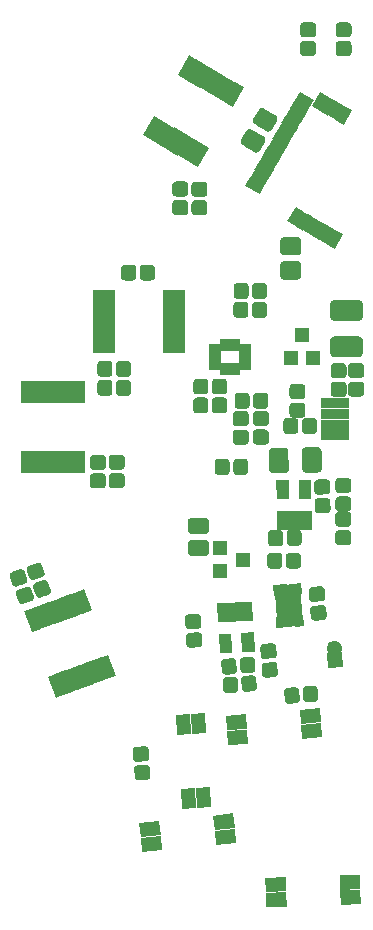
<source format=gbs>
G04 #@! TF.GenerationSoftware,KiCad,Pcbnew,(5.0.0)*
G04 #@! TF.CreationDate,2020-01-29T13:40:05+01:00*
G04 #@! TF.ProjectId,Insole_PCB,496E736F6C655F5043422E6B69636164,rev?*
G04 #@! TF.SameCoordinates,Original*
G04 #@! TF.FileFunction,Soldermask,Bot*
G04 #@! TF.FilePolarity,Negative*
%FSLAX46Y46*%
G04 Gerber Fmt 4.6, Leading zero omitted, Abs format (unit mm)*
G04 Created by KiCad (PCBNEW (5.0.0)) date 01/29/20 13:40:05*
%MOMM*%
%LPD*%
G01*
G04 APERTURE LIST*
%ADD10C,0.100000*%
%ADD11C,1.275000*%
%ADD12C,1.050000*%
%ADD13C,1.650000*%
%ADD14C,1.250000*%
%ADD15C,1.250000*%
%ADD16R,1.075000X0.650000*%
%ADD17R,0.650000X1.075000*%
%ADD18C,1.550000*%
%ADD19C,0.850000*%
%ADD20R,1.900000X0.850000*%
%ADD21R,0.850000X1.900000*%
%ADD22R,1.200000X1.300000*%
%ADD23C,0.810000*%
%ADD24C,2.200000*%
%ADD25C,0.900000*%
%ADD26C,0.800000*%
%ADD27C,1.200000*%
%ADD28C,1.725000*%
%ADD29R,1.300000X1.200000*%
%ADD30C,1.375000*%
%ADD31R,1.200000X0.900000*%
G04 APERTURE END LIST*
D10*
G04 #@! TO.C,R4*
G36*
X153657759Y-177577263D02*
X153688559Y-177582729D01*
X153718674Y-177591187D01*
X153747815Y-177602556D01*
X153775702Y-177616727D01*
X153802066Y-177633563D01*
X153826652Y-177652901D01*
X153849224Y-177674557D01*
X153869565Y-177698321D01*
X153887479Y-177723964D01*
X153902793Y-177751240D01*
X153915360Y-177779885D01*
X153925059Y-177809624D01*
X153931796Y-177840171D01*
X153935507Y-177871230D01*
X153979977Y-178507177D01*
X153980625Y-178538451D01*
X153978205Y-178569638D01*
X153972739Y-178600437D01*
X153964281Y-178630553D01*
X153952912Y-178659694D01*
X153938741Y-178687581D01*
X153921906Y-178713944D01*
X153902567Y-178738531D01*
X153880911Y-178761103D01*
X153857147Y-178781444D01*
X153831504Y-178799358D01*
X153804229Y-178814672D01*
X153775583Y-178827239D01*
X153745844Y-178836938D01*
X153715298Y-178843675D01*
X153684238Y-178847386D01*
X152973474Y-178897087D01*
X152942200Y-178897735D01*
X152911013Y-178895315D01*
X152880213Y-178889849D01*
X152850098Y-178881391D01*
X152820957Y-178870022D01*
X152793070Y-178855851D01*
X152766706Y-178839015D01*
X152742120Y-178819677D01*
X152719548Y-178798021D01*
X152699207Y-178774257D01*
X152681293Y-178748614D01*
X152665979Y-178721338D01*
X152653412Y-178692693D01*
X152643713Y-178662954D01*
X152636976Y-178632407D01*
X152633265Y-178601348D01*
X152588795Y-177965401D01*
X152588147Y-177934127D01*
X152590567Y-177902940D01*
X152596033Y-177872141D01*
X152604491Y-177842025D01*
X152615860Y-177812884D01*
X152630031Y-177784997D01*
X152646866Y-177758634D01*
X152666205Y-177734047D01*
X152687861Y-177711475D01*
X152711625Y-177691134D01*
X152737268Y-177673220D01*
X152764543Y-177657906D01*
X152793189Y-177645339D01*
X152822928Y-177635640D01*
X152853474Y-177628903D01*
X152884534Y-177625192D01*
X153595298Y-177575491D01*
X153626572Y-177574843D01*
X153657759Y-177577263D01*
X153657759Y-177577263D01*
G37*
D11*
X153284386Y-178236289D03*
D10*
G36*
X153547893Y-176006099D02*
X153578693Y-176011565D01*
X153608808Y-176020023D01*
X153637949Y-176031392D01*
X153665836Y-176045563D01*
X153692200Y-176062399D01*
X153716786Y-176081737D01*
X153739358Y-176103393D01*
X153759699Y-176127157D01*
X153777613Y-176152800D01*
X153792927Y-176180076D01*
X153805494Y-176208721D01*
X153815193Y-176238460D01*
X153821930Y-176269007D01*
X153825641Y-176300066D01*
X153870111Y-176936013D01*
X153870759Y-176967287D01*
X153868339Y-176998474D01*
X153862873Y-177029273D01*
X153854415Y-177059389D01*
X153843046Y-177088530D01*
X153828875Y-177116417D01*
X153812040Y-177142780D01*
X153792701Y-177167367D01*
X153771045Y-177189939D01*
X153747281Y-177210280D01*
X153721638Y-177228194D01*
X153694363Y-177243508D01*
X153665717Y-177256075D01*
X153635978Y-177265774D01*
X153605432Y-177272511D01*
X153574372Y-177276222D01*
X152863608Y-177325923D01*
X152832334Y-177326571D01*
X152801147Y-177324151D01*
X152770347Y-177318685D01*
X152740232Y-177310227D01*
X152711091Y-177298858D01*
X152683204Y-177284687D01*
X152656840Y-177267851D01*
X152632254Y-177248513D01*
X152609682Y-177226857D01*
X152589341Y-177203093D01*
X152571427Y-177177450D01*
X152556113Y-177150174D01*
X152543546Y-177121529D01*
X152533847Y-177091790D01*
X152527110Y-177061243D01*
X152523399Y-177030184D01*
X152478929Y-176394237D01*
X152478281Y-176362963D01*
X152480701Y-176331776D01*
X152486167Y-176300977D01*
X152494625Y-176270861D01*
X152505994Y-176241720D01*
X152520165Y-176213833D01*
X152537000Y-176187470D01*
X152556339Y-176162883D01*
X152577995Y-176140311D01*
X152601759Y-176119970D01*
X152627402Y-176102056D01*
X152654677Y-176086742D01*
X152683323Y-176074175D01*
X152713062Y-176064476D01*
X152743608Y-176057739D01*
X152774668Y-176054028D01*
X153485432Y-176004327D01*
X153516706Y-176003679D01*
X153547893Y-176006099D01*
X153547893Y-176006099D01*
G37*
D11*
X153174520Y-176665125D03*
G04 #@! TD*
D10*
G04 #@! TO.C,C3*
G36*
X150000259Y-171234980D02*
X150031276Y-171239029D01*
X150061748Y-171246099D01*
X150091379Y-171256121D01*
X150119886Y-171269000D01*
X150146993Y-171284611D01*
X150172439Y-171302803D01*
X150195979Y-171323402D01*
X150217387Y-171346210D01*
X150236457Y-171371005D01*
X150253004Y-171397551D01*
X150266870Y-171425591D01*
X150277920Y-171454854D01*
X150286049Y-171485060D01*
X150291179Y-171515918D01*
X150293258Y-171547129D01*
X150305693Y-172259521D01*
X150304704Y-172290786D01*
X150300655Y-172321803D01*
X150293585Y-172352275D01*
X150283563Y-172381906D01*
X150270684Y-172410413D01*
X150255073Y-172437520D01*
X150236881Y-172462966D01*
X150216282Y-172486506D01*
X150193474Y-172507914D01*
X150168679Y-172526984D01*
X150142133Y-172543531D01*
X150114093Y-172557397D01*
X150084830Y-172568447D01*
X150054624Y-172576576D01*
X150023766Y-172581706D01*
X149992555Y-172583785D01*
X149355152Y-172594911D01*
X149323887Y-172593922D01*
X149292870Y-172589873D01*
X149262398Y-172582803D01*
X149232767Y-172572781D01*
X149204260Y-172559902D01*
X149177153Y-172544291D01*
X149151707Y-172526099D01*
X149128167Y-172505500D01*
X149106759Y-172482692D01*
X149087689Y-172457897D01*
X149071142Y-172431351D01*
X149057276Y-172403311D01*
X149046226Y-172374048D01*
X149038097Y-172343842D01*
X149032967Y-172312984D01*
X149030888Y-172281773D01*
X149018453Y-171569381D01*
X149019442Y-171538116D01*
X149023491Y-171507099D01*
X149030561Y-171476627D01*
X149040583Y-171446996D01*
X149053462Y-171418489D01*
X149069073Y-171391382D01*
X149087265Y-171365936D01*
X149107864Y-171342396D01*
X149130672Y-171320988D01*
X149155467Y-171301918D01*
X149182013Y-171285371D01*
X149210053Y-171271505D01*
X149239316Y-171260455D01*
X149269522Y-171252326D01*
X149300380Y-171247196D01*
X149331591Y-171245117D01*
X149968994Y-171233991D01*
X150000259Y-171234980D01*
X150000259Y-171234980D01*
G37*
D11*
X149662073Y-171914451D03*
D10*
G36*
X151575019Y-171207492D02*
X151606036Y-171211541D01*
X151636508Y-171218611D01*
X151666139Y-171228633D01*
X151694646Y-171241512D01*
X151721753Y-171257123D01*
X151747199Y-171275315D01*
X151770739Y-171295914D01*
X151792147Y-171318722D01*
X151811217Y-171343517D01*
X151827764Y-171370063D01*
X151841630Y-171398103D01*
X151852680Y-171427366D01*
X151860809Y-171457572D01*
X151865939Y-171488430D01*
X151868018Y-171519641D01*
X151880453Y-172232033D01*
X151879464Y-172263298D01*
X151875415Y-172294315D01*
X151868345Y-172324787D01*
X151858323Y-172354418D01*
X151845444Y-172382925D01*
X151829833Y-172410032D01*
X151811641Y-172435478D01*
X151791042Y-172459018D01*
X151768234Y-172480426D01*
X151743439Y-172499496D01*
X151716893Y-172516043D01*
X151688853Y-172529909D01*
X151659590Y-172540959D01*
X151629384Y-172549088D01*
X151598526Y-172554218D01*
X151567315Y-172556297D01*
X150929912Y-172567423D01*
X150898647Y-172566434D01*
X150867630Y-172562385D01*
X150837158Y-172555315D01*
X150807527Y-172545293D01*
X150779020Y-172532414D01*
X150751913Y-172516803D01*
X150726467Y-172498611D01*
X150702927Y-172478012D01*
X150681519Y-172455204D01*
X150662449Y-172430409D01*
X150645902Y-172403863D01*
X150632036Y-172375823D01*
X150620986Y-172346560D01*
X150612857Y-172316354D01*
X150607727Y-172285496D01*
X150605648Y-172254285D01*
X150593213Y-171541893D01*
X150594202Y-171510628D01*
X150598251Y-171479611D01*
X150605321Y-171449139D01*
X150615343Y-171419508D01*
X150628222Y-171391001D01*
X150643833Y-171363894D01*
X150662025Y-171338448D01*
X150682624Y-171314908D01*
X150705432Y-171293500D01*
X150730227Y-171274430D01*
X150756773Y-171257883D01*
X150784813Y-171244017D01*
X150814076Y-171232967D01*
X150844282Y-171224838D01*
X150875140Y-171219708D01*
X150906351Y-171217629D01*
X151543754Y-171206503D01*
X151575019Y-171207492D01*
X151575019Y-171207492D01*
G37*
D11*
X151236833Y-171886963D03*
G04 #@! TD*
D12*
G04 #@! TO.C,U3*
X150266735Y-167817486D03*
D10*
G36*
X150805791Y-168618200D02*
X149755951Y-168636525D01*
X149727679Y-167016772D01*
X150777519Y-166998447D01*
X150805791Y-168618200D01*
X150805791Y-168618200D01*
G37*
D12*
X152166446Y-167784327D03*
D10*
G36*
X152705502Y-168585041D02*
X151655662Y-168603366D01*
X151627390Y-166983613D01*
X152677230Y-166965288D01*
X152705502Y-168585041D01*
X152705502Y-168585041D01*
G37*
D12*
X152212171Y-170403928D03*
D10*
G36*
X152751227Y-171204642D02*
X151701387Y-171222967D01*
X151673115Y-169603214D01*
X152722955Y-169584889D01*
X152751227Y-171204642D01*
X152751227Y-171204642D01*
G37*
D12*
X151262316Y-170420507D03*
D10*
G36*
X151801372Y-171221221D02*
X150751532Y-171239546D01*
X150723260Y-169619793D01*
X151773100Y-169601468D01*
X151801372Y-171221221D01*
X151801372Y-171221221D01*
G37*
D12*
X150312460Y-170437087D03*
D10*
G36*
X150851516Y-171237801D02*
X149801676Y-171256126D01*
X149773404Y-169636373D01*
X150823244Y-169618048D01*
X150851516Y-171237801D01*
X150851516Y-171237801D01*
G37*
G04 #@! TD*
G04 #@! TO.C,L3*
G36*
X150454198Y-164262690D02*
X150486311Y-164266882D01*
X150517857Y-164274201D01*
X150548535Y-164284577D01*
X150578047Y-164297911D01*
X150606111Y-164314072D01*
X150632455Y-164332907D01*
X150656826Y-164354233D01*
X150678990Y-164377845D01*
X150698733Y-164403516D01*
X150715864Y-164430999D01*
X150730219Y-164460028D01*
X150741659Y-164490325D01*
X150750075Y-164521597D01*
X150755385Y-164553543D01*
X150757539Y-164585856D01*
X150783543Y-166075629D01*
X150782518Y-166107997D01*
X150778326Y-166140109D01*
X150771007Y-166171656D01*
X150760631Y-166202333D01*
X150747298Y-166231846D01*
X150731136Y-166259910D01*
X150712301Y-166286254D01*
X150690975Y-166310625D01*
X150667363Y-166332789D01*
X150641692Y-166352532D01*
X150614209Y-166369663D01*
X150585180Y-166384018D01*
X150554884Y-166395458D01*
X150523612Y-166403874D01*
X150491665Y-166409184D01*
X150459352Y-166411338D01*
X149469502Y-166428615D01*
X149437134Y-166427590D01*
X149405021Y-166423398D01*
X149373475Y-166416079D01*
X149342797Y-166405703D01*
X149313285Y-166392369D01*
X149285221Y-166376208D01*
X149258877Y-166357373D01*
X149234506Y-166336047D01*
X149212342Y-166312435D01*
X149192599Y-166286764D01*
X149175468Y-166259281D01*
X149161113Y-166230252D01*
X149149673Y-166199955D01*
X149141257Y-166168683D01*
X149135947Y-166136737D01*
X149133793Y-166104424D01*
X149107789Y-164614651D01*
X149108814Y-164582283D01*
X149113006Y-164550171D01*
X149120325Y-164518624D01*
X149130701Y-164487947D01*
X149144034Y-164458434D01*
X149160196Y-164430370D01*
X149179031Y-164404026D01*
X149200357Y-164379655D01*
X149223969Y-164357491D01*
X149249640Y-164337748D01*
X149277123Y-164320617D01*
X149306152Y-164306262D01*
X149336448Y-164294822D01*
X149367720Y-164286406D01*
X149399667Y-164281096D01*
X149431980Y-164278942D01*
X150421830Y-164261665D01*
X150454198Y-164262690D01*
X150454198Y-164262690D01*
G37*
D13*
X149945666Y-165345140D03*
D10*
G36*
X153253772Y-164213824D02*
X153285885Y-164218016D01*
X153317431Y-164225335D01*
X153348109Y-164235711D01*
X153377621Y-164249045D01*
X153405685Y-164265206D01*
X153432029Y-164284041D01*
X153456400Y-164305367D01*
X153478564Y-164328979D01*
X153498307Y-164354650D01*
X153515438Y-164382133D01*
X153529793Y-164411162D01*
X153541233Y-164441459D01*
X153549649Y-164472731D01*
X153554959Y-164504677D01*
X153557113Y-164536990D01*
X153583117Y-166026763D01*
X153582092Y-166059131D01*
X153577900Y-166091243D01*
X153570581Y-166122790D01*
X153560205Y-166153467D01*
X153546872Y-166182980D01*
X153530710Y-166211044D01*
X153511875Y-166237388D01*
X153490549Y-166261759D01*
X153466937Y-166283923D01*
X153441266Y-166303666D01*
X153413783Y-166320797D01*
X153384754Y-166335152D01*
X153354458Y-166346592D01*
X153323186Y-166355008D01*
X153291239Y-166360318D01*
X153258926Y-166362472D01*
X152269076Y-166379749D01*
X152236708Y-166378724D01*
X152204595Y-166374532D01*
X152173049Y-166367213D01*
X152142371Y-166356837D01*
X152112859Y-166343503D01*
X152084795Y-166327342D01*
X152058451Y-166308507D01*
X152034080Y-166287181D01*
X152011916Y-166263569D01*
X151992173Y-166237898D01*
X151975042Y-166210415D01*
X151960687Y-166181386D01*
X151949247Y-166151089D01*
X151940831Y-166119817D01*
X151935521Y-166087871D01*
X151933367Y-166055558D01*
X151907363Y-164565785D01*
X151908388Y-164533417D01*
X151912580Y-164501305D01*
X151919899Y-164469758D01*
X151930275Y-164439081D01*
X151943608Y-164409568D01*
X151959770Y-164381504D01*
X151978605Y-164355160D01*
X151999931Y-164330789D01*
X152023543Y-164308625D01*
X152049214Y-164288882D01*
X152076697Y-164271751D01*
X152105726Y-164257396D01*
X152136022Y-164245956D01*
X152167294Y-164237540D01*
X152199241Y-164232230D01*
X152231554Y-164230076D01*
X153221404Y-164212799D01*
X153253772Y-164213824D01*
X153253772Y-164213824D01*
G37*
D13*
X152745240Y-165296274D03*
G04 #@! TD*
D14*
G04 #@! TO.C,J2*
X154639697Y-181233143D03*
D15*
X154639697Y-181233143D02*
X154639697Y-181233143D01*
D14*
X154709453Y-182230707D03*
D10*
G36*
X154129573Y-182897782D02*
X154042378Y-181650827D01*
X155289333Y-181563632D01*
X155376528Y-182810587D01*
X154129573Y-182897782D01*
X154129573Y-182897782D01*
G37*
G04 #@! TD*
D16*
G04 #@! TO.C,U2*
X147081953Y-155830707D03*
X147081953Y-156330707D03*
X147081953Y-156830707D03*
X147081953Y-157330707D03*
X144556953Y-157330707D03*
X144556953Y-156830707D03*
X144556953Y-156330707D03*
X144556953Y-155830707D03*
D17*
X146319453Y-157593207D03*
X145819453Y-157593207D03*
X145319453Y-157593207D03*
X146319453Y-155568207D03*
X145319453Y-155568207D03*
X145819453Y-155568207D03*
G04 #@! TD*
D10*
G04 #@! TO.C,C1*
G36*
X149547759Y-182407263D02*
X149578559Y-182412729D01*
X149608674Y-182421187D01*
X149637815Y-182432556D01*
X149665702Y-182446727D01*
X149692066Y-182463563D01*
X149716652Y-182482901D01*
X149739224Y-182504557D01*
X149759565Y-182528321D01*
X149777479Y-182553964D01*
X149792793Y-182581240D01*
X149805360Y-182609885D01*
X149815059Y-182639624D01*
X149821796Y-182670171D01*
X149825507Y-182701230D01*
X149869977Y-183337177D01*
X149870625Y-183368451D01*
X149868205Y-183399638D01*
X149862739Y-183430437D01*
X149854281Y-183460553D01*
X149842912Y-183489694D01*
X149828741Y-183517581D01*
X149811906Y-183543944D01*
X149792567Y-183568531D01*
X149770911Y-183591103D01*
X149747147Y-183611444D01*
X149721504Y-183629358D01*
X149694229Y-183644672D01*
X149665583Y-183657239D01*
X149635844Y-183666938D01*
X149605298Y-183673675D01*
X149574238Y-183677386D01*
X148863474Y-183727087D01*
X148832200Y-183727735D01*
X148801013Y-183725315D01*
X148770213Y-183719849D01*
X148740098Y-183711391D01*
X148710957Y-183700022D01*
X148683070Y-183685851D01*
X148656706Y-183669015D01*
X148632120Y-183649677D01*
X148609548Y-183628021D01*
X148589207Y-183604257D01*
X148571293Y-183578614D01*
X148555979Y-183551338D01*
X148543412Y-183522693D01*
X148533713Y-183492954D01*
X148526976Y-183462407D01*
X148523265Y-183431348D01*
X148478795Y-182795401D01*
X148478147Y-182764127D01*
X148480567Y-182732940D01*
X148486033Y-182702141D01*
X148494491Y-182672025D01*
X148505860Y-182642884D01*
X148520031Y-182614997D01*
X148536866Y-182588634D01*
X148556205Y-182564047D01*
X148577861Y-182541475D01*
X148601625Y-182521134D01*
X148627268Y-182503220D01*
X148654543Y-182487906D01*
X148683189Y-182475339D01*
X148712928Y-182465640D01*
X148743474Y-182458903D01*
X148774534Y-182455192D01*
X149485298Y-182405491D01*
X149516572Y-182404843D01*
X149547759Y-182407263D01*
X149547759Y-182407263D01*
G37*
D11*
X149174386Y-183066289D03*
D10*
G36*
X149437893Y-180836099D02*
X149468693Y-180841565D01*
X149498808Y-180850023D01*
X149527949Y-180861392D01*
X149555836Y-180875563D01*
X149582200Y-180892399D01*
X149606786Y-180911737D01*
X149629358Y-180933393D01*
X149649699Y-180957157D01*
X149667613Y-180982800D01*
X149682927Y-181010076D01*
X149695494Y-181038721D01*
X149705193Y-181068460D01*
X149711930Y-181099007D01*
X149715641Y-181130066D01*
X149760111Y-181766013D01*
X149760759Y-181797287D01*
X149758339Y-181828474D01*
X149752873Y-181859273D01*
X149744415Y-181889389D01*
X149733046Y-181918530D01*
X149718875Y-181946417D01*
X149702040Y-181972780D01*
X149682701Y-181997367D01*
X149661045Y-182019939D01*
X149637281Y-182040280D01*
X149611638Y-182058194D01*
X149584363Y-182073508D01*
X149555717Y-182086075D01*
X149525978Y-182095774D01*
X149495432Y-182102511D01*
X149464372Y-182106222D01*
X148753608Y-182155923D01*
X148722334Y-182156571D01*
X148691147Y-182154151D01*
X148660347Y-182148685D01*
X148630232Y-182140227D01*
X148601091Y-182128858D01*
X148573204Y-182114687D01*
X148546840Y-182097851D01*
X148522254Y-182078513D01*
X148499682Y-182056857D01*
X148479341Y-182033093D01*
X148461427Y-182007450D01*
X148446113Y-181980174D01*
X148433546Y-181951529D01*
X148423847Y-181921790D01*
X148417110Y-181891243D01*
X148413399Y-181860184D01*
X148368929Y-181224237D01*
X148368281Y-181192963D01*
X148370701Y-181161776D01*
X148376167Y-181130977D01*
X148384625Y-181100861D01*
X148395994Y-181071720D01*
X148410165Y-181043833D01*
X148427000Y-181017470D01*
X148446339Y-180992883D01*
X148467995Y-180970311D01*
X148491759Y-180949970D01*
X148517402Y-180932056D01*
X148544677Y-180916742D01*
X148573323Y-180904175D01*
X148603062Y-180894476D01*
X148633608Y-180887739D01*
X148664668Y-180884028D01*
X149375432Y-180834327D01*
X149406706Y-180833679D01*
X149437893Y-180836099D01*
X149437893Y-180836099D01*
G37*
D11*
X149064520Y-181495125D03*
G04 #@! TD*
D10*
G04 #@! TO.C,C2*
G36*
X128709591Y-176033793D02*
X128740303Y-176039728D01*
X128770286Y-176048645D01*
X128799250Y-176060457D01*
X128826917Y-176075052D01*
X128853021Y-176092289D01*
X128877309Y-176112001D01*
X128899548Y-176133998D01*
X128919524Y-176158070D01*
X128937044Y-176183984D01*
X128951940Y-176211490D01*
X128964068Y-176240324D01*
X129182105Y-176839378D01*
X129191349Y-176869262D01*
X129197618Y-176899908D01*
X129200854Y-176931021D01*
X129201025Y-176962301D01*
X129198128Y-176993447D01*
X129192193Y-177024160D01*
X129183276Y-177054143D01*
X129171463Y-177083107D01*
X129156868Y-177110774D01*
X129139632Y-177136877D01*
X129119920Y-177161165D01*
X129097922Y-177183404D01*
X129073850Y-177203380D01*
X129047937Y-177220900D01*
X129020430Y-177235796D01*
X128991597Y-177247924D01*
X128322066Y-177491614D01*
X128292182Y-177500857D01*
X128261537Y-177507127D01*
X128230424Y-177510363D01*
X128199144Y-177510534D01*
X128167997Y-177507637D01*
X128137285Y-177501702D01*
X128107302Y-177492785D01*
X128078338Y-177480973D01*
X128050671Y-177466378D01*
X128024567Y-177449141D01*
X128000279Y-177429429D01*
X127978040Y-177407432D01*
X127958064Y-177383360D01*
X127940544Y-177357446D01*
X127925648Y-177329940D01*
X127913520Y-177301106D01*
X127695483Y-176702052D01*
X127686239Y-176672168D01*
X127679970Y-176641522D01*
X127676734Y-176610409D01*
X127676563Y-176579129D01*
X127679460Y-176547983D01*
X127685395Y-176517270D01*
X127694312Y-176487287D01*
X127706125Y-176458323D01*
X127720720Y-176430656D01*
X127737956Y-176404553D01*
X127757668Y-176380265D01*
X127779666Y-176358026D01*
X127803738Y-176338050D01*
X127829651Y-176320530D01*
X127857158Y-176305634D01*
X127885991Y-176293506D01*
X128555522Y-176049816D01*
X128585406Y-176040573D01*
X128616051Y-176034303D01*
X128647164Y-176031067D01*
X128678444Y-176030896D01*
X128709591Y-176033793D01*
X128709591Y-176033793D01*
G37*
D11*
X128438794Y-176770715D03*
D10*
G36*
X128170909Y-174553777D02*
X128201621Y-174559712D01*
X128231604Y-174568629D01*
X128260568Y-174580441D01*
X128288235Y-174595036D01*
X128314339Y-174612273D01*
X128338627Y-174631985D01*
X128360866Y-174653982D01*
X128380842Y-174678054D01*
X128398362Y-174703968D01*
X128413258Y-174731474D01*
X128425386Y-174760308D01*
X128643423Y-175359362D01*
X128652667Y-175389246D01*
X128658936Y-175419892D01*
X128662172Y-175451005D01*
X128662343Y-175482285D01*
X128659446Y-175513431D01*
X128653511Y-175544144D01*
X128644594Y-175574127D01*
X128632781Y-175603091D01*
X128618186Y-175630758D01*
X128600950Y-175656861D01*
X128581238Y-175681149D01*
X128559240Y-175703388D01*
X128535168Y-175723364D01*
X128509255Y-175740884D01*
X128481748Y-175755780D01*
X128452915Y-175767908D01*
X127783384Y-176011598D01*
X127753500Y-176020841D01*
X127722855Y-176027111D01*
X127691742Y-176030347D01*
X127660462Y-176030518D01*
X127629315Y-176027621D01*
X127598603Y-176021686D01*
X127568620Y-176012769D01*
X127539656Y-176000957D01*
X127511989Y-175986362D01*
X127485885Y-175969125D01*
X127461597Y-175949413D01*
X127439358Y-175927416D01*
X127419382Y-175903344D01*
X127401862Y-175877430D01*
X127386966Y-175849924D01*
X127374838Y-175821090D01*
X127156801Y-175222036D01*
X127147557Y-175192152D01*
X127141288Y-175161506D01*
X127138052Y-175130393D01*
X127137881Y-175099113D01*
X127140778Y-175067967D01*
X127146713Y-175037254D01*
X127155630Y-175007271D01*
X127167443Y-174978307D01*
X127182038Y-174950640D01*
X127199274Y-174924537D01*
X127218986Y-174900249D01*
X127240984Y-174878010D01*
X127265056Y-174858034D01*
X127290969Y-174840514D01*
X127318476Y-174825618D01*
X127347309Y-174813490D01*
X128016840Y-174569800D01*
X128046724Y-174560557D01*
X128077369Y-174554287D01*
X128108482Y-174551051D01*
X128139762Y-174550880D01*
X128170909Y-174553777D01*
X128170909Y-174553777D01*
G37*
D11*
X127900112Y-175290699D03*
G04 #@! TD*
D10*
G04 #@! TO.C,C4*
G36*
X154021532Y-168513456D02*
X154052549Y-168517505D01*
X154083021Y-168524575D01*
X154112652Y-168534597D01*
X154141159Y-168547476D01*
X154168266Y-168563087D01*
X154193712Y-168581279D01*
X154217252Y-168601878D01*
X154238660Y-168624686D01*
X154257730Y-168649481D01*
X154274277Y-168676027D01*
X154288143Y-168704067D01*
X154299193Y-168733330D01*
X154307322Y-168763536D01*
X154312452Y-168794394D01*
X154314531Y-168825605D01*
X154325657Y-169463008D01*
X154324668Y-169494273D01*
X154320619Y-169525290D01*
X154313549Y-169555762D01*
X154303527Y-169585393D01*
X154290648Y-169613900D01*
X154275037Y-169641007D01*
X154256845Y-169666453D01*
X154236246Y-169689993D01*
X154213438Y-169711401D01*
X154188643Y-169730471D01*
X154162097Y-169747018D01*
X154134057Y-169760884D01*
X154104794Y-169771934D01*
X154074588Y-169780063D01*
X154043730Y-169785193D01*
X154012519Y-169787272D01*
X153300127Y-169799707D01*
X153268862Y-169798718D01*
X153237845Y-169794669D01*
X153207373Y-169787599D01*
X153177742Y-169777577D01*
X153149235Y-169764698D01*
X153122128Y-169749087D01*
X153096682Y-169730895D01*
X153073142Y-169710296D01*
X153051734Y-169687488D01*
X153032664Y-169662693D01*
X153016117Y-169636147D01*
X153002251Y-169608107D01*
X152991201Y-169578844D01*
X152983072Y-169548638D01*
X152977942Y-169517780D01*
X152975863Y-169486569D01*
X152964737Y-168849166D01*
X152965726Y-168817901D01*
X152969775Y-168786884D01*
X152976845Y-168756412D01*
X152986867Y-168726781D01*
X152999746Y-168698274D01*
X153015357Y-168671167D01*
X153033549Y-168645721D01*
X153054148Y-168622181D01*
X153076956Y-168600773D01*
X153101751Y-168581703D01*
X153128297Y-168565156D01*
X153156337Y-168551290D01*
X153185600Y-168540240D01*
X153215806Y-168532111D01*
X153246664Y-168526981D01*
X153277875Y-168524902D01*
X153990267Y-168512467D01*
X154021532Y-168513456D01*
X154021532Y-168513456D01*
G37*
D11*
X153645197Y-169156087D03*
D10*
G36*
X153994044Y-166938696D02*
X154025061Y-166942745D01*
X154055533Y-166949815D01*
X154085164Y-166959837D01*
X154113671Y-166972716D01*
X154140778Y-166988327D01*
X154166224Y-167006519D01*
X154189764Y-167027118D01*
X154211172Y-167049926D01*
X154230242Y-167074721D01*
X154246789Y-167101267D01*
X154260655Y-167129307D01*
X154271705Y-167158570D01*
X154279834Y-167188776D01*
X154284964Y-167219634D01*
X154287043Y-167250845D01*
X154298169Y-167888248D01*
X154297180Y-167919513D01*
X154293131Y-167950530D01*
X154286061Y-167981002D01*
X154276039Y-168010633D01*
X154263160Y-168039140D01*
X154247549Y-168066247D01*
X154229357Y-168091693D01*
X154208758Y-168115233D01*
X154185950Y-168136641D01*
X154161155Y-168155711D01*
X154134609Y-168172258D01*
X154106569Y-168186124D01*
X154077306Y-168197174D01*
X154047100Y-168205303D01*
X154016242Y-168210433D01*
X153985031Y-168212512D01*
X153272639Y-168224947D01*
X153241374Y-168223958D01*
X153210357Y-168219909D01*
X153179885Y-168212839D01*
X153150254Y-168202817D01*
X153121747Y-168189938D01*
X153094640Y-168174327D01*
X153069194Y-168156135D01*
X153045654Y-168135536D01*
X153024246Y-168112728D01*
X153005176Y-168087933D01*
X152988629Y-168061387D01*
X152974763Y-168033347D01*
X152963713Y-168004084D01*
X152955584Y-167973878D01*
X152950454Y-167943020D01*
X152948375Y-167911809D01*
X152937249Y-167274406D01*
X152938238Y-167243141D01*
X152942287Y-167212124D01*
X152949357Y-167181652D01*
X152959379Y-167152021D01*
X152972258Y-167123514D01*
X152987869Y-167096407D01*
X153006061Y-167070961D01*
X153026660Y-167047421D01*
X153049468Y-167026013D01*
X153074263Y-167006943D01*
X153100809Y-166990396D01*
X153128849Y-166976530D01*
X153158112Y-166965480D01*
X153188318Y-166957351D01*
X153219176Y-166952221D01*
X153250387Y-166950142D01*
X153962779Y-166937707D01*
X153994044Y-166938696D01*
X153994044Y-166938696D01*
G37*
D11*
X153617709Y-167581327D03*
G04 #@! TD*
D10*
G04 #@! TO.C,C5*
G36*
X130159591Y-175483793D02*
X130190303Y-175489728D01*
X130220286Y-175498645D01*
X130249250Y-175510457D01*
X130276917Y-175525052D01*
X130303021Y-175542289D01*
X130327309Y-175562001D01*
X130349548Y-175583998D01*
X130369524Y-175608070D01*
X130387044Y-175633984D01*
X130401940Y-175661490D01*
X130414068Y-175690324D01*
X130632105Y-176289378D01*
X130641349Y-176319262D01*
X130647618Y-176349908D01*
X130650854Y-176381021D01*
X130651025Y-176412301D01*
X130648128Y-176443447D01*
X130642193Y-176474160D01*
X130633276Y-176504143D01*
X130621463Y-176533107D01*
X130606868Y-176560774D01*
X130589632Y-176586877D01*
X130569920Y-176611165D01*
X130547922Y-176633404D01*
X130523850Y-176653380D01*
X130497937Y-176670900D01*
X130470430Y-176685796D01*
X130441597Y-176697924D01*
X129772066Y-176941614D01*
X129742182Y-176950857D01*
X129711537Y-176957127D01*
X129680424Y-176960363D01*
X129649144Y-176960534D01*
X129617997Y-176957637D01*
X129587285Y-176951702D01*
X129557302Y-176942785D01*
X129528338Y-176930973D01*
X129500671Y-176916378D01*
X129474567Y-176899141D01*
X129450279Y-176879429D01*
X129428040Y-176857432D01*
X129408064Y-176833360D01*
X129390544Y-176807446D01*
X129375648Y-176779940D01*
X129363520Y-176751106D01*
X129145483Y-176152052D01*
X129136239Y-176122168D01*
X129129970Y-176091522D01*
X129126734Y-176060409D01*
X129126563Y-176029129D01*
X129129460Y-175997983D01*
X129135395Y-175967270D01*
X129144312Y-175937287D01*
X129156125Y-175908323D01*
X129170720Y-175880656D01*
X129187956Y-175854553D01*
X129207668Y-175830265D01*
X129229666Y-175808026D01*
X129253738Y-175788050D01*
X129279651Y-175770530D01*
X129307158Y-175755634D01*
X129335991Y-175743506D01*
X130005522Y-175499816D01*
X130035406Y-175490573D01*
X130066051Y-175484303D01*
X130097164Y-175481067D01*
X130128444Y-175480896D01*
X130159591Y-175483793D01*
X130159591Y-175483793D01*
G37*
D11*
X129888794Y-176220715D03*
D10*
G36*
X129620909Y-174003777D02*
X129651621Y-174009712D01*
X129681604Y-174018629D01*
X129710568Y-174030441D01*
X129738235Y-174045036D01*
X129764339Y-174062273D01*
X129788627Y-174081985D01*
X129810866Y-174103982D01*
X129830842Y-174128054D01*
X129848362Y-174153968D01*
X129863258Y-174181474D01*
X129875386Y-174210308D01*
X130093423Y-174809362D01*
X130102667Y-174839246D01*
X130108936Y-174869892D01*
X130112172Y-174901005D01*
X130112343Y-174932285D01*
X130109446Y-174963431D01*
X130103511Y-174994144D01*
X130094594Y-175024127D01*
X130082781Y-175053091D01*
X130068186Y-175080758D01*
X130050950Y-175106861D01*
X130031238Y-175131149D01*
X130009240Y-175153388D01*
X129985168Y-175173364D01*
X129959255Y-175190884D01*
X129931748Y-175205780D01*
X129902915Y-175217908D01*
X129233384Y-175461598D01*
X129203500Y-175470841D01*
X129172855Y-175477111D01*
X129141742Y-175480347D01*
X129110462Y-175480518D01*
X129079315Y-175477621D01*
X129048603Y-175471686D01*
X129018620Y-175462769D01*
X128989656Y-175450957D01*
X128961989Y-175436362D01*
X128935885Y-175419125D01*
X128911597Y-175399413D01*
X128889358Y-175377416D01*
X128869382Y-175353344D01*
X128851862Y-175327430D01*
X128836966Y-175299924D01*
X128824838Y-175271090D01*
X128606801Y-174672036D01*
X128597557Y-174642152D01*
X128591288Y-174611506D01*
X128588052Y-174580393D01*
X128587881Y-174549113D01*
X128590778Y-174517967D01*
X128596713Y-174487254D01*
X128605630Y-174457271D01*
X128617443Y-174428307D01*
X128632038Y-174400640D01*
X128649274Y-174374537D01*
X128668986Y-174350249D01*
X128690984Y-174328010D01*
X128715056Y-174308034D01*
X128740969Y-174290514D01*
X128768476Y-174275618D01*
X128797309Y-174263490D01*
X129466840Y-174019800D01*
X129496724Y-174010557D01*
X129527369Y-174004287D01*
X129558482Y-174001051D01*
X129589762Y-174000880D01*
X129620909Y-174003777D01*
X129620909Y-174003777D01*
G37*
D11*
X129350112Y-174740699D03*
G04 #@! TD*
D10*
G04 #@! TO.C,C6*
G36*
X136606946Y-164844742D02*
X136637888Y-164849332D01*
X136668231Y-164856932D01*
X136697683Y-164867470D01*
X136725961Y-164880845D01*
X136752791Y-164896926D01*
X136777916Y-164915560D01*
X136801093Y-164936567D01*
X136822100Y-164959744D01*
X136840734Y-164984869D01*
X136856815Y-165011699D01*
X136870190Y-165039977D01*
X136880728Y-165069429D01*
X136888328Y-165099772D01*
X136892918Y-165130714D01*
X136894453Y-165161957D01*
X136894453Y-165799457D01*
X136892918Y-165830700D01*
X136888328Y-165861642D01*
X136880728Y-165891985D01*
X136870190Y-165921437D01*
X136856815Y-165949715D01*
X136840734Y-165976545D01*
X136822100Y-166001670D01*
X136801093Y-166024847D01*
X136777916Y-166045854D01*
X136752791Y-166064488D01*
X136725961Y-166080569D01*
X136697683Y-166093944D01*
X136668231Y-166104482D01*
X136637888Y-166112082D01*
X136606946Y-166116672D01*
X136575703Y-166118207D01*
X135863203Y-166118207D01*
X135831960Y-166116672D01*
X135801018Y-166112082D01*
X135770675Y-166104482D01*
X135741223Y-166093944D01*
X135712945Y-166080569D01*
X135686115Y-166064488D01*
X135660990Y-166045854D01*
X135637813Y-166024847D01*
X135616806Y-166001670D01*
X135598172Y-165976545D01*
X135582091Y-165949715D01*
X135568716Y-165921437D01*
X135558178Y-165891985D01*
X135550578Y-165861642D01*
X135545988Y-165830700D01*
X135544453Y-165799457D01*
X135544453Y-165161957D01*
X135545988Y-165130714D01*
X135550578Y-165099772D01*
X135558178Y-165069429D01*
X135568716Y-165039977D01*
X135582091Y-165011699D01*
X135598172Y-164984869D01*
X135616806Y-164959744D01*
X135637813Y-164936567D01*
X135660990Y-164915560D01*
X135686115Y-164896926D01*
X135712945Y-164880845D01*
X135741223Y-164867470D01*
X135770675Y-164856932D01*
X135801018Y-164849332D01*
X135831960Y-164844742D01*
X135863203Y-164843207D01*
X136575703Y-164843207D01*
X136606946Y-164844742D01*
X136606946Y-164844742D01*
G37*
D11*
X136219453Y-165480707D03*
D10*
G36*
X136606946Y-166419742D02*
X136637888Y-166424332D01*
X136668231Y-166431932D01*
X136697683Y-166442470D01*
X136725961Y-166455845D01*
X136752791Y-166471926D01*
X136777916Y-166490560D01*
X136801093Y-166511567D01*
X136822100Y-166534744D01*
X136840734Y-166559869D01*
X136856815Y-166586699D01*
X136870190Y-166614977D01*
X136880728Y-166644429D01*
X136888328Y-166674772D01*
X136892918Y-166705714D01*
X136894453Y-166736957D01*
X136894453Y-167374457D01*
X136892918Y-167405700D01*
X136888328Y-167436642D01*
X136880728Y-167466985D01*
X136870190Y-167496437D01*
X136856815Y-167524715D01*
X136840734Y-167551545D01*
X136822100Y-167576670D01*
X136801093Y-167599847D01*
X136777916Y-167620854D01*
X136752791Y-167639488D01*
X136725961Y-167655569D01*
X136697683Y-167668944D01*
X136668231Y-167679482D01*
X136637888Y-167687082D01*
X136606946Y-167691672D01*
X136575703Y-167693207D01*
X135863203Y-167693207D01*
X135831960Y-167691672D01*
X135801018Y-167687082D01*
X135770675Y-167679482D01*
X135741223Y-167668944D01*
X135712945Y-167655569D01*
X135686115Y-167639488D01*
X135660990Y-167620854D01*
X135637813Y-167599847D01*
X135616806Y-167576670D01*
X135598172Y-167551545D01*
X135582091Y-167524715D01*
X135568716Y-167496437D01*
X135558178Y-167466985D01*
X135550578Y-167436642D01*
X135545988Y-167405700D01*
X135544453Y-167374457D01*
X135544453Y-166736957D01*
X135545988Y-166705714D01*
X135550578Y-166674772D01*
X135558178Y-166644429D01*
X135568716Y-166614977D01*
X135582091Y-166586699D01*
X135598172Y-166559869D01*
X135616806Y-166534744D01*
X135637813Y-166511567D01*
X135660990Y-166490560D01*
X135686115Y-166471926D01*
X135712945Y-166455845D01*
X135741223Y-166442470D01*
X135770675Y-166431932D01*
X135801018Y-166424332D01*
X135831960Y-166419742D01*
X135863203Y-166418207D01*
X136575703Y-166418207D01*
X136606946Y-166419742D01*
X136606946Y-166419742D01*
G37*
D11*
X136219453Y-167055707D03*
G04 #@! TD*
D10*
G04 #@! TO.C,C7*
G36*
X135006946Y-164857242D02*
X135037888Y-164861832D01*
X135068231Y-164869432D01*
X135097683Y-164879970D01*
X135125961Y-164893345D01*
X135152791Y-164909426D01*
X135177916Y-164928060D01*
X135201093Y-164949067D01*
X135222100Y-164972244D01*
X135240734Y-164997369D01*
X135256815Y-165024199D01*
X135270190Y-165052477D01*
X135280728Y-165081929D01*
X135288328Y-165112272D01*
X135292918Y-165143214D01*
X135294453Y-165174457D01*
X135294453Y-165811957D01*
X135292918Y-165843200D01*
X135288328Y-165874142D01*
X135280728Y-165904485D01*
X135270190Y-165933937D01*
X135256815Y-165962215D01*
X135240734Y-165989045D01*
X135222100Y-166014170D01*
X135201093Y-166037347D01*
X135177916Y-166058354D01*
X135152791Y-166076988D01*
X135125961Y-166093069D01*
X135097683Y-166106444D01*
X135068231Y-166116982D01*
X135037888Y-166124582D01*
X135006946Y-166129172D01*
X134975703Y-166130707D01*
X134263203Y-166130707D01*
X134231960Y-166129172D01*
X134201018Y-166124582D01*
X134170675Y-166116982D01*
X134141223Y-166106444D01*
X134112945Y-166093069D01*
X134086115Y-166076988D01*
X134060990Y-166058354D01*
X134037813Y-166037347D01*
X134016806Y-166014170D01*
X133998172Y-165989045D01*
X133982091Y-165962215D01*
X133968716Y-165933937D01*
X133958178Y-165904485D01*
X133950578Y-165874142D01*
X133945988Y-165843200D01*
X133944453Y-165811957D01*
X133944453Y-165174457D01*
X133945988Y-165143214D01*
X133950578Y-165112272D01*
X133958178Y-165081929D01*
X133968716Y-165052477D01*
X133982091Y-165024199D01*
X133998172Y-164997369D01*
X134016806Y-164972244D01*
X134037813Y-164949067D01*
X134060990Y-164928060D01*
X134086115Y-164909426D01*
X134112945Y-164893345D01*
X134141223Y-164879970D01*
X134170675Y-164869432D01*
X134201018Y-164861832D01*
X134231960Y-164857242D01*
X134263203Y-164855707D01*
X134975703Y-164855707D01*
X135006946Y-164857242D01*
X135006946Y-164857242D01*
G37*
D11*
X134619453Y-165493207D03*
D10*
G36*
X135006946Y-166432242D02*
X135037888Y-166436832D01*
X135068231Y-166444432D01*
X135097683Y-166454970D01*
X135125961Y-166468345D01*
X135152791Y-166484426D01*
X135177916Y-166503060D01*
X135201093Y-166524067D01*
X135222100Y-166547244D01*
X135240734Y-166572369D01*
X135256815Y-166599199D01*
X135270190Y-166627477D01*
X135280728Y-166656929D01*
X135288328Y-166687272D01*
X135292918Y-166718214D01*
X135294453Y-166749457D01*
X135294453Y-167386957D01*
X135292918Y-167418200D01*
X135288328Y-167449142D01*
X135280728Y-167479485D01*
X135270190Y-167508937D01*
X135256815Y-167537215D01*
X135240734Y-167564045D01*
X135222100Y-167589170D01*
X135201093Y-167612347D01*
X135177916Y-167633354D01*
X135152791Y-167651988D01*
X135125961Y-167668069D01*
X135097683Y-167681444D01*
X135068231Y-167691982D01*
X135037888Y-167699582D01*
X135006946Y-167704172D01*
X134975703Y-167705707D01*
X134263203Y-167705707D01*
X134231960Y-167704172D01*
X134201018Y-167699582D01*
X134170675Y-167691982D01*
X134141223Y-167681444D01*
X134112945Y-167668069D01*
X134086115Y-167651988D01*
X134060990Y-167633354D01*
X134037813Y-167612347D01*
X134016806Y-167589170D01*
X133998172Y-167564045D01*
X133982091Y-167537215D01*
X133968716Y-167508937D01*
X133958178Y-167479485D01*
X133950578Y-167449142D01*
X133945988Y-167418200D01*
X133944453Y-167386957D01*
X133944453Y-166749457D01*
X133945988Y-166718214D01*
X133950578Y-166687272D01*
X133958178Y-166656929D01*
X133968716Y-166627477D01*
X133982091Y-166599199D01*
X133998172Y-166572369D01*
X134016806Y-166547244D01*
X134037813Y-166524067D01*
X134060990Y-166503060D01*
X134086115Y-166484426D01*
X134112945Y-166468345D01*
X134141223Y-166454970D01*
X134170675Y-166444432D01*
X134201018Y-166436832D01*
X134231960Y-166432242D01*
X134263203Y-166430707D01*
X134975703Y-166430707D01*
X135006946Y-166432242D01*
X135006946Y-166432242D01*
G37*
D11*
X134619453Y-167068207D03*
G04 #@! TD*
D10*
G04 #@! TO.C,C8*
G36*
X135569446Y-158507242D02*
X135600388Y-158511832D01*
X135630731Y-158519432D01*
X135660183Y-158529970D01*
X135688461Y-158543345D01*
X135715291Y-158559426D01*
X135740416Y-158578060D01*
X135763593Y-158599067D01*
X135784600Y-158622244D01*
X135803234Y-158647369D01*
X135819315Y-158674199D01*
X135832690Y-158702477D01*
X135843228Y-158731929D01*
X135850828Y-158762272D01*
X135855418Y-158793214D01*
X135856953Y-158824457D01*
X135856953Y-159536957D01*
X135855418Y-159568200D01*
X135850828Y-159599142D01*
X135843228Y-159629485D01*
X135832690Y-159658937D01*
X135819315Y-159687215D01*
X135803234Y-159714045D01*
X135784600Y-159739170D01*
X135763593Y-159762347D01*
X135740416Y-159783354D01*
X135715291Y-159801988D01*
X135688461Y-159818069D01*
X135660183Y-159831444D01*
X135630731Y-159841982D01*
X135600388Y-159849582D01*
X135569446Y-159854172D01*
X135538203Y-159855707D01*
X134900703Y-159855707D01*
X134869460Y-159854172D01*
X134838518Y-159849582D01*
X134808175Y-159841982D01*
X134778723Y-159831444D01*
X134750445Y-159818069D01*
X134723615Y-159801988D01*
X134698490Y-159783354D01*
X134675313Y-159762347D01*
X134654306Y-159739170D01*
X134635672Y-159714045D01*
X134619591Y-159687215D01*
X134606216Y-159658937D01*
X134595678Y-159629485D01*
X134588078Y-159599142D01*
X134583488Y-159568200D01*
X134581953Y-159536957D01*
X134581953Y-158824457D01*
X134583488Y-158793214D01*
X134588078Y-158762272D01*
X134595678Y-158731929D01*
X134606216Y-158702477D01*
X134619591Y-158674199D01*
X134635672Y-158647369D01*
X134654306Y-158622244D01*
X134675313Y-158599067D01*
X134698490Y-158578060D01*
X134723615Y-158559426D01*
X134750445Y-158543345D01*
X134778723Y-158529970D01*
X134808175Y-158519432D01*
X134838518Y-158511832D01*
X134869460Y-158507242D01*
X134900703Y-158505707D01*
X135538203Y-158505707D01*
X135569446Y-158507242D01*
X135569446Y-158507242D01*
G37*
D11*
X135219453Y-159180707D03*
D10*
G36*
X137144446Y-158507242D02*
X137175388Y-158511832D01*
X137205731Y-158519432D01*
X137235183Y-158529970D01*
X137263461Y-158543345D01*
X137290291Y-158559426D01*
X137315416Y-158578060D01*
X137338593Y-158599067D01*
X137359600Y-158622244D01*
X137378234Y-158647369D01*
X137394315Y-158674199D01*
X137407690Y-158702477D01*
X137418228Y-158731929D01*
X137425828Y-158762272D01*
X137430418Y-158793214D01*
X137431953Y-158824457D01*
X137431953Y-159536957D01*
X137430418Y-159568200D01*
X137425828Y-159599142D01*
X137418228Y-159629485D01*
X137407690Y-159658937D01*
X137394315Y-159687215D01*
X137378234Y-159714045D01*
X137359600Y-159739170D01*
X137338593Y-159762347D01*
X137315416Y-159783354D01*
X137290291Y-159801988D01*
X137263461Y-159818069D01*
X137235183Y-159831444D01*
X137205731Y-159841982D01*
X137175388Y-159849582D01*
X137144446Y-159854172D01*
X137113203Y-159855707D01*
X136475703Y-159855707D01*
X136444460Y-159854172D01*
X136413518Y-159849582D01*
X136383175Y-159841982D01*
X136353723Y-159831444D01*
X136325445Y-159818069D01*
X136298615Y-159801988D01*
X136273490Y-159783354D01*
X136250313Y-159762347D01*
X136229306Y-159739170D01*
X136210672Y-159714045D01*
X136194591Y-159687215D01*
X136181216Y-159658937D01*
X136170678Y-159629485D01*
X136163078Y-159599142D01*
X136158488Y-159568200D01*
X136156953Y-159536957D01*
X136156953Y-158824457D01*
X136158488Y-158793214D01*
X136163078Y-158762272D01*
X136170678Y-158731929D01*
X136181216Y-158702477D01*
X136194591Y-158674199D01*
X136210672Y-158647369D01*
X136229306Y-158622244D01*
X136250313Y-158599067D01*
X136273490Y-158578060D01*
X136298615Y-158559426D01*
X136325445Y-158543345D01*
X136353723Y-158529970D01*
X136383175Y-158519432D01*
X136413518Y-158511832D01*
X136444460Y-158507242D01*
X136475703Y-158505707D01*
X137113203Y-158505707D01*
X137144446Y-158507242D01*
X137144446Y-158507242D01*
G37*
D11*
X136794453Y-159180707D03*
G04 #@! TD*
D10*
G04 #@! TO.C,C9*
G36*
X135569446Y-156907242D02*
X135600388Y-156911832D01*
X135630731Y-156919432D01*
X135660183Y-156929970D01*
X135688461Y-156943345D01*
X135715291Y-156959426D01*
X135740416Y-156978060D01*
X135763593Y-156999067D01*
X135784600Y-157022244D01*
X135803234Y-157047369D01*
X135819315Y-157074199D01*
X135832690Y-157102477D01*
X135843228Y-157131929D01*
X135850828Y-157162272D01*
X135855418Y-157193214D01*
X135856953Y-157224457D01*
X135856953Y-157936957D01*
X135855418Y-157968200D01*
X135850828Y-157999142D01*
X135843228Y-158029485D01*
X135832690Y-158058937D01*
X135819315Y-158087215D01*
X135803234Y-158114045D01*
X135784600Y-158139170D01*
X135763593Y-158162347D01*
X135740416Y-158183354D01*
X135715291Y-158201988D01*
X135688461Y-158218069D01*
X135660183Y-158231444D01*
X135630731Y-158241982D01*
X135600388Y-158249582D01*
X135569446Y-158254172D01*
X135538203Y-158255707D01*
X134900703Y-158255707D01*
X134869460Y-158254172D01*
X134838518Y-158249582D01*
X134808175Y-158241982D01*
X134778723Y-158231444D01*
X134750445Y-158218069D01*
X134723615Y-158201988D01*
X134698490Y-158183354D01*
X134675313Y-158162347D01*
X134654306Y-158139170D01*
X134635672Y-158114045D01*
X134619591Y-158087215D01*
X134606216Y-158058937D01*
X134595678Y-158029485D01*
X134588078Y-157999142D01*
X134583488Y-157968200D01*
X134581953Y-157936957D01*
X134581953Y-157224457D01*
X134583488Y-157193214D01*
X134588078Y-157162272D01*
X134595678Y-157131929D01*
X134606216Y-157102477D01*
X134619591Y-157074199D01*
X134635672Y-157047369D01*
X134654306Y-157022244D01*
X134675313Y-156999067D01*
X134698490Y-156978060D01*
X134723615Y-156959426D01*
X134750445Y-156943345D01*
X134778723Y-156929970D01*
X134808175Y-156919432D01*
X134838518Y-156911832D01*
X134869460Y-156907242D01*
X134900703Y-156905707D01*
X135538203Y-156905707D01*
X135569446Y-156907242D01*
X135569446Y-156907242D01*
G37*
D11*
X135219453Y-157580707D03*
D10*
G36*
X137144446Y-156907242D02*
X137175388Y-156911832D01*
X137205731Y-156919432D01*
X137235183Y-156929970D01*
X137263461Y-156943345D01*
X137290291Y-156959426D01*
X137315416Y-156978060D01*
X137338593Y-156999067D01*
X137359600Y-157022244D01*
X137378234Y-157047369D01*
X137394315Y-157074199D01*
X137407690Y-157102477D01*
X137418228Y-157131929D01*
X137425828Y-157162272D01*
X137430418Y-157193214D01*
X137431953Y-157224457D01*
X137431953Y-157936957D01*
X137430418Y-157968200D01*
X137425828Y-157999142D01*
X137418228Y-158029485D01*
X137407690Y-158058937D01*
X137394315Y-158087215D01*
X137378234Y-158114045D01*
X137359600Y-158139170D01*
X137338593Y-158162347D01*
X137315416Y-158183354D01*
X137290291Y-158201988D01*
X137263461Y-158218069D01*
X137235183Y-158231444D01*
X137205731Y-158241982D01*
X137175388Y-158249582D01*
X137144446Y-158254172D01*
X137113203Y-158255707D01*
X136475703Y-158255707D01*
X136444460Y-158254172D01*
X136413518Y-158249582D01*
X136383175Y-158241982D01*
X136353723Y-158231444D01*
X136325445Y-158218069D01*
X136298615Y-158201988D01*
X136273490Y-158183354D01*
X136250313Y-158162347D01*
X136229306Y-158139170D01*
X136210672Y-158114045D01*
X136194591Y-158087215D01*
X136181216Y-158058937D01*
X136170678Y-158029485D01*
X136163078Y-157999142D01*
X136158488Y-157968200D01*
X136156953Y-157936957D01*
X136156953Y-157224457D01*
X136158488Y-157193214D01*
X136163078Y-157162272D01*
X136170678Y-157131929D01*
X136181216Y-157102477D01*
X136194591Y-157074199D01*
X136210672Y-157047369D01*
X136229306Y-157022244D01*
X136250313Y-156999067D01*
X136273490Y-156978060D01*
X136298615Y-156959426D01*
X136325445Y-156943345D01*
X136353723Y-156929970D01*
X136383175Y-156919432D01*
X136413518Y-156911832D01*
X136444460Y-156907242D01*
X136475703Y-156905707D01*
X137113203Y-156905707D01*
X137144446Y-156907242D01*
X137144446Y-156907242D01*
G37*
D11*
X136794453Y-157580707D03*
G04 #@! TD*
D10*
G04 #@! TO.C,C10*
G36*
X141981946Y-141719742D02*
X142012888Y-141724332D01*
X142043231Y-141731932D01*
X142072683Y-141742470D01*
X142100961Y-141755845D01*
X142127791Y-141771926D01*
X142152916Y-141790560D01*
X142176093Y-141811567D01*
X142197100Y-141834744D01*
X142215734Y-141859869D01*
X142231815Y-141886699D01*
X142245190Y-141914977D01*
X142255728Y-141944429D01*
X142263328Y-141974772D01*
X142267918Y-142005714D01*
X142269453Y-142036957D01*
X142269453Y-142674457D01*
X142267918Y-142705700D01*
X142263328Y-142736642D01*
X142255728Y-142766985D01*
X142245190Y-142796437D01*
X142231815Y-142824715D01*
X142215734Y-142851545D01*
X142197100Y-142876670D01*
X142176093Y-142899847D01*
X142152916Y-142920854D01*
X142127791Y-142939488D01*
X142100961Y-142955569D01*
X142072683Y-142968944D01*
X142043231Y-142979482D01*
X142012888Y-142987082D01*
X141981946Y-142991672D01*
X141950703Y-142993207D01*
X141238203Y-142993207D01*
X141206960Y-142991672D01*
X141176018Y-142987082D01*
X141145675Y-142979482D01*
X141116223Y-142968944D01*
X141087945Y-142955569D01*
X141061115Y-142939488D01*
X141035990Y-142920854D01*
X141012813Y-142899847D01*
X140991806Y-142876670D01*
X140973172Y-142851545D01*
X140957091Y-142824715D01*
X140943716Y-142796437D01*
X140933178Y-142766985D01*
X140925578Y-142736642D01*
X140920988Y-142705700D01*
X140919453Y-142674457D01*
X140919453Y-142036957D01*
X140920988Y-142005714D01*
X140925578Y-141974772D01*
X140933178Y-141944429D01*
X140943716Y-141914977D01*
X140957091Y-141886699D01*
X140973172Y-141859869D01*
X140991806Y-141834744D01*
X141012813Y-141811567D01*
X141035990Y-141790560D01*
X141061115Y-141771926D01*
X141087945Y-141755845D01*
X141116223Y-141742470D01*
X141145675Y-141731932D01*
X141176018Y-141724332D01*
X141206960Y-141719742D01*
X141238203Y-141718207D01*
X141950703Y-141718207D01*
X141981946Y-141719742D01*
X141981946Y-141719742D01*
G37*
D11*
X141594453Y-142355707D03*
D10*
G36*
X141981946Y-143294742D02*
X142012888Y-143299332D01*
X142043231Y-143306932D01*
X142072683Y-143317470D01*
X142100961Y-143330845D01*
X142127791Y-143346926D01*
X142152916Y-143365560D01*
X142176093Y-143386567D01*
X142197100Y-143409744D01*
X142215734Y-143434869D01*
X142231815Y-143461699D01*
X142245190Y-143489977D01*
X142255728Y-143519429D01*
X142263328Y-143549772D01*
X142267918Y-143580714D01*
X142269453Y-143611957D01*
X142269453Y-144249457D01*
X142267918Y-144280700D01*
X142263328Y-144311642D01*
X142255728Y-144341985D01*
X142245190Y-144371437D01*
X142231815Y-144399715D01*
X142215734Y-144426545D01*
X142197100Y-144451670D01*
X142176093Y-144474847D01*
X142152916Y-144495854D01*
X142127791Y-144514488D01*
X142100961Y-144530569D01*
X142072683Y-144543944D01*
X142043231Y-144554482D01*
X142012888Y-144562082D01*
X141981946Y-144566672D01*
X141950703Y-144568207D01*
X141238203Y-144568207D01*
X141206960Y-144566672D01*
X141176018Y-144562082D01*
X141145675Y-144554482D01*
X141116223Y-144543944D01*
X141087945Y-144530569D01*
X141061115Y-144514488D01*
X141035990Y-144495854D01*
X141012813Y-144474847D01*
X140991806Y-144451670D01*
X140973172Y-144426545D01*
X140957091Y-144399715D01*
X140943716Y-144371437D01*
X140933178Y-144341985D01*
X140925578Y-144311642D01*
X140920988Y-144280700D01*
X140919453Y-144249457D01*
X140919453Y-143611957D01*
X140920988Y-143580714D01*
X140925578Y-143549772D01*
X140933178Y-143519429D01*
X140943716Y-143489977D01*
X140957091Y-143461699D01*
X140973172Y-143434869D01*
X140991806Y-143409744D01*
X141012813Y-143386567D01*
X141035990Y-143365560D01*
X141061115Y-143346926D01*
X141087945Y-143330845D01*
X141116223Y-143317470D01*
X141145675Y-143306932D01*
X141176018Y-143299332D01*
X141206960Y-143294742D01*
X141238203Y-143293207D01*
X141950703Y-143293207D01*
X141981946Y-143294742D01*
X141981946Y-143294742D01*
G37*
D11*
X141594453Y-143930707D03*
G04 #@! TD*
D10*
G04 #@! TO.C,C11*
G36*
X143606946Y-141732242D02*
X143637888Y-141736832D01*
X143668231Y-141744432D01*
X143697683Y-141754970D01*
X143725961Y-141768345D01*
X143752791Y-141784426D01*
X143777916Y-141803060D01*
X143801093Y-141824067D01*
X143822100Y-141847244D01*
X143840734Y-141872369D01*
X143856815Y-141899199D01*
X143870190Y-141927477D01*
X143880728Y-141956929D01*
X143888328Y-141987272D01*
X143892918Y-142018214D01*
X143894453Y-142049457D01*
X143894453Y-142686957D01*
X143892918Y-142718200D01*
X143888328Y-142749142D01*
X143880728Y-142779485D01*
X143870190Y-142808937D01*
X143856815Y-142837215D01*
X143840734Y-142864045D01*
X143822100Y-142889170D01*
X143801093Y-142912347D01*
X143777916Y-142933354D01*
X143752791Y-142951988D01*
X143725961Y-142968069D01*
X143697683Y-142981444D01*
X143668231Y-142991982D01*
X143637888Y-142999582D01*
X143606946Y-143004172D01*
X143575703Y-143005707D01*
X142863203Y-143005707D01*
X142831960Y-143004172D01*
X142801018Y-142999582D01*
X142770675Y-142991982D01*
X142741223Y-142981444D01*
X142712945Y-142968069D01*
X142686115Y-142951988D01*
X142660990Y-142933354D01*
X142637813Y-142912347D01*
X142616806Y-142889170D01*
X142598172Y-142864045D01*
X142582091Y-142837215D01*
X142568716Y-142808937D01*
X142558178Y-142779485D01*
X142550578Y-142749142D01*
X142545988Y-142718200D01*
X142544453Y-142686957D01*
X142544453Y-142049457D01*
X142545988Y-142018214D01*
X142550578Y-141987272D01*
X142558178Y-141956929D01*
X142568716Y-141927477D01*
X142582091Y-141899199D01*
X142598172Y-141872369D01*
X142616806Y-141847244D01*
X142637813Y-141824067D01*
X142660990Y-141803060D01*
X142686115Y-141784426D01*
X142712945Y-141768345D01*
X142741223Y-141754970D01*
X142770675Y-141744432D01*
X142801018Y-141736832D01*
X142831960Y-141732242D01*
X142863203Y-141730707D01*
X143575703Y-141730707D01*
X143606946Y-141732242D01*
X143606946Y-141732242D01*
G37*
D11*
X143219453Y-142368207D03*
D10*
G36*
X143606946Y-143307242D02*
X143637888Y-143311832D01*
X143668231Y-143319432D01*
X143697683Y-143329970D01*
X143725961Y-143343345D01*
X143752791Y-143359426D01*
X143777916Y-143378060D01*
X143801093Y-143399067D01*
X143822100Y-143422244D01*
X143840734Y-143447369D01*
X143856815Y-143474199D01*
X143870190Y-143502477D01*
X143880728Y-143531929D01*
X143888328Y-143562272D01*
X143892918Y-143593214D01*
X143894453Y-143624457D01*
X143894453Y-144261957D01*
X143892918Y-144293200D01*
X143888328Y-144324142D01*
X143880728Y-144354485D01*
X143870190Y-144383937D01*
X143856815Y-144412215D01*
X143840734Y-144439045D01*
X143822100Y-144464170D01*
X143801093Y-144487347D01*
X143777916Y-144508354D01*
X143752791Y-144526988D01*
X143725961Y-144543069D01*
X143697683Y-144556444D01*
X143668231Y-144566982D01*
X143637888Y-144574582D01*
X143606946Y-144579172D01*
X143575703Y-144580707D01*
X142863203Y-144580707D01*
X142831960Y-144579172D01*
X142801018Y-144574582D01*
X142770675Y-144566982D01*
X142741223Y-144556444D01*
X142712945Y-144543069D01*
X142686115Y-144526988D01*
X142660990Y-144508354D01*
X142637813Y-144487347D01*
X142616806Y-144464170D01*
X142598172Y-144439045D01*
X142582091Y-144412215D01*
X142568716Y-144383937D01*
X142558178Y-144354485D01*
X142550578Y-144324142D01*
X142545988Y-144293200D01*
X142544453Y-144261957D01*
X142544453Y-143624457D01*
X142545988Y-143593214D01*
X142550578Y-143562272D01*
X142558178Y-143531929D01*
X142568716Y-143502477D01*
X142582091Y-143474199D01*
X142598172Y-143447369D01*
X142616806Y-143422244D01*
X142637813Y-143399067D01*
X142660990Y-143378060D01*
X142686115Y-143359426D01*
X142712945Y-143343345D01*
X142741223Y-143329970D01*
X142770675Y-143319432D01*
X142801018Y-143311832D01*
X142831960Y-143307242D01*
X142863203Y-143305707D01*
X143575703Y-143305707D01*
X143606946Y-143307242D01*
X143606946Y-143307242D01*
G37*
D11*
X143219453Y-143943207D03*
G04 #@! TD*
D10*
G04 #@! TO.C,C12*
G36*
X145269446Y-160007242D02*
X145300388Y-160011832D01*
X145330731Y-160019432D01*
X145360183Y-160029970D01*
X145388461Y-160043345D01*
X145415291Y-160059426D01*
X145440416Y-160078060D01*
X145463593Y-160099067D01*
X145484600Y-160122244D01*
X145503234Y-160147369D01*
X145519315Y-160174199D01*
X145532690Y-160202477D01*
X145543228Y-160231929D01*
X145550828Y-160262272D01*
X145555418Y-160293214D01*
X145556953Y-160324457D01*
X145556953Y-161036957D01*
X145555418Y-161068200D01*
X145550828Y-161099142D01*
X145543228Y-161129485D01*
X145532690Y-161158937D01*
X145519315Y-161187215D01*
X145503234Y-161214045D01*
X145484600Y-161239170D01*
X145463593Y-161262347D01*
X145440416Y-161283354D01*
X145415291Y-161301988D01*
X145388461Y-161318069D01*
X145360183Y-161331444D01*
X145330731Y-161341982D01*
X145300388Y-161349582D01*
X145269446Y-161354172D01*
X145238203Y-161355707D01*
X144600703Y-161355707D01*
X144569460Y-161354172D01*
X144538518Y-161349582D01*
X144508175Y-161341982D01*
X144478723Y-161331444D01*
X144450445Y-161318069D01*
X144423615Y-161301988D01*
X144398490Y-161283354D01*
X144375313Y-161262347D01*
X144354306Y-161239170D01*
X144335672Y-161214045D01*
X144319591Y-161187215D01*
X144306216Y-161158937D01*
X144295678Y-161129485D01*
X144288078Y-161099142D01*
X144283488Y-161068200D01*
X144281953Y-161036957D01*
X144281953Y-160324457D01*
X144283488Y-160293214D01*
X144288078Y-160262272D01*
X144295678Y-160231929D01*
X144306216Y-160202477D01*
X144319591Y-160174199D01*
X144335672Y-160147369D01*
X144354306Y-160122244D01*
X144375313Y-160099067D01*
X144398490Y-160078060D01*
X144423615Y-160059426D01*
X144450445Y-160043345D01*
X144478723Y-160029970D01*
X144508175Y-160019432D01*
X144538518Y-160011832D01*
X144569460Y-160007242D01*
X144600703Y-160005707D01*
X145238203Y-160005707D01*
X145269446Y-160007242D01*
X145269446Y-160007242D01*
G37*
D11*
X144919453Y-160680707D03*
D10*
G36*
X143694446Y-160007242D02*
X143725388Y-160011832D01*
X143755731Y-160019432D01*
X143785183Y-160029970D01*
X143813461Y-160043345D01*
X143840291Y-160059426D01*
X143865416Y-160078060D01*
X143888593Y-160099067D01*
X143909600Y-160122244D01*
X143928234Y-160147369D01*
X143944315Y-160174199D01*
X143957690Y-160202477D01*
X143968228Y-160231929D01*
X143975828Y-160262272D01*
X143980418Y-160293214D01*
X143981953Y-160324457D01*
X143981953Y-161036957D01*
X143980418Y-161068200D01*
X143975828Y-161099142D01*
X143968228Y-161129485D01*
X143957690Y-161158937D01*
X143944315Y-161187215D01*
X143928234Y-161214045D01*
X143909600Y-161239170D01*
X143888593Y-161262347D01*
X143865416Y-161283354D01*
X143840291Y-161301988D01*
X143813461Y-161318069D01*
X143785183Y-161331444D01*
X143755731Y-161341982D01*
X143725388Y-161349582D01*
X143694446Y-161354172D01*
X143663203Y-161355707D01*
X143025703Y-161355707D01*
X142994460Y-161354172D01*
X142963518Y-161349582D01*
X142933175Y-161341982D01*
X142903723Y-161331444D01*
X142875445Y-161318069D01*
X142848615Y-161301988D01*
X142823490Y-161283354D01*
X142800313Y-161262347D01*
X142779306Y-161239170D01*
X142760672Y-161214045D01*
X142744591Y-161187215D01*
X142731216Y-161158937D01*
X142720678Y-161129485D01*
X142713078Y-161099142D01*
X142708488Y-161068200D01*
X142706953Y-161036957D01*
X142706953Y-160324457D01*
X142708488Y-160293214D01*
X142713078Y-160262272D01*
X142720678Y-160231929D01*
X142731216Y-160202477D01*
X142744591Y-160174199D01*
X142760672Y-160147369D01*
X142779306Y-160122244D01*
X142800313Y-160099067D01*
X142823490Y-160078060D01*
X142848615Y-160059426D01*
X142875445Y-160043345D01*
X142903723Y-160029970D01*
X142933175Y-160019432D01*
X142963518Y-160011832D01*
X142994460Y-160007242D01*
X143025703Y-160005707D01*
X143663203Y-160005707D01*
X143694446Y-160007242D01*
X143694446Y-160007242D01*
G37*
D11*
X143344453Y-160680707D03*
G04 #@! TD*
D10*
G04 #@! TO.C,C13*
G36*
X145269446Y-158407242D02*
X145300388Y-158411832D01*
X145330731Y-158419432D01*
X145360183Y-158429970D01*
X145388461Y-158443345D01*
X145415291Y-158459426D01*
X145440416Y-158478060D01*
X145463593Y-158499067D01*
X145484600Y-158522244D01*
X145503234Y-158547369D01*
X145519315Y-158574199D01*
X145532690Y-158602477D01*
X145543228Y-158631929D01*
X145550828Y-158662272D01*
X145555418Y-158693214D01*
X145556953Y-158724457D01*
X145556953Y-159436957D01*
X145555418Y-159468200D01*
X145550828Y-159499142D01*
X145543228Y-159529485D01*
X145532690Y-159558937D01*
X145519315Y-159587215D01*
X145503234Y-159614045D01*
X145484600Y-159639170D01*
X145463593Y-159662347D01*
X145440416Y-159683354D01*
X145415291Y-159701988D01*
X145388461Y-159718069D01*
X145360183Y-159731444D01*
X145330731Y-159741982D01*
X145300388Y-159749582D01*
X145269446Y-159754172D01*
X145238203Y-159755707D01*
X144600703Y-159755707D01*
X144569460Y-159754172D01*
X144538518Y-159749582D01*
X144508175Y-159741982D01*
X144478723Y-159731444D01*
X144450445Y-159718069D01*
X144423615Y-159701988D01*
X144398490Y-159683354D01*
X144375313Y-159662347D01*
X144354306Y-159639170D01*
X144335672Y-159614045D01*
X144319591Y-159587215D01*
X144306216Y-159558937D01*
X144295678Y-159529485D01*
X144288078Y-159499142D01*
X144283488Y-159468200D01*
X144281953Y-159436957D01*
X144281953Y-158724457D01*
X144283488Y-158693214D01*
X144288078Y-158662272D01*
X144295678Y-158631929D01*
X144306216Y-158602477D01*
X144319591Y-158574199D01*
X144335672Y-158547369D01*
X144354306Y-158522244D01*
X144375313Y-158499067D01*
X144398490Y-158478060D01*
X144423615Y-158459426D01*
X144450445Y-158443345D01*
X144478723Y-158429970D01*
X144508175Y-158419432D01*
X144538518Y-158411832D01*
X144569460Y-158407242D01*
X144600703Y-158405707D01*
X145238203Y-158405707D01*
X145269446Y-158407242D01*
X145269446Y-158407242D01*
G37*
D11*
X144919453Y-159080707D03*
D10*
G36*
X143694446Y-158407242D02*
X143725388Y-158411832D01*
X143755731Y-158419432D01*
X143785183Y-158429970D01*
X143813461Y-158443345D01*
X143840291Y-158459426D01*
X143865416Y-158478060D01*
X143888593Y-158499067D01*
X143909600Y-158522244D01*
X143928234Y-158547369D01*
X143944315Y-158574199D01*
X143957690Y-158602477D01*
X143968228Y-158631929D01*
X143975828Y-158662272D01*
X143980418Y-158693214D01*
X143981953Y-158724457D01*
X143981953Y-159436957D01*
X143980418Y-159468200D01*
X143975828Y-159499142D01*
X143968228Y-159529485D01*
X143957690Y-159558937D01*
X143944315Y-159587215D01*
X143928234Y-159614045D01*
X143909600Y-159639170D01*
X143888593Y-159662347D01*
X143865416Y-159683354D01*
X143840291Y-159701988D01*
X143813461Y-159718069D01*
X143785183Y-159731444D01*
X143755731Y-159741982D01*
X143725388Y-159749582D01*
X143694446Y-159754172D01*
X143663203Y-159755707D01*
X143025703Y-159755707D01*
X142994460Y-159754172D01*
X142963518Y-159749582D01*
X142933175Y-159741982D01*
X142903723Y-159731444D01*
X142875445Y-159718069D01*
X142848615Y-159701988D01*
X142823490Y-159683354D01*
X142800313Y-159662347D01*
X142779306Y-159639170D01*
X142760672Y-159614045D01*
X142744591Y-159587215D01*
X142731216Y-159558937D01*
X142720678Y-159529485D01*
X142713078Y-159499142D01*
X142708488Y-159468200D01*
X142706953Y-159436957D01*
X142706953Y-158724457D01*
X142708488Y-158693214D01*
X142713078Y-158662272D01*
X142720678Y-158631929D01*
X142731216Y-158602477D01*
X142744591Y-158574199D01*
X142760672Y-158547369D01*
X142779306Y-158522244D01*
X142800313Y-158499067D01*
X142823490Y-158478060D01*
X142848615Y-158459426D01*
X142875445Y-158443345D01*
X142903723Y-158429970D01*
X142933175Y-158419432D01*
X142963518Y-158411832D01*
X142994460Y-158407242D01*
X143025703Y-158405707D01*
X143663203Y-158405707D01*
X143694446Y-158407242D01*
X143694446Y-158407242D01*
G37*
D11*
X143344453Y-159080707D03*
G04 #@! TD*
D10*
G04 #@! TO.C,C14*
G36*
X147181946Y-159607242D02*
X147212888Y-159611832D01*
X147243231Y-159619432D01*
X147272683Y-159629970D01*
X147300961Y-159643345D01*
X147327791Y-159659426D01*
X147352916Y-159678060D01*
X147376093Y-159699067D01*
X147397100Y-159722244D01*
X147415734Y-159747369D01*
X147431815Y-159774199D01*
X147445190Y-159802477D01*
X147455728Y-159831929D01*
X147463328Y-159862272D01*
X147467918Y-159893214D01*
X147469453Y-159924457D01*
X147469453Y-160636957D01*
X147467918Y-160668200D01*
X147463328Y-160699142D01*
X147455728Y-160729485D01*
X147445190Y-160758937D01*
X147431815Y-160787215D01*
X147415734Y-160814045D01*
X147397100Y-160839170D01*
X147376093Y-160862347D01*
X147352916Y-160883354D01*
X147327791Y-160901988D01*
X147300961Y-160918069D01*
X147272683Y-160931444D01*
X147243231Y-160941982D01*
X147212888Y-160949582D01*
X147181946Y-160954172D01*
X147150703Y-160955707D01*
X146513203Y-160955707D01*
X146481960Y-160954172D01*
X146451018Y-160949582D01*
X146420675Y-160941982D01*
X146391223Y-160931444D01*
X146362945Y-160918069D01*
X146336115Y-160901988D01*
X146310990Y-160883354D01*
X146287813Y-160862347D01*
X146266806Y-160839170D01*
X146248172Y-160814045D01*
X146232091Y-160787215D01*
X146218716Y-160758937D01*
X146208178Y-160729485D01*
X146200578Y-160699142D01*
X146195988Y-160668200D01*
X146194453Y-160636957D01*
X146194453Y-159924457D01*
X146195988Y-159893214D01*
X146200578Y-159862272D01*
X146208178Y-159831929D01*
X146218716Y-159802477D01*
X146232091Y-159774199D01*
X146248172Y-159747369D01*
X146266806Y-159722244D01*
X146287813Y-159699067D01*
X146310990Y-159678060D01*
X146336115Y-159659426D01*
X146362945Y-159643345D01*
X146391223Y-159629970D01*
X146420675Y-159619432D01*
X146451018Y-159611832D01*
X146481960Y-159607242D01*
X146513203Y-159605707D01*
X147150703Y-159605707D01*
X147181946Y-159607242D01*
X147181946Y-159607242D01*
G37*
D11*
X146831953Y-160280707D03*
D10*
G36*
X148756946Y-159607242D02*
X148787888Y-159611832D01*
X148818231Y-159619432D01*
X148847683Y-159629970D01*
X148875961Y-159643345D01*
X148902791Y-159659426D01*
X148927916Y-159678060D01*
X148951093Y-159699067D01*
X148972100Y-159722244D01*
X148990734Y-159747369D01*
X149006815Y-159774199D01*
X149020190Y-159802477D01*
X149030728Y-159831929D01*
X149038328Y-159862272D01*
X149042918Y-159893214D01*
X149044453Y-159924457D01*
X149044453Y-160636957D01*
X149042918Y-160668200D01*
X149038328Y-160699142D01*
X149030728Y-160729485D01*
X149020190Y-160758937D01*
X149006815Y-160787215D01*
X148990734Y-160814045D01*
X148972100Y-160839170D01*
X148951093Y-160862347D01*
X148927916Y-160883354D01*
X148902791Y-160901988D01*
X148875961Y-160918069D01*
X148847683Y-160931444D01*
X148818231Y-160941982D01*
X148787888Y-160949582D01*
X148756946Y-160954172D01*
X148725703Y-160955707D01*
X148088203Y-160955707D01*
X148056960Y-160954172D01*
X148026018Y-160949582D01*
X147995675Y-160941982D01*
X147966223Y-160931444D01*
X147937945Y-160918069D01*
X147911115Y-160901988D01*
X147885990Y-160883354D01*
X147862813Y-160862347D01*
X147841806Y-160839170D01*
X147823172Y-160814045D01*
X147807091Y-160787215D01*
X147793716Y-160758937D01*
X147783178Y-160729485D01*
X147775578Y-160699142D01*
X147770988Y-160668200D01*
X147769453Y-160636957D01*
X147769453Y-159924457D01*
X147770988Y-159893214D01*
X147775578Y-159862272D01*
X147783178Y-159831929D01*
X147793716Y-159802477D01*
X147807091Y-159774199D01*
X147823172Y-159747369D01*
X147841806Y-159722244D01*
X147862813Y-159699067D01*
X147885990Y-159678060D01*
X147911115Y-159659426D01*
X147937945Y-159643345D01*
X147966223Y-159629970D01*
X147995675Y-159619432D01*
X148026018Y-159611832D01*
X148056960Y-159607242D01*
X148088203Y-159605707D01*
X148725703Y-159605707D01*
X148756946Y-159607242D01*
X148756946Y-159607242D01*
G37*
D11*
X148406953Y-160280707D03*
G04 #@! TD*
D10*
G04 #@! TO.C,L1*
G36*
X151545524Y-146427330D02*
X151578234Y-146432182D01*
X151610310Y-146440216D01*
X151641444Y-146451356D01*
X151671337Y-146465494D01*
X151699700Y-146482494D01*
X151726260Y-146502192D01*
X151750761Y-146524399D01*
X151772968Y-146548900D01*
X151792666Y-146575460D01*
X151809666Y-146603823D01*
X151823804Y-146633716D01*
X151834944Y-146664850D01*
X151842978Y-146696926D01*
X151847830Y-146729636D01*
X151849453Y-146762663D01*
X151849453Y-147638751D01*
X151847830Y-147671778D01*
X151842978Y-147704488D01*
X151834944Y-147736564D01*
X151823804Y-147767698D01*
X151809666Y-147797591D01*
X151792666Y-147825954D01*
X151772968Y-147852514D01*
X151750761Y-147877015D01*
X151726260Y-147899222D01*
X151699700Y-147918920D01*
X151671337Y-147935920D01*
X151641444Y-147950058D01*
X151610310Y-147961198D01*
X151578234Y-147969232D01*
X151545524Y-147974084D01*
X151512497Y-147975707D01*
X150386409Y-147975707D01*
X150353382Y-147974084D01*
X150320672Y-147969232D01*
X150288596Y-147961198D01*
X150257462Y-147950058D01*
X150227569Y-147935920D01*
X150199206Y-147918920D01*
X150172646Y-147899222D01*
X150148145Y-147877015D01*
X150125938Y-147852514D01*
X150106240Y-147825954D01*
X150089240Y-147797591D01*
X150075102Y-147767698D01*
X150063962Y-147736564D01*
X150055928Y-147704488D01*
X150051076Y-147671778D01*
X150049453Y-147638751D01*
X150049453Y-146762663D01*
X150051076Y-146729636D01*
X150055928Y-146696926D01*
X150063962Y-146664850D01*
X150075102Y-146633716D01*
X150089240Y-146603823D01*
X150106240Y-146575460D01*
X150125938Y-146548900D01*
X150148145Y-146524399D01*
X150172646Y-146502192D01*
X150199206Y-146482494D01*
X150227569Y-146465494D01*
X150257462Y-146451356D01*
X150288596Y-146440216D01*
X150320672Y-146432182D01*
X150353382Y-146427330D01*
X150386409Y-146425707D01*
X151512497Y-146425707D01*
X151545524Y-146427330D01*
X151545524Y-146427330D01*
G37*
D18*
X150949453Y-147200707D03*
D10*
G36*
X151545524Y-148477330D02*
X151578234Y-148482182D01*
X151610310Y-148490216D01*
X151641444Y-148501356D01*
X151671337Y-148515494D01*
X151699700Y-148532494D01*
X151726260Y-148552192D01*
X151750761Y-148574399D01*
X151772968Y-148598900D01*
X151792666Y-148625460D01*
X151809666Y-148653823D01*
X151823804Y-148683716D01*
X151834944Y-148714850D01*
X151842978Y-148746926D01*
X151847830Y-148779636D01*
X151849453Y-148812663D01*
X151849453Y-149688751D01*
X151847830Y-149721778D01*
X151842978Y-149754488D01*
X151834944Y-149786564D01*
X151823804Y-149817698D01*
X151809666Y-149847591D01*
X151792666Y-149875954D01*
X151772968Y-149902514D01*
X151750761Y-149927015D01*
X151726260Y-149949222D01*
X151699700Y-149968920D01*
X151671337Y-149985920D01*
X151641444Y-150000058D01*
X151610310Y-150011198D01*
X151578234Y-150019232D01*
X151545524Y-150024084D01*
X151512497Y-150025707D01*
X150386409Y-150025707D01*
X150353382Y-150024084D01*
X150320672Y-150019232D01*
X150288596Y-150011198D01*
X150257462Y-150000058D01*
X150227569Y-149985920D01*
X150199206Y-149968920D01*
X150172646Y-149949222D01*
X150148145Y-149927015D01*
X150125938Y-149902514D01*
X150106240Y-149875954D01*
X150089240Y-149847591D01*
X150075102Y-149817698D01*
X150063962Y-149786564D01*
X150055928Y-149754488D01*
X150051076Y-149721778D01*
X150049453Y-149688751D01*
X150049453Y-148812663D01*
X150051076Y-148779636D01*
X150055928Y-148746926D01*
X150063962Y-148714850D01*
X150075102Y-148683716D01*
X150089240Y-148653823D01*
X150106240Y-148625460D01*
X150125938Y-148598900D01*
X150148145Y-148574399D01*
X150172646Y-148552192D01*
X150199206Y-148532494D01*
X150227569Y-148515494D01*
X150257462Y-148501356D01*
X150288596Y-148490216D01*
X150320672Y-148482182D01*
X150353382Y-148477330D01*
X150386409Y-148475707D01*
X151512497Y-148475707D01*
X151545524Y-148477330D01*
X151545524Y-148477330D01*
G37*
D18*
X150949453Y-149250707D03*
G04 #@! TD*
D10*
G04 #@! TO.C,L2*
G36*
X148557347Y-135508079D02*
X148589880Y-135513998D01*
X148621676Y-135523078D01*
X148652429Y-135535231D01*
X148681843Y-135550340D01*
X149657063Y-136113384D01*
X149684854Y-136131303D01*
X149710756Y-136151859D01*
X149734517Y-136174856D01*
X149755910Y-136200070D01*
X149774729Y-136227260D01*
X149790792Y-136256164D01*
X149803944Y-136286503D01*
X149814060Y-136317985D01*
X149821040Y-136350308D01*
X149824820Y-136383158D01*
X149825361Y-136416221D01*
X149822658Y-136449178D01*
X149816739Y-136481711D01*
X149807659Y-136513507D01*
X149795506Y-136544260D01*
X149780397Y-136573674D01*
X149342353Y-137332388D01*
X149324435Y-137360179D01*
X149303878Y-137386081D01*
X149280881Y-137409842D01*
X149255667Y-137431235D01*
X149228477Y-137450054D01*
X149199573Y-137466117D01*
X149169234Y-137479269D01*
X149137752Y-137489385D01*
X149105430Y-137496365D01*
X149072579Y-137500145D01*
X149039516Y-137500686D01*
X149006559Y-137497983D01*
X148974026Y-137492064D01*
X148942230Y-137482984D01*
X148911477Y-137470831D01*
X148882063Y-137455722D01*
X147906843Y-136892678D01*
X147879052Y-136874759D01*
X147853150Y-136854203D01*
X147829389Y-136831206D01*
X147807996Y-136805992D01*
X147789177Y-136778802D01*
X147773114Y-136749898D01*
X147759962Y-136719559D01*
X147749846Y-136688077D01*
X147742866Y-136655754D01*
X147739086Y-136622904D01*
X147738545Y-136589841D01*
X147741248Y-136556884D01*
X147747167Y-136524351D01*
X147756247Y-136492555D01*
X147768400Y-136461802D01*
X147783509Y-136432388D01*
X148221553Y-135673674D01*
X148239471Y-135645883D01*
X148260028Y-135619981D01*
X148283025Y-135596220D01*
X148308239Y-135574827D01*
X148335429Y-135556008D01*
X148364333Y-135539945D01*
X148394672Y-135526793D01*
X148426154Y-135516677D01*
X148458476Y-135509697D01*
X148491327Y-135505917D01*
X148524390Y-135505376D01*
X148557347Y-135508079D01*
X148557347Y-135508079D01*
G37*
D18*
X148781953Y-136503031D03*
D10*
G36*
X147532347Y-137283431D02*
X147564880Y-137289350D01*
X147596676Y-137298430D01*
X147627429Y-137310583D01*
X147656843Y-137325692D01*
X148632063Y-137888736D01*
X148659854Y-137906655D01*
X148685756Y-137927211D01*
X148709517Y-137950208D01*
X148730910Y-137975422D01*
X148749729Y-138002612D01*
X148765792Y-138031516D01*
X148778944Y-138061855D01*
X148789060Y-138093337D01*
X148796040Y-138125660D01*
X148799820Y-138158510D01*
X148800361Y-138191573D01*
X148797658Y-138224530D01*
X148791739Y-138257063D01*
X148782659Y-138288859D01*
X148770506Y-138319612D01*
X148755397Y-138349026D01*
X148317353Y-139107740D01*
X148299435Y-139135531D01*
X148278878Y-139161433D01*
X148255881Y-139185194D01*
X148230667Y-139206587D01*
X148203477Y-139225406D01*
X148174573Y-139241469D01*
X148144234Y-139254621D01*
X148112752Y-139264737D01*
X148080430Y-139271717D01*
X148047579Y-139275497D01*
X148014516Y-139276038D01*
X147981559Y-139273335D01*
X147949026Y-139267416D01*
X147917230Y-139258336D01*
X147886477Y-139246183D01*
X147857063Y-139231074D01*
X146881843Y-138668030D01*
X146854052Y-138650111D01*
X146828150Y-138629555D01*
X146804389Y-138606558D01*
X146782996Y-138581344D01*
X146764177Y-138554154D01*
X146748114Y-138525250D01*
X146734962Y-138494911D01*
X146724846Y-138463429D01*
X146717866Y-138431106D01*
X146714086Y-138398256D01*
X146713545Y-138365193D01*
X146716248Y-138332236D01*
X146722167Y-138299703D01*
X146731247Y-138267907D01*
X146743400Y-138237154D01*
X146758509Y-138207740D01*
X147196553Y-137449026D01*
X147214471Y-137421235D01*
X147235028Y-137395333D01*
X147258025Y-137371572D01*
X147283239Y-137350179D01*
X147310429Y-137331360D01*
X147339333Y-137315297D01*
X147369672Y-137302145D01*
X147401154Y-137292029D01*
X147433476Y-137285049D01*
X147466327Y-137281269D01*
X147499390Y-137280728D01*
X147532347Y-137283431D01*
X147532347Y-137283431D01*
G37*
D18*
X147756953Y-138278383D03*
G04 #@! TD*
D19*
G04 #@! TO.C,MUX1*
X143214661Y-139472982D03*
D10*
G36*
X143321600Y-138437758D02*
X144057722Y-138862758D01*
X143107722Y-140508206D01*
X142371600Y-140083206D01*
X143321600Y-138437758D01*
X143321600Y-138437758D01*
G37*
D19*
X142651744Y-139147982D03*
D10*
G36*
X142758683Y-138112758D02*
X143494805Y-138537758D01*
X142544805Y-140183206D01*
X141808683Y-139758206D01*
X142758683Y-138112758D01*
X142758683Y-138112758D01*
G37*
D19*
X142088828Y-138822982D03*
D10*
G36*
X142195767Y-137787758D02*
X142931889Y-138212758D01*
X141981889Y-139858206D01*
X141245767Y-139433206D01*
X142195767Y-137787758D01*
X142195767Y-137787758D01*
G37*
D19*
X141525911Y-138497982D03*
D10*
G36*
X141632850Y-137462758D02*
X142368972Y-137887758D01*
X141418972Y-139533206D01*
X140682850Y-139108206D01*
X141632850Y-137462758D01*
X141632850Y-137462758D01*
G37*
D19*
X140962995Y-138172982D03*
D10*
G36*
X141069934Y-137137758D02*
X141806056Y-137562758D01*
X140856056Y-139208206D01*
X140119934Y-138783206D01*
X141069934Y-137137758D01*
X141069934Y-137137758D01*
G37*
D19*
X140400078Y-137847982D03*
D10*
G36*
X140507017Y-136812758D02*
X141243139Y-137237758D01*
X140293139Y-138883206D01*
X139557017Y-138458206D01*
X140507017Y-136812758D01*
X140507017Y-136812758D01*
G37*
D19*
X139837162Y-137522982D03*
D10*
G36*
X139944101Y-136487758D02*
X140680223Y-136912758D01*
X139730223Y-138558206D01*
X138994101Y-138133206D01*
X139944101Y-136487758D01*
X139944101Y-136487758D01*
G37*
D19*
X139274245Y-137197982D03*
D10*
G36*
X139381184Y-136162758D02*
X140117306Y-136587758D01*
X139167306Y-138233206D01*
X138431184Y-137808206D01*
X139381184Y-136162758D01*
X139381184Y-136162758D01*
G37*
D19*
X142224245Y-132088432D03*
D10*
G36*
X142331184Y-131053208D02*
X143067306Y-131478208D01*
X142117306Y-133123656D01*
X141381184Y-132698656D01*
X142331184Y-131053208D01*
X142331184Y-131053208D01*
G37*
D19*
X142787162Y-132413432D03*
D10*
G36*
X142894101Y-131378208D02*
X143630223Y-131803208D01*
X142680223Y-133448656D01*
X141944101Y-133023656D01*
X142894101Y-131378208D01*
X142894101Y-131378208D01*
G37*
D19*
X143350078Y-132738432D03*
D10*
G36*
X143457017Y-131703208D02*
X144193139Y-132128208D01*
X143243139Y-133773656D01*
X142507017Y-133348656D01*
X143457017Y-131703208D01*
X143457017Y-131703208D01*
G37*
D19*
X143912995Y-133063432D03*
D10*
G36*
X144019934Y-132028208D02*
X144756056Y-132453208D01*
X143806056Y-134098656D01*
X143069934Y-133673656D01*
X144019934Y-132028208D01*
X144019934Y-132028208D01*
G37*
D19*
X144475911Y-133388432D03*
D10*
G36*
X144582850Y-132353208D02*
X145318972Y-132778208D01*
X144368972Y-134423656D01*
X143632850Y-133998656D01*
X144582850Y-132353208D01*
X144582850Y-132353208D01*
G37*
D19*
X145038828Y-133713432D03*
D10*
G36*
X145145767Y-132678208D02*
X145881889Y-133103208D01*
X144931889Y-134748656D01*
X144195767Y-134323656D01*
X145145767Y-132678208D01*
X145145767Y-132678208D01*
G37*
D19*
X145601744Y-134038432D03*
D10*
G36*
X145708683Y-133003208D02*
X146444805Y-133428208D01*
X145494805Y-135073656D01*
X144758683Y-134648656D01*
X145708683Y-133003208D01*
X145708683Y-133003208D01*
G37*
D19*
X146164661Y-134363432D03*
D10*
G36*
X146271600Y-133328208D02*
X147007722Y-133753208D01*
X146057722Y-135398656D01*
X145321600Y-134973656D01*
X146271600Y-133328208D01*
X146271600Y-133328208D01*
G37*
G04 #@! TD*
D20*
G04 #@! TO.C,MUX2*
X135169453Y-155855707D03*
X135169453Y-155205707D03*
X135169453Y-154555707D03*
X135169453Y-153905707D03*
X135169453Y-153255707D03*
X135169453Y-152605707D03*
X135169453Y-151955707D03*
X135169453Y-151305707D03*
X141069453Y-151305707D03*
X141069453Y-151955707D03*
X141069453Y-152605707D03*
X141069453Y-153255707D03*
X141069453Y-153905707D03*
X141069453Y-154555707D03*
X141069453Y-155205707D03*
X141069453Y-155855707D03*
G04 #@! TD*
D21*
G04 #@! TO.C,MUX3*
X133094453Y-165480707D03*
X132444453Y-165480707D03*
X131794453Y-165480707D03*
X131144453Y-165480707D03*
X130494453Y-165480707D03*
X129844453Y-165480707D03*
X129194453Y-165480707D03*
X128544453Y-165480707D03*
X128544453Y-159580707D03*
X129194453Y-159580707D03*
X129844453Y-159580707D03*
X130494453Y-159580707D03*
X131144453Y-159580707D03*
X131794453Y-159580707D03*
X132444453Y-159580707D03*
X133094453Y-159580707D03*
G04 #@! TD*
D19*
G04 #@! TO.C,MUX4*
X129122693Y-178836710D03*
D10*
G36*
X129846981Y-179584059D02*
X129048243Y-179874777D01*
X128398405Y-178089361D01*
X129197143Y-177798643D01*
X129846981Y-179584059D01*
X129846981Y-179584059D01*
G37*
D19*
X129733493Y-178614397D03*
D10*
G36*
X130457781Y-179361746D02*
X129659043Y-179652464D01*
X129009205Y-177867048D01*
X129807943Y-177576330D01*
X130457781Y-179361746D01*
X130457781Y-179361746D01*
G37*
D19*
X130344293Y-178392083D03*
D10*
G36*
X131068581Y-179139432D02*
X130269843Y-179430150D01*
X129620005Y-177644734D01*
X130418743Y-177354016D01*
X131068581Y-179139432D01*
X131068581Y-179139432D01*
G37*
D19*
X130955093Y-178169770D03*
D10*
G36*
X131679381Y-178917119D02*
X130880643Y-179207837D01*
X130230805Y-177422421D01*
X131029543Y-177131703D01*
X131679381Y-178917119D01*
X131679381Y-178917119D01*
G37*
D19*
X131565894Y-177947457D03*
D10*
G36*
X132290182Y-178694806D02*
X131491444Y-178985524D01*
X130841606Y-177200108D01*
X131640344Y-176909390D01*
X132290182Y-178694806D01*
X132290182Y-178694806D01*
G37*
D19*
X132176694Y-177725144D03*
D10*
G36*
X132900982Y-178472493D02*
X132102244Y-178763211D01*
X131452406Y-176977795D01*
X132251144Y-176687077D01*
X132900982Y-178472493D01*
X132900982Y-178472493D01*
G37*
D19*
X132787494Y-177502831D03*
D10*
G36*
X133511782Y-178250180D02*
X132713044Y-178540898D01*
X132063206Y-176755482D01*
X132861944Y-176464764D01*
X133511782Y-178250180D01*
X133511782Y-178250180D01*
G37*
D19*
X133398294Y-177280518D03*
D10*
G36*
X134122582Y-178027867D02*
X133323844Y-178318585D01*
X132674006Y-176533169D01*
X133472744Y-176242451D01*
X134122582Y-178027867D01*
X134122582Y-178027867D01*
G37*
D19*
X135416213Y-182824704D03*
D10*
G36*
X136140501Y-183572053D02*
X135341763Y-183862771D01*
X134691925Y-182077355D01*
X135490663Y-181786637D01*
X136140501Y-183572053D01*
X136140501Y-183572053D01*
G37*
D19*
X134805413Y-183047017D03*
D10*
G36*
X135529701Y-183794366D02*
X134730963Y-184085084D01*
X134081125Y-182299668D01*
X134879863Y-182008950D01*
X135529701Y-183794366D01*
X135529701Y-183794366D01*
G37*
D19*
X134194613Y-183269331D03*
D10*
G36*
X134918901Y-184016680D02*
X134120163Y-184307398D01*
X133470325Y-182521982D01*
X134269063Y-182231264D01*
X134918901Y-184016680D01*
X134918901Y-184016680D01*
G37*
D19*
X133583813Y-183491644D03*
D10*
G36*
X134308101Y-184238993D02*
X133509363Y-184529711D01*
X132859525Y-182744295D01*
X133658263Y-182453577D01*
X134308101Y-184238993D01*
X134308101Y-184238993D01*
G37*
D19*
X132973012Y-183713957D03*
D10*
G36*
X133697300Y-184461306D02*
X132898562Y-184752024D01*
X132248724Y-182966608D01*
X133047462Y-182675890D01*
X133697300Y-184461306D01*
X133697300Y-184461306D01*
G37*
D19*
X132362212Y-183936270D03*
D10*
G36*
X133086500Y-184683619D02*
X132287762Y-184974337D01*
X131637924Y-183188921D01*
X132436662Y-182898203D01*
X133086500Y-184683619D01*
X133086500Y-184683619D01*
G37*
D19*
X131751412Y-184158583D03*
D10*
G36*
X132475700Y-184905932D02*
X131676962Y-185196650D01*
X131027124Y-183411234D01*
X131825862Y-183120516D01*
X132475700Y-184905932D01*
X132475700Y-184905932D01*
G37*
D19*
X131140612Y-184380896D03*
D10*
G36*
X131864900Y-185128245D02*
X131066162Y-185418963D01*
X130416324Y-183633547D01*
X131215062Y-183342829D01*
X131864900Y-185128245D01*
X131864900Y-185128245D01*
G37*
G04 #@! TD*
D22*
G04 #@! TO.C,Q2*
X151919453Y-154680707D03*
X152869453Y-156680707D03*
X150969453Y-156680707D03*
G04 #@! TD*
D10*
G04 #@! TO.C,R1*
G36*
X143081841Y-178325456D02*
X143112540Y-178331458D01*
X143142504Y-178340440D01*
X143171442Y-178352316D01*
X143199077Y-178366971D01*
X143225143Y-178384264D01*
X143249388Y-178404029D01*
X143271579Y-178426076D01*
X143291502Y-178450191D01*
X143308966Y-178476143D01*
X143323802Y-178503681D01*
X143335867Y-178532542D01*
X143345045Y-178562445D01*
X143351248Y-178593105D01*
X143354416Y-178624225D01*
X143387780Y-179260851D01*
X143387883Y-179292131D01*
X143384918Y-179323271D01*
X143378916Y-179353971D01*
X143369934Y-179383934D01*
X143358058Y-179412873D01*
X143343403Y-179440508D01*
X143326109Y-179466573D01*
X143306344Y-179490818D01*
X143284298Y-179513009D01*
X143260183Y-179532933D01*
X143234231Y-179550396D01*
X143206692Y-179565232D01*
X143177832Y-179577297D01*
X143147928Y-179586475D01*
X143117269Y-179592678D01*
X143086149Y-179595846D01*
X142374625Y-179633136D01*
X142343345Y-179633239D01*
X142312205Y-179630274D01*
X142281506Y-179624272D01*
X142251542Y-179615290D01*
X142222604Y-179603414D01*
X142194969Y-179588759D01*
X142168903Y-179571466D01*
X142144658Y-179551701D01*
X142122467Y-179529654D01*
X142102544Y-179505539D01*
X142085080Y-179479587D01*
X142070244Y-179452049D01*
X142058179Y-179423188D01*
X142049001Y-179393285D01*
X142042798Y-179362625D01*
X142039630Y-179331505D01*
X142006266Y-178694879D01*
X142006163Y-178663599D01*
X142009128Y-178632459D01*
X142015130Y-178601759D01*
X142024112Y-178571796D01*
X142035988Y-178542857D01*
X142050643Y-178515222D01*
X142067937Y-178489157D01*
X142087702Y-178464912D01*
X142109748Y-178442721D01*
X142133863Y-178422797D01*
X142159815Y-178405334D01*
X142187354Y-178390498D01*
X142216214Y-178378433D01*
X142246118Y-178369255D01*
X142276777Y-178363052D01*
X142307897Y-178359884D01*
X143019421Y-178322594D01*
X143050701Y-178322491D01*
X143081841Y-178325456D01*
X143081841Y-178325456D01*
G37*
D11*
X142697023Y-178977865D03*
D10*
G36*
X143164271Y-179898298D02*
X143194970Y-179904300D01*
X143224934Y-179913282D01*
X143253872Y-179925158D01*
X143281507Y-179939813D01*
X143307573Y-179957106D01*
X143331818Y-179976871D01*
X143354009Y-179998918D01*
X143373932Y-180023033D01*
X143391396Y-180048985D01*
X143406232Y-180076523D01*
X143418297Y-180105384D01*
X143427475Y-180135287D01*
X143433678Y-180165947D01*
X143436846Y-180197067D01*
X143470210Y-180833693D01*
X143470313Y-180864973D01*
X143467348Y-180896113D01*
X143461346Y-180926813D01*
X143452364Y-180956776D01*
X143440488Y-180985715D01*
X143425833Y-181013350D01*
X143408539Y-181039415D01*
X143388774Y-181063660D01*
X143366728Y-181085851D01*
X143342613Y-181105775D01*
X143316661Y-181123238D01*
X143289122Y-181138074D01*
X143260262Y-181150139D01*
X143230358Y-181159317D01*
X143199699Y-181165520D01*
X143168579Y-181168688D01*
X142457055Y-181205978D01*
X142425775Y-181206081D01*
X142394635Y-181203116D01*
X142363936Y-181197114D01*
X142333972Y-181188132D01*
X142305034Y-181176256D01*
X142277399Y-181161601D01*
X142251333Y-181144308D01*
X142227088Y-181124543D01*
X142204897Y-181102496D01*
X142184974Y-181078381D01*
X142167510Y-181052429D01*
X142152674Y-181024891D01*
X142140609Y-180996030D01*
X142131431Y-180966127D01*
X142125228Y-180935467D01*
X142122060Y-180904347D01*
X142088696Y-180267721D01*
X142088593Y-180236441D01*
X142091558Y-180205301D01*
X142097560Y-180174601D01*
X142106542Y-180144638D01*
X142118418Y-180115699D01*
X142133073Y-180088064D01*
X142150367Y-180061999D01*
X142170132Y-180037754D01*
X142192178Y-180015563D01*
X142216293Y-179995639D01*
X142242245Y-179978176D01*
X142269784Y-179963340D01*
X142298644Y-179951275D01*
X142328548Y-179942097D01*
X142359207Y-179935894D01*
X142390327Y-179932726D01*
X143101851Y-179895436D01*
X143133131Y-179895333D01*
X143164271Y-179898298D01*
X143164271Y-179898298D01*
G37*
D11*
X142779453Y-180550707D03*
G04 #@! TD*
D10*
G04 #@! TO.C,R2*
G36*
X147094446Y-150307242D02*
X147125388Y-150311832D01*
X147155731Y-150319432D01*
X147185183Y-150329970D01*
X147213461Y-150343345D01*
X147240291Y-150359426D01*
X147265416Y-150378060D01*
X147288593Y-150399067D01*
X147309600Y-150422244D01*
X147328234Y-150447369D01*
X147344315Y-150474199D01*
X147357690Y-150502477D01*
X147368228Y-150531929D01*
X147375828Y-150562272D01*
X147380418Y-150593214D01*
X147381953Y-150624457D01*
X147381953Y-151336957D01*
X147380418Y-151368200D01*
X147375828Y-151399142D01*
X147368228Y-151429485D01*
X147357690Y-151458937D01*
X147344315Y-151487215D01*
X147328234Y-151514045D01*
X147309600Y-151539170D01*
X147288593Y-151562347D01*
X147265416Y-151583354D01*
X147240291Y-151601988D01*
X147213461Y-151618069D01*
X147185183Y-151631444D01*
X147155731Y-151641982D01*
X147125388Y-151649582D01*
X147094446Y-151654172D01*
X147063203Y-151655707D01*
X146425703Y-151655707D01*
X146394460Y-151654172D01*
X146363518Y-151649582D01*
X146333175Y-151641982D01*
X146303723Y-151631444D01*
X146275445Y-151618069D01*
X146248615Y-151601988D01*
X146223490Y-151583354D01*
X146200313Y-151562347D01*
X146179306Y-151539170D01*
X146160672Y-151514045D01*
X146144591Y-151487215D01*
X146131216Y-151458937D01*
X146120678Y-151429485D01*
X146113078Y-151399142D01*
X146108488Y-151368200D01*
X146106953Y-151336957D01*
X146106953Y-150624457D01*
X146108488Y-150593214D01*
X146113078Y-150562272D01*
X146120678Y-150531929D01*
X146131216Y-150502477D01*
X146144591Y-150474199D01*
X146160672Y-150447369D01*
X146179306Y-150422244D01*
X146200313Y-150399067D01*
X146223490Y-150378060D01*
X146248615Y-150359426D01*
X146275445Y-150343345D01*
X146303723Y-150329970D01*
X146333175Y-150319432D01*
X146363518Y-150311832D01*
X146394460Y-150307242D01*
X146425703Y-150305707D01*
X147063203Y-150305707D01*
X147094446Y-150307242D01*
X147094446Y-150307242D01*
G37*
D11*
X146744453Y-150980707D03*
D10*
G36*
X148669446Y-150307242D02*
X148700388Y-150311832D01*
X148730731Y-150319432D01*
X148760183Y-150329970D01*
X148788461Y-150343345D01*
X148815291Y-150359426D01*
X148840416Y-150378060D01*
X148863593Y-150399067D01*
X148884600Y-150422244D01*
X148903234Y-150447369D01*
X148919315Y-150474199D01*
X148932690Y-150502477D01*
X148943228Y-150531929D01*
X148950828Y-150562272D01*
X148955418Y-150593214D01*
X148956953Y-150624457D01*
X148956953Y-151336957D01*
X148955418Y-151368200D01*
X148950828Y-151399142D01*
X148943228Y-151429485D01*
X148932690Y-151458937D01*
X148919315Y-151487215D01*
X148903234Y-151514045D01*
X148884600Y-151539170D01*
X148863593Y-151562347D01*
X148840416Y-151583354D01*
X148815291Y-151601988D01*
X148788461Y-151618069D01*
X148760183Y-151631444D01*
X148730731Y-151641982D01*
X148700388Y-151649582D01*
X148669446Y-151654172D01*
X148638203Y-151655707D01*
X148000703Y-151655707D01*
X147969460Y-151654172D01*
X147938518Y-151649582D01*
X147908175Y-151641982D01*
X147878723Y-151631444D01*
X147850445Y-151618069D01*
X147823615Y-151601988D01*
X147798490Y-151583354D01*
X147775313Y-151562347D01*
X147754306Y-151539170D01*
X147735672Y-151514045D01*
X147719591Y-151487215D01*
X147706216Y-151458937D01*
X147695678Y-151429485D01*
X147688078Y-151399142D01*
X147683488Y-151368200D01*
X147681953Y-151336957D01*
X147681953Y-150624457D01*
X147683488Y-150593214D01*
X147688078Y-150562272D01*
X147695678Y-150531929D01*
X147706216Y-150502477D01*
X147719591Y-150474199D01*
X147735672Y-150447369D01*
X147754306Y-150422244D01*
X147775313Y-150399067D01*
X147798490Y-150378060D01*
X147823615Y-150359426D01*
X147850445Y-150343345D01*
X147878723Y-150329970D01*
X147908175Y-150319432D01*
X147938518Y-150311832D01*
X147969460Y-150307242D01*
X148000703Y-150305707D01*
X148638203Y-150305707D01*
X148669446Y-150307242D01*
X148669446Y-150307242D01*
G37*
D11*
X148319453Y-150980707D03*
G04 #@! TD*
D10*
G04 #@! TO.C,R3*
G36*
X147081946Y-151907242D02*
X147112888Y-151911832D01*
X147143231Y-151919432D01*
X147172683Y-151929970D01*
X147200961Y-151943345D01*
X147227791Y-151959426D01*
X147252916Y-151978060D01*
X147276093Y-151999067D01*
X147297100Y-152022244D01*
X147315734Y-152047369D01*
X147331815Y-152074199D01*
X147345190Y-152102477D01*
X147355728Y-152131929D01*
X147363328Y-152162272D01*
X147367918Y-152193214D01*
X147369453Y-152224457D01*
X147369453Y-152936957D01*
X147367918Y-152968200D01*
X147363328Y-152999142D01*
X147355728Y-153029485D01*
X147345190Y-153058937D01*
X147331815Y-153087215D01*
X147315734Y-153114045D01*
X147297100Y-153139170D01*
X147276093Y-153162347D01*
X147252916Y-153183354D01*
X147227791Y-153201988D01*
X147200961Y-153218069D01*
X147172683Y-153231444D01*
X147143231Y-153241982D01*
X147112888Y-153249582D01*
X147081946Y-153254172D01*
X147050703Y-153255707D01*
X146413203Y-153255707D01*
X146381960Y-153254172D01*
X146351018Y-153249582D01*
X146320675Y-153241982D01*
X146291223Y-153231444D01*
X146262945Y-153218069D01*
X146236115Y-153201988D01*
X146210990Y-153183354D01*
X146187813Y-153162347D01*
X146166806Y-153139170D01*
X146148172Y-153114045D01*
X146132091Y-153087215D01*
X146118716Y-153058937D01*
X146108178Y-153029485D01*
X146100578Y-152999142D01*
X146095988Y-152968200D01*
X146094453Y-152936957D01*
X146094453Y-152224457D01*
X146095988Y-152193214D01*
X146100578Y-152162272D01*
X146108178Y-152131929D01*
X146118716Y-152102477D01*
X146132091Y-152074199D01*
X146148172Y-152047369D01*
X146166806Y-152022244D01*
X146187813Y-151999067D01*
X146210990Y-151978060D01*
X146236115Y-151959426D01*
X146262945Y-151943345D01*
X146291223Y-151929970D01*
X146320675Y-151919432D01*
X146351018Y-151911832D01*
X146381960Y-151907242D01*
X146413203Y-151905707D01*
X147050703Y-151905707D01*
X147081946Y-151907242D01*
X147081946Y-151907242D01*
G37*
D11*
X146731953Y-152580707D03*
D10*
G36*
X148656946Y-151907242D02*
X148687888Y-151911832D01*
X148718231Y-151919432D01*
X148747683Y-151929970D01*
X148775961Y-151943345D01*
X148802791Y-151959426D01*
X148827916Y-151978060D01*
X148851093Y-151999067D01*
X148872100Y-152022244D01*
X148890734Y-152047369D01*
X148906815Y-152074199D01*
X148920190Y-152102477D01*
X148930728Y-152131929D01*
X148938328Y-152162272D01*
X148942918Y-152193214D01*
X148944453Y-152224457D01*
X148944453Y-152936957D01*
X148942918Y-152968200D01*
X148938328Y-152999142D01*
X148930728Y-153029485D01*
X148920190Y-153058937D01*
X148906815Y-153087215D01*
X148890734Y-153114045D01*
X148872100Y-153139170D01*
X148851093Y-153162347D01*
X148827916Y-153183354D01*
X148802791Y-153201988D01*
X148775961Y-153218069D01*
X148747683Y-153231444D01*
X148718231Y-153241982D01*
X148687888Y-153249582D01*
X148656946Y-153254172D01*
X148625703Y-153255707D01*
X147988203Y-153255707D01*
X147956960Y-153254172D01*
X147926018Y-153249582D01*
X147895675Y-153241982D01*
X147866223Y-153231444D01*
X147837945Y-153218069D01*
X147811115Y-153201988D01*
X147785990Y-153183354D01*
X147762813Y-153162347D01*
X147741806Y-153139170D01*
X147723172Y-153114045D01*
X147707091Y-153087215D01*
X147693716Y-153058937D01*
X147683178Y-153029485D01*
X147675578Y-152999142D01*
X147670988Y-152968200D01*
X147669453Y-152936957D01*
X147669453Y-152224457D01*
X147670988Y-152193214D01*
X147675578Y-152162272D01*
X147683178Y-152131929D01*
X147693716Y-152102477D01*
X147707091Y-152074199D01*
X147723172Y-152047369D01*
X147741806Y-152022244D01*
X147762813Y-151999067D01*
X147785990Y-151978060D01*
X147811115Y-151959426D01*
X147837945Y-151943345D01*
X147866223Y-151929970D01*
X147895675Y-151919432D01*
X147926018Y-151911832D01*
X147956960Y-151907242D01*
X147988203Y-151905707D01*
X148625703Y-151905707D01*
X148656946Y-151907242D01*
X148656946Y-151907242D01*
G37*
D11*
X148306953Y-152580707D03*
G04 #@! TD*
D10*
G04 #@! TO.C,R5*
G36*
X138637893Y-189536099D02*
X138668693Y-189541565D01*
X138698808Y-189550023D01*
X138727949Y-189561392D01*
X138755836Y-189575563D01*
X138782200Y-189592399D01*
X138806786Y-189611737D01*
X138829358Y-189633393D01*
X138849699Y-189657157D01*
X138867613Y-189682800D01*
X138882927Y-189710076D01*
X138895494Y-189738721D01*
X138905193Y-189768460D01*
X138911930Y-189799007D01*
X138915641Y-189830066D01*
X138960111Y-190466013D01*
X138960759Y-190497287D01*
X138958339Y-190528474D01*
X138952873Y-190559273D01*
X138944415Y-190589389D01*
X138933046Y-190618530D01*
X138918875Y-190646417D01*
X138902040Y-190672780D01*
X138882701Y-190697367D01*
X138861045Y-190719939D01*
X138837281Y-190740280D01*
X138811638Y-190758194D01*
X138784363Y-190773508D01*
X138755717Y-190786075D01*
X138725978Y-190795774D01*
X138695432Y-190802511D01*
X138664372Y-190806222D01*
X137953608Y-190855923D01*
X137922334Y-190856571D01*
X137891147Y-190854151D01*
X137860347Y-190848685D01*
X137830232Y-190840227D01*
X137801091Y-190828858D01*
X137773204Y-190814687D01*
X137746840Y-190797851D01*
X137722254Y-190778513D01*
X137699682Y-190756857D01*
X137679341Y-190733093D01*
X137661427Y-190707450D01*
X137646113Y-190680174D01*
X137633546Y-190651529D01*
X137623847Y-190621790D01*
X137617110Y-190591243D01*
X137613399Y-190560184D01*
X137568929Y-189924237D01*
X137568281Y-189892963D01*
X137570701Y-189861776D01*
X137576167Y-189830977D01*
X137584625Y-189800861D01*
X137595994Y-189771720D01*
X137610165Y-189743833D01*
X137627000Y-189717470D01*
X137646339Y-189692883D01*
X137667995Y-189670311D01*
X137691759Y-189649970D01*
X137717402Y-189632056D01*
X137744677Y-189616742D01*
X137773323Y-189604175D01*
X137803062Y-189594476D01*
X137833608Y-189587739D01*
X137864668Y-189584028D01*
X138575432Y-189534327D01*
X138606706Y-189533679D01*
X138637893Y-189536099D01*
X138637893Y-189536099D01*
G37*
D11*
X138264520Y-190195125D03*
D10*
G36*
X138747759Y-191107263D02*
X138778559Y-191112729D01*
X138808674Y-191121187D01*
X138837815Y-191132556D01*
X138865702Y-191146727D01*
X138892066Y-191163563D01*
X138916652Y-191182901D01*
X138939224Y-191204557D01*
X138959565Y-191228321D01*
X138977479Y-191253964D01*
X138992793Y-191281240D01*
X139005360Y-191309885D01*
X139015059Y-191339624D01*
X139021796Y-191370171D01*
X139025507Y-191401230D01*
X139069977Y-192037177D01*
X139070625Y-192068451D01*
X139068205Y-192099638D01*
X139062739Y-192130437D01*
X139054281Y-192160553D01*
X139042912Y-192189694D01*
X139028741Y-192217581D01*
X139011906Y-192243944D01*
X138992567Y-192268531D01*
X138970911Y-192291103D01*
X138947147Y-192311444D01*
X138921504Y-192329358D01*
X138894229Y-192344672D01*
X138865583Y-192357239D01*
X138835844Y-192366938D01*
X138805298Y-192373675D01*
X138774238Y-192377386D01*
X138063474Y-192427087D01*
X138032200Y-192427735D01*
X138001013Y-192425315D01*
X137970213Y-192419849D01*
X137940098Y-192411391D01*
X137910957Y-192400022D01*
X137883070Y-192385851D01*
X137856706Y-192369015D01*
X137832120Y-192349677D01*
X137809548Y-192328021D01*
X137789207Y-192304257D01*
X137771293Y-192278614D01*
X137755979Y-192251338D01*
X137743412Y-192222693D01*
X137733713Y-192192954D01*
X137726976Y-192162407D01*
X137723265Y-192131348D01*
X137678795Y-191495401D01*
X137678147Y-191464127D01*
X137680567Y-191432940D01*
X137686033Y-191402141D01*
X137694491Y-191372025D01*
X137705860Y-191342884D01*
X137720031Y-191314997D01*
X137736866Y-191288634D01*
X137756205Y-191264047D01*
X137777861Y-191241475D01*
X137801625Y-191221134D01*
X137827268Y-191203220D01*
X137854543Y-191187906D01*
X137883189Y-191175339D01*
X137912928Y-191165640D01*
X137943474Y-191158903D01*
X137974534Y-191155192D01*
X138685298Y-191105491D01*
X138716572Y-191104843D01*
X138747759Y-191107263D01*
X138747759Y-191107263D01*
G37*
D11*
X138374386Y-191766289D03*
G04 #@! TD*
D10*
G04 #@! TO.C,R6*
G36*
X145494446Y-165207242D02*
X145525388Y-165211832D01*
X145555731Y-165219432D01*
X145585183Y-165229970D01*
X145613461Y-165243345D01*
X145640291Y-165259426D01*
X145665416Y-165278060D01*
X145688593Y-165299067D01*
X145709600Y-165322244D01*
X145728234Y-165347369D01*
X145744315Y-165374199D01*
X145757690Y-165402477D01*
X145768228Y-165431929D01*
X145775828Y-165462272D01*
X145780418Y-165493214D01*
X145781953Y-165524457D01*
X145781953Y-166236957D01*
X145780418Y-166268200D01*
X145775828Y-166299142D01*
X145768228Y-166329485D01*
X145757690Y-166358937D01*
X145744315Y-166387215D01*
X145728234Y-166414045D01*
X145709600Y-166439170D01*
X145688593Y-166462347D01*
X145665416Y-166483354D01*
X145640291Y-166501988D01*
X145613461Y-166518069D01*
X145585183Y-166531444D01*
X145555731Y-166541982D01*
X145525388Y-166549582D01*
X145494446Y-166554172D01*
X145463203Y-166555707D01*
X144825703Y-166555707D01*
X144794460Y-166554172D01*
X144763518Y-166549582D01*
X144733175Y-166541982D01*
X144703723Y-166531444D01*
X144675445Y-166518069D01*
X144648615Y-166501988D01*
X144623490Y-166483354D01*
X144600313Y-166462347D01*
X144579306Y-166439170D01*
X144560672Y-166414045D01*
X144544591Y-166387215D01*
X144531216Y-166358937D01*
X144520678Y-166329485D01*
X144513078Y-166299142D01*
X144508488Y-166268200D01*
X144506953Y-166236957D01*
X144506953Y-165524457D01*
X144508488Y-165493214D01*
X144513078Y-165462272D01*
X144520678Y-165431929D01*
X144531216Y-165402477D01*
X144544591Y-165374199D01*
X144560672Y-165347369D01*
X144579306Y-165322244D01*
X144600313Y-165299067D01*
X144623490Y-165278060D01*
X144648615Y-165259426D01*
X144675445Y-165243345D01*
X144703723Y-165229970D01*
X144733175Y-165219432D01*
X144763518Y-165211832D01*
X144794460Y-165207242D01*
X144825703Y-165205707D01*
X145463203Y-165205707D01*
X145494446Y-165207242D01*
X145494446Y-165207242D01*
G37*
D11*
X145144453Y-165880707D03*
D10*
G36*
X147069446Y-165207242D02*
X147100388Y-165211832D01*
X147130731Y-165219432D01*
X147160183Y-165229970D01*
X147188461Y-165243345D01*
X147215291Y-165259426D01*
X147240416Y-165278060D01*
X147263593Y-165299067D01*
X147284600Y-165322244D01*
X147303234Y-165347369D01*
X147319315Y-165374199D01*
X147332690Y-165402477D01*
X147343228Y-165431929D01*
X147350828Y-165462272D01*
X147355418Y-165493214D01*
X147356953Y-165524457D01*
X147356953Y-166236957D01*
X147355418Y-166268200D01*
X147350828Y-166299142D01*
X147343228Y-166329485D01*
X147332690Y-166358937D01*
X147319315Y-166387215D01*
X147303234Y-166414045D01*
X147284600Y-166439170D01*
X147263593Y-166462347D01*
X147240416Y-166483354D01*
X147215291Y-166501988D01*
X147188461Y-166518069D01*
X147160183Y-166531444D01*
X147130731Y-166541982D01*
X147100388Y-166549582D01*
X147069446Y-166554172D01*
X147038203Y-166555707D01*
X146400703Y-166555707D01*
X146369460Y-166554172D01*
X146338518Y-166549582D01*
X146308175Y-166541982D01*
X146278723Y-166531444D01*
X146250445Y-166518069D01*
X146223615Y-166501988D01*
X146198490Y-166483354D01*
X146175313Y-166462347D01*
X146154306Y-166439170D01*
X146135672Y-166414045D01*
X146119591Y-166387215D01*
X146106216Y-166358937D01*
X146095678Y-166329485D01*
X146088078Y-166299142D01*
X146083488Y-166268200D01*
X146081953Y-166236957D01*
X146081953Y-165524457D01*
X146083488Y-165493214D01*
X146088078Y-165462272D01*
X146095678Y-165431929D01*
X146106216Y-165402477D01*
X146119591Y-165374199D01*
X146135672Y-165347369D01*
X146154306Y-165322244D01*
X146175313Y-165299067D01*
X146198490Y-165278060D01*
X146223615Y-165259426D01*
X146250445Y-165243345D01*
X146278723Y-165229970D01*
X146308175Y-165219432D01*
X146338518Y-165211832D01*
X146369460Y-165207242D01*
X146400703Y-165205707D01*
X147038203Y-165205707D01*
X147069446Y-165207242D01*
X147069446Y-165207242D01*
G37*
D11*
X146719453Y-165880707D03*
G04 #@! TD*
D10*
G04 #@! TO.C,R7*
G36*
X137581946Y-148757242D02*
X137612888Y-148761832D01*
X137643231Y-148769432D01*
X137672683Y-148779970D01*
X137700961Y-148793345D01*
X137727791Y-148809426D01*
X137752916Y-148828060D01*
X137776093Y-148849067D01*
X137797100Y-148872244D01*
X137815734Y-148897369D01*
X137831815Y-148924199D01*
X137845190Y-148952477D01*
X137855728Y-148981929D01*
X137863328Y-149012272D01*
X137867918Y-149043214D01*
X137869453Y-149074457D01*
X137869453Y-149786957D01*
X137867918Y-149818200D01*
X137863328Y-149849142D01*
X137855728Y-149879485D01*
X137845190Y-149908937D01*
X137831815Y-149937215D01*
X137815734Y-149964045D01*
X137797100Y-149989170D01*
X137776093Y-150012347D01*
X137752916Y-150033354D01*
X137727791Y-150051988D01*
X137700961Y-150068069D01*
X137672683Y-150081444D01*
X137643231Y-150091982D01*
X137612888Y-150099582D01*
X137581946Y-150104172D01*
X137550703Y-150105707D01*
X136913203Y-150105707D01*
X136881960Y-150104172D01*
X136851018Y-150099582D01*
X136820675Y-150091982D01*
X136791223Y-150081444D01*
X136762945Y-150068069D01*
X136736115Y-150051988D01*
X136710990Y-150033354D01*
X136687813Y-150012347D01*
X136666806Y-149989170D01*
X136648172Y-149964045D01*
X136632091Y-149937215D01*
X136618716Y-149908937D01*
X136608178Y-149879485D01*
X136600578Y-149849142D01*
X136595988Y-149818200D01*
X136594453Y-149786957D01*
X136594453Y-149074457D01*
X136595988Y-149043214D01*
X136600578Y-149012272D01*
X136608178Y-148981929D01*
X136618716Y-148952477D01*
X136632091Y-148924199D01*
X136648172Y-148897369D01*
X136666806Y-148872244D01*
X136687813Y-148849067D01*
X136710990Y-148828060D01*
X136736115Y-148809426D01*
X136762945Y-148793345D01*
X136791223Y-148779970D01*
X136820675Y-148769432D01*
X136851018Y-148761832D01*
X136881960Y-148757242D01*
X136913203Y-148755707D01*
X137550703Y-148755707D01*
X137581946Y-148757242D01*
X137581946Y-148757242D01*
G37*
D11*
X137231953Y-149430707D03*
D10*
G36*
X139156946Y-148757242D02*
X139187888Y-148761832D01*
X139218231Y-148769432D01*
X139247683Y-148779970D01*
X139275961Y-148793345D01*
X139302791Y-148809426D01*
X139327916Y-148828060D01*
X139351093Y-148849067D01*
X139372100Y-148872244D01*
X139390734Y-148897369D01*
X139406815Y-148924199D01*
X139420190Y-148952477D01*
X139430728Y-148981929D01*
X139438328Y-149012272D01*
X139442918Y-149043214D01*
X139444453Y-149074457D01*
X139444453Y-149786957D01*
X139442918Y-149818200D01*
X139438328Y-149849142D01*
X139430728Y-149879485D01*
X139420190Y-149908937D01*
X139406815Y-149937215D01*
X139390734Y-149964045D01*
X139372100Y-149989170D01*
X139351093Y-150012347D01*
X139327916Y-150033354D01*
X139302791Y-150051988D01*
X139275961Y-150068069D01*
X139247683Y-150081444D01*
X139218231Y-150091982D01*
X139187888Y-150099582D01*
X139156946Y-150104172D01*
X139125703Y-150105707D01*
X138488203Y-150105707D01*
X138456960Y-150104172D01*
X138426018Y-150099582D01*
X138395675Y-150091982D01*
X138366223Y-150081444D01*
X138337945Y-150068069D01*
X138311115Y-150051988D01*
X138285990Y-150033354D01*
X138262813Y-150012347D01*
X138241806Y-149989170D01*
X138223172Y-149964045D01*
X138207091Y-149937215D01*
X138193716Y-149908937D01*
X138183178Y-149879485D01*
X138175578Y-149849142D01*
X138170988Y-149818200D01*
X138169453Y-149786957D01*
X138169453Y-149074457D01*
X138170988Y-149043214D01*
X138175578Y-149012272D01*
X138183178Y-148981929D01*
X138193716Y-148952477D01*
X138207091Y-148924199D01*
X138223172Y-148897369D01*
X138241806Y-148872244D01*
X138262813Y-148849067D01*
X138285990Y-148828060D01*
X138311115Y-148809426D01*
X138337945Y-148793345D01*
X138366223Y-148779970D01*
X138395675Y-148769432D01*
X138426018Y-148761832D01*
X138456960Y-148757242D01*
X138488203Y-148755707D01*
X139125703Y-148755707D01*
X139156946Y-148757242D01*
X139156946Y-148757242D01*
G37*
D11*
X138806953Y-149430707D03*
G04 #@! TD*
D10*
G04 #@! TO.C,R8*
G36*
X152806946Y-128244742D02*
X152837888Y-128249332D01*
X152868231Y-128256932D01*
X152897683Y-128267470D01*
X152925961Y-128280845D01*
X152952791Y-128296926D01*
X152977916Y-128315560D01*
X153001093Y-128336567D01*
X153022100Y-128359744D01*
X153040734Y-128384869D01*
X153056815Y-128411699D01*
X153070190Y-128439977D01*
X153080728Y-128469429D01*
X153088328Y-128499772D01*
X153092918Y-128530714D01*
X153094453Y-128561957D01*
X153094453Y-129199457D01*
X153092918Y-129230700D01*
X153088328Y-129261642D01*
X153080728Y-129291985D01*
X153070190Y-129321437D01*
X153056815Y-129349715D01*
X153040734Y-129376545D01*
X153022100Y-129401670D01*
X153001093Y-129424847D01*
X152977916Y-129445854D01*
X152952791Y-129464488D01*
X152925961Y-129480569D01*
X152897683Y-129493944D01*
X152868231Y-129504482D01*
X152837888Y-129512082D01*
X152806946Y-129516672D01*
X152775703Y-129518207D01*
X152063203Y-129518207D01*
X152031960Y-129516672D01*
X152001018Y-129512082D01*
X151970675Y-129504482D01*
X151941223Y-129493944D01*
X151912945Y-129480569D01*
X151886115Y-129464488D01*
X151860990Y-129445854D01*
X151837813Y-129424847D01*
X151816806Y-129401670D01*
X151798172Y-129376545D01*
X151782091Y-129349715D01*
X151768716Y-129321437D01*
X151758178Y-129291985D01*
X151750578Y-129261642D01*
X151745988Y-129230700D01*
X151744453Y-129199457D01*
X151744453Y-128561957D01*
X151745988Y-128530714D01*
X151750578Y-128499772D01*
X151758178Y-128469429D01*
X151768716Y-128439977D01*
X151782091Y-128411699D01*
X151798172Y-128384869D01*
X151816806Y-128359744D01*
X151837813Y-128336567D01*
X151860990Y-128315560D01*
X151886115Y-128296926D01*
X151912945Y-128280845D01*
X151941223Y-128267470D01*
X151970675Y-128256932D01*
X152001018Y-128249332D01*
X152031960Y-128244742D01*
X152063203Y-128243207D01*
X152775703Y-128243207D01*
X152806946Y-128244742D01*
X152806946Y-128244742D01*
G37*
D11*
X152419453Y-128880707D03*
D10*
G36*
X152806946Y-129819742D02*
X152837888Y-129824332D01*
X152868231Y-129831932D01*
X152897683Y-129842470D01*
X152925961Y-129855845D01*
X152952791Y-129871926D01*
X152977916Y-129890560D01*
X153001093Y-129911567D01*
X153022100Y-129934744D01*
X153040734Y-129959869D01*
X153056815Y-129986699D01*
X153070190Y-130014977D01*
X153080728Y-130044429D01*
X153088328Y-130074772D01*
X153092918Y-130105714D01*
X153094453Y-130136957D01*
X153094453Y-130774457D01*
X153092918Y-130805700D01*
X153088328Y-130836642D01*
X153080728Y-130866985D01*
X153070190Y-130896437D01*
X153056815Y-130924715D01*
X153040734Y-130951545D01*
X153022100Y-130976670D01*
X153001093Y-130999847D01*
X152977916Y-131020854D01*
X152952791Y-131039488D01*
X152925961Y-131055569D01*
X152897683Y-131068944D01*
X152868231Y-131079482D01*
X152837888Y-131087082D01*
X152806946Y-131091672D01*
X152775703Y-131093207D01*
X152063203Y-131093207D01*
X152031960Y-131091672D01*
X152001018Y-131087082D01*
X151970675Y-131079482D01*
X151941223Y-131068944D01*
X151912945Y-131055569D01*
X151886115Y-131039488D01*
X151860990Y-131020854D01*
X151837813Y-130999847D01*
X151816806Y-130976670D01*
X151798172Y-130951545D01*
X151782091Y-130924715D01*
X151768716Y-130896437D01*
X151758178Y-130866985D01*
X151750578Y-130836642D01*
X151745988Y-130805700D01*
X151744453Y-130774457D01*
X151744453Y-130136957D01*
X151745988Y-130105714D01*
X151750578Y-130074772D01*
X151758178Y-130044429D01*
X151768716Y-130014977D01*
X151782091Y-129986699D01*
X151798172Y-129959869D01*
X151816806Y-129934744D01*
X151837813Y-129911567D01*
X151860990Y-129890560D01*
X151886115Y-129871926D01*
X151912945Y-129855845D01*
X151941223Y-129842470D01*
X151970675Y-129831932D01*
X152001018Y-129824332D01*
X152031960Y-129819742D01*
X152063203Y-129818207D01*
X152775703Y-129818207D01*
X152806946Y-129819742D01*
X152806946Y-129819742D01*
G37*
D11*
X152419453Y-130455707D03*
G04 #@! TD*
D10*
G04 #@! TO.C,R9*
G36*
X155806946Y-128257242D02*
X155837888Y-128261832D01*
X155868231Y-128269432D01*
X155897683Y-128279970D01*
X155925961Y-128293345D01*
X155952791Y-128309426D01*
X155977916Y-128328060D01*
X156001093Y-128349067D01*
X156022100Y-128372244D01*
X156040734Y-128397369D01*
X156056815Y-128424199D01*
X156070190Y-128452477D01*
X156080728Y-128481929D01*
X156088328Y-128512272D01*
X156092918Y-128543214D01*
X156094453Y-128574457D01*
X156094453Y-129211957D01*
X156092918Y-129243200D01*
X156088328Y-129274142D01*
X156080728Y-129304485D01*
X156070190Y-129333937D01*
X156056815Y-129362215D01*
X156040734Y-129389045D01*
X156022100Y-129414170D01*
X156001093Y-129437347D01*
X155977916Y-129458354D01*
X155952791Y-129476988D01*
X155925961Y-129493069D01*
X155897683Y-129506444D01*
X155868231Y-129516982D01*
X155837888Y-129524582D01*
X155806946Y-129529172D01*
X155775703Y-129530707D01*
X155063203Y-129530707D01*
X155031960Y-129529172D01*
X155001018Y-129524582D01*
X154970675Y-129516982D01*
X154941223Y-129506444D01*
X154912945Y-129493069D01*
X154886115Y-129476988D01*
X154860990Y-129458354D01*
X154837813Y-129437347D01*
X154816806Y-129414170D01*
X154798172Y-129389045D01*
X154782091Y-129362215D01*
X154768716Y-129333937D01*
X154758178Y-129304485D01*
X154750578Y-129274142D01*
X154745988Y-129243200D01*
X154744453Y-129211957D01*
X154744453Y-128574457D01*
X154745988Y-128543214D01*
X154750578Y-128512272D01*
X154758178Y-128481929D01*
X154768716Y-128452477D01*
X154782091Y-128424199D01*
X154798172Y-128397369D01*
X154816806Y-128372244D01*
X154837813Y-128349067D01*
X154860990Y-128328060D01*
X154886115Y-128309426D01*
X154912945Y-128293345D01*
X154941223Y-128279970D01*
X154970675Y-128269432D01*
X155001018Y-128261832D01*
X155031960Y-128257242D01*
X155063203Y-128255707D01*
X155775703Y-128255707D01*
X155806946Y-128257242D01*
X155806946Y-128257242D01*
G37*
D11*
X155419453Y-128893207D03*
D10*
G36*
X155806946Y-129832242D02*
X155837888Y-129836832D01*
X155868231Y-129844432D01*
X155897683Y-129854970D01*
X155925961Y-129868345D01*
X155952791Y-129884426D01*
X155977916Y-129903060D01*
X156001093Y-129924067D01*
X156022100Y-129947244D01*
X156040734Y-129972369D01*
X156056815Y-129999199D01*
X156070190Y-130027477D01*
X156080728Y-130056929D01*
X156088328Y-130087272D01*
X156092918Y-130118214D01*
X156094453Y-130149457D01*
X156094453Y-130786957D01*
X156092918Y-130818200D01*
X156088328Y-130849142D01*
X156080728Y-130879485D01*
X156070190Y-130908937D01*
X156056815Y-130937215D01*
X156040734Y-130964045D01*
X156022100Y-130989170D01*
X156001093Y-131012347D01*
X155977916Y-131033354D01*
X155952791Y-131051988D01*
X155925961Y-131068069D01*
X155897683Y-131081444D01*
X155868231Y-131091982D01*
X155837888Y-131099582D01*
X155806946Y-131104172D01*
X155775703Y-131105707D01*
X155063203Y-131105707D01*
X155031960Y-131104172D01*
X155001018Y-131099582D01*
X154970675Y-131091982D01*
X154941223Y-131081444D01*
X154912945Y-131068069D01*
X154886115Y-131051988D01*
X154860990Y-131033354D01*
X154837813Y-131012347D01*
X154816806Y-130989170D01*
X154798172Y-130964045D01*
X154782091Y-130937215D01*
X154768716Y-130908937D01*
X154758178Y-130879485D01*
X154750578Y-130849142D01*
X154745988Y-130818200D01*
X154744453Y-130786957D01*
X154744453Y-130149457D01*
X154745988Y-130118214D01*
X154750578Y-130087272D01*
X154758178Y-130056929D01*
X154768716Y-130027477D01*
X154782091Y-129999199D01*
X154798172Y-129972369D01*
X154816806Y-129947244D01*
X154837813Y-129924067D01*
X154860990Y-129903060D01*
X154886115Y-129884426D01*
X154912945Y-129868345D01*
X154941223Y-129854970D01*
X154970675Y-129844432D01*
X155001018Y-129836832D01*
X155031960Y-129832242D01*
X155063203Y-129830707D01*
X155775703Y-129830707D01*
X155806946Y-129832242D01*
X155806946Y-129832242D01*
G37*
D11*
X155419453Y-130468207D03*
G04 #@! TD*
D10*
G04 #@! TO.C,R10*
G36*
X149947446Y-173149242D02*
X149978388Y-173153832D01*
X150008731Y-173161432D01*
X150038183Y-173171970D01*
X150066461Y-173185345D01*
X150093291Y-173201426D01*
X150118416Y-173220060D01*
X150141593Y-173241067D01*
X150162600Y-173264244D01*
X150181234Y-173289369D01*
X150197315Y-173316199D01*
X150210690Y-173344477D01*
X150221228Y-173373929D01*
X150228828Y-173404272D01*
X150233418Y-173435214D01*
X150234953Y-173466457D01*
X150234953Y-174178957D01*
X150233418Y-174210200D01*
X150228828Y-174241142D01*
X150221228Y-174271485D01*
X150210690Y-174300937D01*
X150197315Y-174329215D01*
X150181234Y-174356045D01*
X150162600Y-174381170D01*
X150141593Y-174404347D01*
X150118416Y-174425354D01*
X150093291Y-174443988D01*
X150066461Y-174460069D01*
X150038183Y-174473444D01*
X150008731Y-174483982D01*
X149978388Y-174491582D01*
X149947446Y-174496172D01*
X149916203Y-174497707D01*
X149278703Y-174497707D01*
X149247460Y-174496172D01*
X149216518Y-174491582D01*
X149186175Y-174483982D01*
X149156723Y-174473444D01*
X149128445Y-174460069D01*
X149101615Y-174443988D01*
X149076490Y-174425354D01*
X149053313Y-174404347D01*
X149032306Y-174381170D01*
X149013672Y-174356045D01*
X148997591Y-174329215D01*
X148984216Y-174300937D01*
X148973678Y-174271485D01*
X148966078Y-174241142D01*
X148961488Y-174210200D01*
X148959953Y-174178957D01*
X148959953Y-173466457D01*
X148961488Y-173435214D01*
X148966078Y-173404272D01*
X148973678Y-173373929D01*
X148984216Y-173344477D01*
X148997591Y-173316199D01*
X149013672Y-173289369D01*
X149032306Y-173264244D01*
X149053313Y-173241067D01*
X149076490Y-173220060D01*
X149101615Y-173201426D01*
X149128445Y-173185345D01*
X149156723Y-173171970D01*
X149186175Y-173161432D01*
X149216518Y-173153832D01*
X149247460Y-173149242D01*
X149278703Y-173147707D01*
X149916203Y-173147707D01*
X149947446Y-173149242D01*
X149947446Y-173149242D01*
G37*
D11*
X149597453Y-173822707D03*
D10*
G36*
X151522446Y-173149242D02*
X151553388Y-173153832D01*
X151583731Y-173161432D01*
X151613183Y-173171970D01*
X151641461Y-173185345D01*
X151668291Y-173201426D01*
X151693416Y-173220060D01*
X151716593Y-173241067D01*
X151737600Y-173264244D01*
X151756234Y-173289369D01*
X151772315Y-173316199D01*
X151785690Y-173344477D01*
X151796228Y-173373929D01*
X151803828Y-173404272D01*
X151808418Y-173435214D01*
X151809953Y-173466457D01*
X151809953Y-174178957D01*
X151808418Y-174210200D01*
X151803828Y-174241142D01*
X151796228Y-174271485D01*
X151785690Y-174300937D01*
X151772315Y-174329215D01*
X151756234Y-174356045D01*
X151737600Y-174381170D01*
X151716593Y-174404347D01*
X151693416Y-174425354D01*
X151668291Y-174443988D01*
X151641461Y-174460069D01*
X151613183Y-174473444D01*
X151583731Y-174483982D01*
X151553388Y-174491582D01*
X151522446Y-174496172D01*
X151491203Y-174497707D01*
X150853703Y-174497707D01*
X150822460Y-174496172D01*
X150791518Y-174491582D01*
X150761175Y-174483982D01*
X150731723Y-174473444D01*
X150703445Y-174460069D01*
X150676615Y-174443988D01*
X150651490Y-174425354D01*
X150628313Y-174404347D01*
X150607306Y-174381170D01*
X150588672Y-174356045D01*
X150572591Y-174329215D01*
X150559216Y-174300937D01*
X150548678Y-174271485D01*
X150541078Y-174241142D01*
X150536488Y-174210200D01*
X150534953Y-174178957D01*
X150534953Y-173466457D01*
X150536488Y-173435214D01*
X150541078Y-173404272D01*
X150548678Y-173373929D01*
X150559216Y-173344477D01*
X150572591Y-173316199D01*
X150588672Y-173289369D01*
X150607306Y-173264244D01*
X150628313Y-173241067D01*
X150651490Y-173220060D01*
X150676615Y-173201426D01*
X150703445Y-173185345D01*
X150731723Y-173171970D01*
X150761175Y-173161432D01*
X150791518Y-173153832D01*
X150822460Y-173149242D01*
X150853703Y-173147707D01*
X151491203Y-173147707D01*
X151522446Y-173149242D01*
X151522446Y-173149242D01*
G37*
D11*
X151172453Y-173822707D03*
G04 #@! TD*
D10*
G04 #@! TO.C,R11*
G36*
X152940642Y-184412542D02*
X152971532Y-184417469D01*
X153001791Y-184425400D01*
X153031126Y-184436258D01*
X153059256Y-184449940D01*
X153085909Y-184466313D01*
X153110829Y-184485220D01*
X153133776Y-184506479D01*
X153154529Y-184529884D01*
X153172888Y-184555210D01*
X153188676Y-184582215D01*
X153201741Y-184610636D01*
X153211957Y-184640201D01*
X153219226Y-184670626D01*
X153223478Y-184701616D01*
X153285576Y-185411404D01*
X153286770Y-185442662D01*
X153284894Y-185473886D01*
X153279967Y-185504777D01*
X153272036Y-185535035D01*
X153261177Y-185564371D01*
X153247496Y-185592500D01*
X153231122Y-185619154D01*
X153212216Y-185644074D01*
X153190957Y-185667021D01*
X153167552Y-185687773D01*
X153142225Y-185706132D01*
X153115221Y-185721920D01*
X153086800Y-185734985D01*
X153057234Y-185745201D01*
X153026810Y-185752470D01*
X152995820Y-185756722D01*
X152360746Y-185812284D01*
X152329488Y-185813478D01*
X152298264Y-185811602D01*
X152267374Y-185806675D01*
X152237115Y-185798744D01*
X152207780Y-185787886D01*
X152179650Y-185774204D01*
X152152997Y-185757831D01*
X152128077Y-185738924D01*
X152105130Y-185717665D01*
X152084377Y-185694260D01*
X152066018Y-185668934D01*
X152050230Y-185641929D01*
X152037165Y-185613508D01*
X152026949Y-185583943D01*
X152019680Y-185553518D01*
X152015428Y-185522528D01*
X151953330Y-184812740D01*
X151952136Y-184781482D01*
X151954012Y-184750258D01*
X151958939Y-184719367D01*
X151966870Y-184689109D01*
X151977729Y-184659773D01*
X151991410Y-184631644D01*
X152007784Y-184604990D01*
X152026690Y-184580070D01*
X152047949Y-184557123D01*
X152071354Y-184536371D01*
X152096681Y-184518012D01*
X152123685Y-184502224D01*
X152152106Y-184489159D01*
X152181672Y-184478943D01*
X152212096Y-184471674D01*
X152243086Y-184467422D01*
X152878160Y-184411860D01*
X152909418Y-184410666D01*
X152940642Y-184412542D01*
X152940642Y-184412542D01*
G37*
D11*
X152619453Y-185112072D03*
D10*
G36*
X151371636Y-184549812D02*
X151402526Y-184554739D01*
X151432785Y-184562670D01*
X151462120Y-184573528D01*
X151490250Y-184587210D01*
X151516903Y-184603583D01*
X151541823Y-184622490D01*
X151564770Y-184643749D01*
X151585523Y-184667154D01*
X151603882Y-184692480D01*
X151619670Y-184719485D01*
X151632735Y-184747906D01*
X151642951Y-184777471D01*
X151650220Y-184807896D01*
X151654472Y-184838886D01*
X151716570Y-185548674D01*
X151717764Y-185579932D01*
X151715888Y-185611156D01*
X151710961Y-185642047D01*
X151703030Y-185672305D01*
X151692171Y-185701641D01*
X151678490Y-185729770D01*
X151662116Y-185756424D01*
X151643210Y-185781344D01*
X151621951Y-185804291D01*
X151598546Y-185825043D01*
X151573219Y-185843402D01*
X151546215Y-185859190D01*
X151517794Y-185872255D01*
X151488228Y-185882471D01*
X151457804Y-185889740D01*
X151426814Y-185893992D01*
X150791740Y-185949554D01*
X150760482Y-185950748D01*
X150729258Y-185948872D01*
X150698368Y-185943945D01*
X150668109Y-185936014D01*
X150638774Y-185925156D01*
X150610644Y-185911474D01*
X150583991Y-185895101D01*
X150559071Y-185876194D01*
X150536124Y-185854935D01*
X150515371Y-185831530D01*
X150497012Y-185806204D01*
X150481224Y-185779199D01*
X150468159Y-185750778D01*
X150457943Y-185721213D01*
X150450674Y-185690788D01*
X150446422Y-185659798D01*
X150384324Y-184950010D01*
X150383130Y-184918752D01*
X150385006Y-184887528D01*
X150389933Y-184856637D01*
X150397864Y-184826379D01*
X150408723Y-184797043D01*
X150422404Y-184768914D01*
X150438778Y-184742260D01*
X150457684Y-184717340D01*
X150478943Y-184694393D01*
X150502348Y-184673641D01*
X150527675Y-184655282D01*
X150554679Y-184639494D01*
X150583100Y-184626429D01*
X150612666Y-184616213D01*
X150643090Y-184608944D01*
X150674080Y-184604692D01*
X151309154Y-184549130D01*
X151340412Y-184547936D01*
X151371636Y-184549812D01*
X151371636Y-184549812D01*
G37*
D11*
X151050447Y-185249342D03*
G04 #@! TD*
D10*
G04 #@! TO.C,R12*
G36*
X148806946Y-161144742D02*
X148837888Y-161149332D01*
X148868231Y-161156932D01*
X148897683Y-161167470D01*
X148925961Y-161180845D01*
X148952791Y-161196926D01*
X148977916Y-161215560D01*
X149001093Y-161236567D01*
X149022100Y-161259744D01*
X149040734Y-161284869D01*
X149056815Y-161311699D01*
X149070190Y-161339977D01*
X149080728Y-161369429D01*
X149088328Y-161399772D01*
X149092918Y-161430714D01*
X149094453Y-161461957D01*
X149094453Y-162099457D01*
X149092918Y-162130700D01*
X149088328Y-162161642D01*
X149080728Y-162191985D01*
X149070190Y-162221437D01*
X149056815Y-162249715D01*
X149040734Y-162276545D01*
X149022100Y-162301670D01*
X149001093Y-162324847D01*
X148977916Y-162345854D01*
X148952791Y-162364488D01*
X148925961Y-162380569D01*
X148897683Y-162393944D01*
X148868231Y-162404482D01*
X148837888Y-162412082D01*
X148806946Y-162416672D01*
X148775703Y-162418207D01*
X148063203Y-162418207D01*
X148031960Y-162416672D01*
X148001018Y-162412082D01*
X147970675Y-162404482D01*
X147941223Y-162393944D01*
X147912945Y-162380569D01*
X147886115Y-162364488D01*
X147860990Y-162345854D01*
X147837813Y-162324847D01*
X147816806Y-162301670D01*
X147798172Y-162276545D01*
X147782091Y-162249715D01*
X147768716Y-162221437D01*
X147758178Y-162191985D01*
X147750578Y-162161642D01*
X147745988Y-162130700D01*
X147744453Y-162099457D01*
X147744453Y-161461957D01*
X147745988Y-161430714D01*
X147750578Y-161399772D01*
X147758178Y-161369429D01*
X147768716Y-161339977D01*
X147782091Y-161311699D01*
X147798172Y-161284869D01*
X147816806Y-161259744D01*
X147837813Y-161236567D01*
X147860990Y-161215560D01*
X147886115Y-161196926D01*
X147912945Y-161180845D01*
X147941223Y-161167470D01*
X147970675Y-161156932D01*
X148001018Y-161149332D01*
X148031960Y-161144742D01*
X148063203Y-161143207D01*
X148775703Y-161143207D01*
X148806946Y-161144742D01*
X148806946Y-161144742D01*
G37*
D11*
X148419453Y-161780707D03*
D10*
G36*
X148806946Y-162719742D02*
X148837888Y-162724332D01*
X148868231Y-162731932D01*
X148897683Y-162742470D01*
X148925961Y-162755845D01*
X148952791Y-162771926D01*
X148977916Y-162790560D01*
X149001093Y-162811567D01*
X149022100Y-162834744D01*
X149040734Y-162859869D01*
X149056815Y-162886699D01*
X149070190Y-162914977D01*
X149080728Y-162944429D01*
X149088328Y-162974772D01*
X149092918Y-163005714D01*
X149094453Y-163036957D01*
X149094453Y-163674457D01*
X149092918Y-163705700D01*
X149088328Y-163736642D01*
X149080728Y-163766985D01*
X149070190Y-163796437D01*
X149056815Y-163824715D01*
X149040734Y-163851545D01*
X149022100Y-163876670D01*
X149001093Y-163899847D01*
X148977916Y-163920854D01*
X148952791Y-163939488D01*
X148925961Y-163955569D01*
X148897683Y-163968944D01*
X148868231Y-163979482D01*
X148837888Y-163987082D01*
X148806946Y-163991672D01*
X148775703Y-163993207D01*
X148063203Y-163993207D01*
X148031960Y-163991672D01*
X148001018Y-163987082D01*
X147970675Y-163979482D01*
X147941223Y-163968944D01*
X147912945Y-163955569D01*
X147886115Y-163939488D01*
X147860990Y-163920854D01*
X147837813Y-163899847D01*
X147816806Y-163876670D01*
X147798172Y-163851545D01*
X147782091Y-163824715D01*
X147768716Y-163796437D01*
X147758178Y-163766985D01*
X147750578Y-163736642D01*
X147745988Y-163705700D01*
X147744453Y-163674457D01*
X147744453Y-163036957D01*
X147745988Y-163005714D01*
X147750578Y-162974772D01*
X147758178Y-162944429D01*
X147768716Y-162914977D01*
X147782091Y-162886699D01*
X147798172Y-162859869D01*
X147816806Y-162834744D01*
X147837813Y-162811567D01*
X147860990Y-162790560D01*
X147886115Y-162771926D01*
X147912945Y-162755845D01*
X147941223Y-162742470D01*
X147970675Y-162731932D01*
X148001018Y-162724332D01*
X148031960Y-162719742D01*
X148063203Y-162718207D01*
X148775703Y-162718207D01*
X148806946Y-162719742D01*
X148806946Y-162719742D01*
G37*
D11*
X148419453Y-163355707D03*
G04 #@! TD*
D10*
G04 #@! TO.C,R13*
G36*
X147106946Y-162732242D02*
X147137888Y-162736832D01*
X147168231Y-162744432D01*
X147197683Y-162754970D01*
X147225961Y-162768345D01*
X147252791Y-162784426D01*
X147277916Y-162803060D01*
X147301093Y-162824067D01*
X147322100Y-162847244D01*
X147340734Y-162872369D01*
X147356815Y-162899199D01*
X147370190Y-162927477D01*
X147380728Y-162956929D01*
X147388328Y-162987272D01*
X147392918Y-163018214D01*
X147394453Y-163049457D01*
X147394453Y-163686957D01*
X147392918Y-163718200D01*
X147388328Y-163749142D01*
X147380728Y-163779485D01*
X147370190Y-163808937D01*
X147356815Y-163837215D01*
X147340734Y-163864045D01*
X147322100Y-163889170D01*
X147301093Y-163912347D01*
X147277916Y-163933354D01*
X147252791Y-163951988D01*
X147225961Y-163968069D01*
X147197683Y-163981444D01*
X147168231Y-163991982D01*
X147137888Y-163999582D01*
X147106946Y-164004172D01*
X147075703Y-164005707D01*
X146363203Y-164005707D01*
X146331960Y-164004172D01*
X146301018Y-163999582D01*
X146270675Y-163991982D01*
X146241223Y-163981444D01*
X146212945Y-163968069D01*
X146186115Y-163951988D01*
X146160990Y-163933354D01*
X146137813Y-163912347D01*
X146116806Y-163889170D01*
X146098172Y-163864045D01*
X146082091Y-163837215D01*
X146068716Y-163808937D01*
X146058178Y-163779485D01*
X146050578Y-163749142D01*
X146045988Y-163718200D01*
X146044453Y-163686957D01*
X146044453Y-163049457D01*
X146045988Y-163018214D01*
X146050578Y-162987272D01*
X146058178Y-162956929D01*
X146068716Y-162927477D01*
X146082091Y-162899199D01*
X146098172Y-162872369D01*
X146116806Y-162847244D01*
X146137813Y-162824067D01*
X146160990Y-162803060D01*
X146186115Y-162784426D01*
X146212945Y-162768345D01*
X146241223Y-162754970D01*
X146270675Y-162744432D01*
X146301018Y-162736832D01*
X146331960Y-162732242D01*
X146363203Y-162730707D01*
X147075703Y-162730707D01*
X147106946Y-162732242D01*
X147106946Y-162732242D01*
G37*
D11*
X146719453Y-163368207D03*
D10*
G36*
X147106946Y-161157242D02*
X147137888Y-161161832D01*
X147168231Y-161169432D01*
X147197683Y-161179970D01*
X147225961Y-161193345D01*
X147252791Y-161209426D01*
X147277916Y-161228060D01*
X147301093Y-161249067D01*
X147322100Y-161272244D01*
X147340734Y-161297369D01*
X147356815Y-161324199D01*
X147370190Y-161352477D01*
X147380728Y-161381929D01*
X147388328Y-161412272D01*
X147392918Y-161443214D01*
X147394453Y-161474457D01*
X147394453Y-162111957D01*
X147392918Y-162143200D01*
X147388328Y-162174142D01*
X147380728Y-162204485D01*
X147370190Y-162233937D01*
X147356815Y-162262215D01*
X147340734Y-162289045D01*
X147322100Y-162314170D01*
X147301093Y-162337347D01*
X147277916Y-162358354D01*
X147252791Y-162376988D01*
X147225961Y-162393069D01*
X147197683Y-162406444D01*
X147168231Y-162416982D01*
X147137888Y-162424582D01*
X147106946Y-162429172D01*
X147075703Y-162430707D01*
X146363203Y-162430707D01*
X146331960Y-162429172D01*
X146301018Y-162424582D01*
X146270675Y-162416982D01*
X146241223Y-162406444D01*
X146212945Y-162393069D01*
X146186115Y-162376988D01*
X146160990Y-162358354D01*
X146137813Y-162337347D01*
X146116806Y-162314170D01*
X146098172Y-162289045D01*
X146082091Y-162262215D01*
X146068716Y-162233937D01*
X146058178Y-162204485D01*
X146050578Y-162174142D01*
X146045988Y-162143200D01*
X146044453Y-162111957D01*
X146044453Y-161474457D01*
X146045988Y-161443214D01*
X146050578Y-161412272D01*
X146058178Y-161381929D01*
X146068716Y-161352477D01*
X146082091Y-161324199D01*
X146098172Y-161297369D01*
X146116806Y-161272244D01*
X146137813Y-161249067D01*
X146160990Y-161228060D01*
X146186115Y-161209426D01*
X146212945Y-161193345D01*
X146241223Y-161179970D01*
X146270675Y-161169432D01*
X146301018Y-161161832D01*
X146331960Y-161157242D01*
X146363203Y-161155707D01*
X147075703Y-161155707D01*
X147106946Y-161157242D01*
X147106946Y-161157242D01*
G37*
D11*
X146719453Y-161793207D03*
G04 #@! TD*
D10*
G04 #@! TO.C,R14*
G36*
X151906946Y-158869742D02*
X151937888Y-158874332D01*
X151968231Y-158881932D01*
X151997683Y-158892470D01*
X152025961Y-158905845D01*
X152052791Y-158921926D01*
X152077916Y-158940560D01*
X152101093Y-158961567D01*
X152122100Y-158984744D01*
X152140734Y-159009869D01*
X152156815Y-159036699D01*
X152170190Y-159064977D01*
X152180728Y-159094429D01*
X152188328Y-159124772D01*
X152192918Y-159155714D01*
X152194453Y-159186957D01*
X152194453Y-159824457D01*
X152192918Y-159855700D01*
X152188328Y-159886642D01*
X152180728Y-159916985D01*
X152170190Y-159946437D01*
X152156815Y-159974715D01*
X152140734Y-160001545D01*
X152122100Y-160026670D01*
X152101093Y-160049847D01*
X152077916Y-160070854D01*
X152052791Y-160089488D01*
X152025961Y-160105569D01*
X151997683Y-160118944D01*
X151968231Y-160129482D01*
X151937888Y-160137082D01*
X151906946Y-160141672D01*
X151875703Y-160143207D01*
X151163203Y-160143207D01*
X151131960Y-160141672D01*
X151101018Y-160137082D01*
X151070675Y-160129482D01*
X151041223Y-160118944D01*
X151012945Y-160105569D01*
X150986115Y-160089488D01*
X150960990Y-160070854D01*
X150937813Y-160049847D01*
X150916806Y-160026670D01*
X150898172Y-160001545D01*
X150882091Y-159974715D01*
X150868716Y-159946437D01*
X150858178Y-159916985D01*
X150850578Y-159886642D01*
X150845988Y-159855700D01*
X150844453Y-159824457D01*
X150844453Y-159186957D01*
X150845988Y-159155714D01*
X150850578Y-159124772D01*
X150858178Y-159094429D01*
X150868716Y-159064977D01*
X150882091Y-159036699D01*
X150898172Y-159009869D01*
X150916806Y-158984744D01*
X150937813Y-158961567D01*
X150960990Y-158940560D01*
X150986115Y-158921926D01*
X151012945Y-158905845D01*
X151041223Y-158892470D01*
X151070675Y-158881932D01*
X151101018Y-158874332D01*
X151131960Y-158869742D01*
X151163203Y-158868207D01*
X151875703Y-158868207D01*
X151906946Y-158869742D01*
X151906946Y-158869742D01*
G37*
D11*
X151519453Y-159505707D03*
D10*
G36*
X151906946Y-160444742D02*
X151937888Y-160449332D01*
X151968231Y-160456932D01*
X151997683Y-160467470D01*
X152025961Y-160480845D01*
X152052791Y-160496926D01*
X152077916Y-160515560D01*
X152101093Y-160536567D01*
X152122100Y-160559744D01*
X152140734Y-160584869D01*
X152156815Y-160611699D01*
X152170190Y-160639977D01*
X152180728Y-160669429D01*
X152188328Y-160699772D01*
X152192918Y-160730714D01*
X152194453Y-160761957D01*
X152194453Y-161399457D01*
X152192918Y-161430700D01*
X152188328Y-161461642D01*
X152180728Y-161491985D01*
X152170190Y-161521437D01*
X152156815Y-161549715D01*
X152140734Y-161576545D01*
X152122100Y-161601670D01*
X152101093Y-161624847D01*
X152077916Y-161645854D01*
X152052791Y-161664488D01*
X152025961Y-161680569D01*
X151997683Y-161693944D01*
X151968231Y-161704482D01*
X151937888Y-161712082D01*
X151906946Y-161716672D01*
X151875703Y-161718207D01*
X151163203Y-161718207D01*
X151131960Y-161716672D01*
X151101018Y-161712082D01*
X151070675Y-161704482D01*
X151041223Y-161693944D01*
X151012945Y-161680569D01*
X150986115Y-161664488D01*
X150960990Y-161645854D01*
X150937813Y-161624847D01*
X150916806Y-161601670D01*
X150898172Y-161576545D01*
X150882091Y-161549715D01*
X150868716Y-161521437D01*
X150858178Y-161491985D01*
X150850578Y-161461642D01*
X150845988Y-161430700D01*
X150844453Y-161399457D01*
X150844453Y-160761957D01*
X150845988Y-160730714D01*
X150850578Y-160699772D01*
X150858178Y-160669429D01*
X150868716Y-160639977D01*
X150882091Y-160611699D01*
X150898172Y-160584869D01*
X150916806Y-160559744D01*
X150937813Y-160536567D01*
X150960990Y-160515560D01*
X150986115Y-160496926D01*
X151012945Y-160480845D01*
X151041223Y-160467470D01*
X151070675Y-160456932D01*
X151101018Y-160449332D01*
X151131960Y-160444742D01*
X151163203Y-160443207D01*
X151875703Y-160443207D01*
X151906946Y-160444742D01*
X151906946Y-160444742D01*
G37*
D11*
X151519453Y-161080707D03*
G04 #@! TD*
D12*
G04 #@! TO.C,U1*
X147336711Y-180739193D03*
D10*
G36*
X146770038Y-179957779D02*
X147818599Y-179902827D01*
X147903384Y-181520607D01*
X146854823Y-181575559D01*
X146770038Y-179957779D01*
X146770038Y-179957779D01*
G37*
D12*
X145439315Y-180838631D03*
D10*
G36*
X144872642Y-180057217D02*
X145921203Y-180002265D01*
X146005988Y-181620045D01*
X144957427Y-181674997D01*
X144872642Y-180057217D01*
X144872642Y-180057217D01*
G37*
D12*
X145302195Y-178222221D03*
D10*
G36*
X144735522Y-177440807D02*
X145784083Y-177385855D01*
X145868868Y-179003635D01*
X144820307Y-179058587D01*
X144735522Y-177440807D01*
X144735522Y-177440807D01*
G37*
D12*
X146250893Y-178172502D03*
D10*
G36*
X145684220Y-177391088D02*
X146732781Y-177336136D01*
X146817566Y-178953916D01*
X145769005Y-179008868D01*
X145684220Y-177391088D01*
X145684220Y-177391088D01*
G37*
D12*
X147199591Y-178122783D03*
D10*
G36*
X146632918Y-177341369D02*
X147681479Y-177286417D01*
X147766264Y-178904197D01*
X146717703Y-178959149D01*
X146632918Y-177341369D01*
X146632918Y-177341369D01*
G37*
G04 #@! TD*
D23*
G04 #@! TO.C,U4*
X154656638Y-146610571D03*
D10*
G36*
X154655898Y-145801853D02*
X155357378Y-146206853D01*
X154657378Y-147419289D01*
X153955898Y-147014289D01*
X154655898Y-145801853D01*
X154655898Y-145801853D01*
G37*
D23*
X153989798Y-146225571D03*
D10*
G36*
X153989058Y-145416853D02*
X154690538Y-145821853D01*
X153990538Y-147034289D01*
X153289058Y-146629289D01*
X153989058Y-145416853D01*
X153989058Y-145416853D01*
G37*
D23*
X153331619Y-145845571D03*
D10*
G36*
X153330879Y-145036853D02*
X154032359Y-145441853D01*
X153332359Y-146654289D01*
X152630879Y-146249289D01*
X153330879Y-145036853D01*
X153330879Y-145036853D01*
G37*
D23*
X152673440Y-145465571D03*
D10*
G36*
X152672700Y-144656853D02*
X153374180Y-145061853D01*
X152674180Y-146274289D01*
X151972700Y-145869289D01*
X152672700Y-144656853D01*
X152672700Y-144656853D01*
G37*
D23*
X152015260Y-145085571D03*
D10*
G36*
X152014520Y-144276853D02*
X152716000Y-144681853D01*
X152016000Y-145894289D01*
X151314520Y-145489289D01*
X152014520Y-144276853D01*
X152014520Y-144276853D01*
G37*
D23*
X147916832Y-142084257D03*
D10*
G36*
X147108114Y-142084997D02*
X147513114Y-141383517D01*
X148725550Y-142083517D01*
X148320550Y-142784997D01*
X147108114Y-142084997D01*
X147108114Y-142084997D01*
G37*
D23*
X148296832Y-141426078D03*
D10*
G36*
X147488114Y-141426818D02*
X147893114Y-140725338D01*
X149105550Y-141425338D01*
X148700550Y-142126818D01*
X147488114Y-141426818D01*
X147488114Y-141426818D01*
G37*
D23*
X148681832Y-140759238D03*
D10*
G36*
X147873114Y-140759978D02*
X148278114Y-140058498D01*
X149490550Y-140758498D01*
X149085550Y-141459978D01*
X147873114Y-140759978D01*
X147873114Y-140759978D01*
G37*
D23*
X149061832Y-140101059D03*
D10*
G36*
X148253114Y-140101799D02*
X148658114Y-139400319D01*
X149870550Y-140100319D01*
X149465550Y-140801799D01*
X148253114Y-140101799D01*
X148253114Y-140101799D01*
G37*
D23*
X149441832Y-139442880D03*
D10*
G36*
X148633114Y-139443620D02*
X149038114Y-138742140D01*
X150250550Y-139442140D01*
X149845550Y-140143620D01*
X148633114Y-139443620D01*
X148633114Y-139443620D01*
G37*
D23*
X149821832Y-138784700D03*
D10*
G36*
X149013114Y-138785440D02*
X149418114Y-138083960D01*
X150630550Y-138783960D01*
X150225550Y-139485440D01*
X149013114Y-138785440D01*
X149013114Y-138785440D01*
G37*
D23*
X150201832Y-138126521D03*
D10*
G36*
X149393114Y-138127261D02*
X149798114Y-137425781D01*
X151010550Y-138125781D01*
X150605550Y-138827261D01*
X149393114Y-138127261D01*
X149393114Y-138127261D01*
G37*
D23*
X150586832Y-137459682D03*
D10*
G36*
X149778114Y-137460422D02*
X150183114Y-136758942D01*
X151395550Y-137458942D01*
X150990550Y-138160422D01*
X149778114Y-137460422D01*
X149778114Y-137460422D01*
G37*
D23*
X150966832Y-136801502D03*
D10*
G36*
X150158114Y-136802242D02*
X150563114Y-136100762D01*
X151775550Y-136800762D01*
X151370550Y-137502242D01*
X150158114Y-136802242D01*
X150158114Y-136802242D01*
G37*
D23*
X151346832Y-136143323D03*
D10*
G36*
X150538114Y-136144063D02*
X150943114Y-135442583D01*
X152155550Y-136142583D01*
X151750550Y-136844063D01*
X150538114Y-136144063D01*
X150538114Y-136144063D01*
G37*
D23*
X151726832Y-135485144D03*
D10*
G36*
X150918114Y-135485884D02*
X151323114Y-134784404D01*
X152535550Y-135484404D01*
X152130550Y-136185884D01*
X150918114Y-135485884D01*
X150918114Y-135485884D01*
G37*
D23*
X152106832Y-134826964D03*
D10*
G36*
X151298114Y-134827704D02*
X151703114Y-134126224D01*
X152915550Y-134826224D01*
X152510550Y-135527704D01*
X151298114Y-134827704D01*
X151298114Y-134827704D01*
G37*
D23*
X153460703Y-134961990D03*
D10*
G36*
X153459963Y-134153272D02*
X154161443Y-134558272D01*
X153461443Y-135770708D01*
X152759963Y-135365708D01*
X153459963Y-134153272D01*
X153459963Y-134153272D01*
G37*
D23*
X154118883Y-135341990D03*
D10*
G36*
X154118143Y-134533272D02*
X154819623Y-134938272D01*
X154119623Y-136150708D01*
X153418143Y-135745708D01*
X154118143Y-134533272D01*
X154118143Y-134533272D01*
G37*
D23*
X154777062Y-135721990D03*
D10*
G36*
X154776322Y-134913272D02*
X155477802Y-135318272D01*
X154777802Y-136530708D01*
X154076322Y-136125708D01*
X154776322Y-134913272D01*
X154776322Y-134913272D01*
G37*
D23*
X155435241Y-136101990D03*
D10*
G36*
X155434501Y-135293272D02*
X156135981Y-135698272D01*
X155435981Y-136910708D01*
X154734501Y-136505708D01*
X155434501Y-135293272D01*
X155434501Y-135293272D01*
G37*
D23*
X151357081Y-144705571D03*
D10*
G36*
X151356341Y-143896853D02*
X152057821Y-144301853D01*
X151357821Y-145514289D01*
X150656341Y-145109289D01*
X151356341Y-143896853D01*
X151356341Y-143896853D01*
G37*
G04 #@! TD*
D24*
G04 #@! TO.C,U5*
X150769453Y-177630707D03*
D10*
G36*
X151943506Y-178651295D02*
X149748865Y-178804760D01*
X149595400Y-176610119D01*
X151790041Y-176456654D01*
X151943506Y-178651295D01*
X151943506Y-178651295D01*
G37*
D25*
X150077741Y-176325780D03*
D10*
G36*
X150682731Y-176734574D02*
X149535532Y-176814794D01*
X149472751Y-175916986D01*
X150619950Y-175836766D01*
X150682731Y-176734574D01*
X150682731Y-176734574D01*
G37*
D26*
X150850853Y-176271718D03*
D10*
G36*
X150483218Y-176748524D02*
X150420437Y-175850717D01*
X151218488Y-175794912D01*
X151281269Y-176692719D01*
X150483218Y-176748524D01*
X150483218Y-176748524D01*
G37*
D26*
X151449391Y-176229865D03*
D10*
G36*
X151081756Y-176706671D02*
X151018975Y-175808864D01*
X151817026Y-175753059D01*
X151879807Y-176650866D01*
X151081756Y-176706671D01*
X151081756Y-176706671D01*
G37*
D26*
X151637734Y-178923287D03*
D10*
G36*
X151270099Y-179400093D02*
X151207318Y-178502286D01*
X152005369Y-178446481D01*
X152068150Y-179344288D01*
X151270099Y-179400093D01*
X151270099Y-179400093D01*
G37*
D26*
X151039200Y-178965141D03*
D10*
G36*
X150671565Y-179441947D02*
X150608784Y-178544140D01*
X151406835Y-178488335D01*
X151469616Y-179386142D01*
X150671565Y-179441947D01*
X150671565Y-179441947D01*
G37*
D25*
X150266083Y-179019203D03*
D10*
G36*
X150871073Y-179427997D02*
X149723874Y-179508217D01*
X149661093Y-178610409D01*
X150808292Y-178530189D01*
X150871073Y-179427997D01*
X150871073Y-179427997D01*
G37*
G04 #@! TD*
D27*
G04 #@! TO.C,U6*
X152601687Y-186968602D03*
D10*
G36*
X151807215Y-187640401D02*
X151702628Y-186444968D01*
X153396159Y-186296803D01*
X153500746Y-187492236D01*
X151807215Y-187640401D01*
X151807215Y-187640401D01*
G37*
D27*
X152713246Y-188243731D03*
D10*
G36*
X151918774Y-188915530D02*
X151814187Y-187720097D01*
X153507718Y-187571932D01*
X153612305Y-188767365D01*
X151918774Y-188915530D01*
X151918774Y-188915530D01*
G37*
D27*
X146437219Y-188792812D03*
D10*
G36*
X145642747Y-189464611D02*
X145538160Y-188269178D01*
X147231691Y-188121013D01*
X147336278Y-189316446D01*
X145642747Y-189464611D01*
X145642747Y-189464611D01*
G37*
D27*
X146325660Y-187517683D03*
D10*
G36*
X145531188Y-188189482D02*
X145426601Y-186994049D01*
X147120132Y-186845884D01*
X147224719Y-188041317D01*
X145531188Y-188189482D01*
X145531188Y-188189482D01*
G37*
G04 #@! TD*
D27*
G04 #@! TO.C,U7*
X141861279Y-187683024D03*
D10*
G36*
X142519110Y-188489100D02*
X141322034Y-188572807D01*
X141203448Y-186876948D01*
X142400524Y-186793241D01*
X142519110Y-188489100D01*
X142519110Y-188489100D01*
G37*
D27*
X143138161Y-187593736D03*
D10*
G36*
X143795992Y-188399812D02*
X142598916Y-188483519D01*
X142480330Y-186787660D01*
X143677406Y-186703953D01*
X143795992Y-188399812D01*
X143795992Y-188399812D01*
G37*
D27*
X143577627Y-193878390D03*
D10*
G36*
X144235458Y-194684466D02*
X143038382Y-194768173D01*
X142919796Y-193072314D01*
X144116872Y-192988607D01*
X144235458Y-194684466D01*
X144235458Y-194684466D01*
G37*
D27*
X142300745Y-193967678D03*
D10*
G36*
X142958576Y-194773754D02*
X141761500Y-194857461D01*
X141642914Y-193161602D01*
X142839990Y-193077895D01*
X142958576Y-194773754D01*
X142958576Y-194773754D01*
G37*
G04 #@! TD*
D27*
G04 #@! TO.C,U8*
X145285299Y-195914948D03*
D10*
G36*
X144502672Y-196600510D02*
X144377238Y-195407084D01*
X146067926Y-195229386D01*
X146193360Y-196422812D01*
X144502672Y-196600510D01*
X144502672Y-196600510D01*
G37*
D27*
X145419095Y-197187936D03*
D10*
G36*
X144636468Y-197873498D02*
X144511034Y-196680072D01*
X146201722Y-196502374D01*
X146327156Y-197695800D01*
X144636468Y-197873498D01*
X144636468Y-197873498D01*
G37*
D27*
X139153607Y-197846466D03*
D10*
G36*
X138370980Y-198532028D02*
X138245546Y-197338602D01*
X139936234Y-197160904D01*
X140061668Y-198354330D01*
X138370980Y-198532028D01*
X138370980Y-198532028D01*
G37*
D27*
X139019811Y-196573478D03*
D10*
G36*
X138237184Y-197259040D02*
X138111750Y-196065614D01*
X139802438Y-195887916D01*
X139927872Y-197081342D01*
X138237184Y-197259040D01*
X138237184Y-197259040D01*
G37*
G04 #@! TD*
D27*
G04 #@! TO.C,U9*
X149723708Y-202540251D03*
D10*
G36*
X150552251Y-201910952D02*
X150594130Y-203110221D01*
X148895165Y-203169550D01*
X148853286Y-201970281D01*
X150552251Y-201910952D01*
X150552251Y-201910952D01*
G37*
D27*
X149679036Y-201261030D03*
D10*
G36*
X150507579Y-200631731D02*
X150549458Y-201831000D01*
X148850493Y-201890329D01*
X148808614Y-200691060D01*
X150507579Y-200631731D01*
X150507579Y-200631731D01*
G37*
D27*
X155975198Y-201041163D03*
D10*
G36*
X156803741Y-200411864D02*
X156845620Y-201611133D01*
X155146655Y-201670462D01*
X155104776Y-200471193D01*
X156803741Y-200411864D01*
X156803741Y-200411864D01*
G37*
D27*
X156019870Y-202320384D03*
D10*
G36*
X156848413Y-201691085D02*
X156890292Y-202890354D01*
X155191327Y-202949683D01*
X155149448Y-201750414D01*
X156848413Y-201691085D01*
X156848413Y-201691085D01*
G37*
G04 #@! TD*
G04 #@! TO.C,C15*
G36*
X146181638Y-183646754D02*
X146212437Y-183652220D01*
X146242553Y-183660678D01*
X146271694Y-183672047D01*
X146299581Y-183686218D01*
X146325944Y-183703053D01*
X146350531Y-183722392D01*
X146373103Y-183744048D01*
X146393444Y-183767812D01*
X146411358Y-183793455D01*
X146426672Y-183820730D01*
X146439239Y-183849376D01*
X146448938Y-183879115D01*
X146455675Y-183909661D01*
X146459386Y-183940721D01*
X146509087Y-184651485D01*
X146509735Y-184682759D01*
X146507315Y-184713946D01*
X146501849Y-184744746D01*
X146493391Y-184774861D01*
X146482022Y-184804002D01*
X146467851Y-184831889D01*
X146451015Y-184858253D01*
X146431677Y-184882839D01*
X146410021Y-184905411D01*
X146386257Y-184925752D01*
X146360614Y-184943666D01*
X146333338Y-184958980D01*
X146304693Y-184971547D01*
X146274954Y-184981246D01*
X146244407Y-184987983D01*
X146213348Y-184991694D01*
X145577401Y-185036164D01*
X145546127Y-185036812D01*
X145514940Y-185034392D01*
X145484141Y-185028926D01*
X145454025Y-185020468D01*
X145424884Y-185009099D01*
X145396997Y-184994928D01*
X145370634Y-184978093D01*
X145346047Y-184958754D01*
X145323475Y-184937098D01*
X145303134Y-184913334D01*
X145285220Y-184887691D01*
X145269906Y-184860416D01*
X145257339Y-184831770D01*
X145247640Y-184802031D01*
X145240903Y-184771485D01*
X145237192Y-184740425D01*
X145187491Y-184029661D01*
X145186843Y-183998387D01*
X145189263Y-183967200D01*
X145194729Y-183936400D01*
X145203187Y-183906285D01*
X145214556Y-183877144D01*
X145228727Y-183849257D01*
X145245563Y-183822893D01*
X145264901Y-183798307D01*
X145286557Y-183775735D01*
X145310321Y-183755394D01*
X145335964Y-183737480D01*
X145363240Y-183722166D01*
X145391885Y-183709599D01*
X145421624Y-183699900D01*
X145452171Y-183693163D01*
X145483230Y-183689452D01*
X146119177Y-183644982D01*
X146150451Y-183644334D01*
X146181638Y-183646754D01*
X146181638Y-183646754D01*
G37*
D11*
X145848289Y-184340573D03*
D10*
G36*
X147752802Y-183536888D02*
X147783601Y-183542354D01*
X147813717Y-183550812D01*
X147842858Y-183562181D01*
X147870745Y-183576352D01*
X147897108Y-183593187D01*
X147921695Y-183612526D01*
X147944267Y-183634182D01*
X147964608Y-183657946D01*
X147982522Y-183683589D01*
X147997836Y-183710864D01*
X148010403Y-183739510D01*
X148020102Y-183769249D01*
X148026839Y-183799795D01*
X148030550Y-183830855D01*
X148080251Y-184541619D01*
X148080899Y-184572893D01*
X148078479Y-184604080D01*
X148073013Y-184634880D01*
X148064555Y-184664995D01*
X148053186Y-184694136D01*
X148039015Y-184722023D01*
X148022179Y-184748387D01*
X148002841Y-184772973D01*
X147981185Y-184795545D01*
X147957421Y-184815886D01*
X147931778Y-184833800D01*
X147904502Y-184849114D01*
X147875857Y-184861681D01*
X147846118Y-184871380D01*
X147815571Y-184878117D01*
X147784512Y-184881828D01*
X147148565Y-184926298D01*
X147117291Y-184926946D01*
X147086104Y-184924526D01*
X147055305Y-184919060D01*
X147025189Y-184910602D01*
X146996048Y-184899233D01*
X146968161Y-184885062D01*
X146941798Y-184868227D01*
X146917211Y-184848888D01*
X146894639Y-184827232D01*
X146874298Y-184803468D01*
X146856384Y-184777825D01*
X146841070Y-184750550D01*
X146828503Y-184721904D01*
X146818804Y-184692165D01*
X146812067Y-184661619D01*
X146808356Y-184630559D01*
X146758655Y-183919795D01*
X146758007Y-183888521D01*
X146760427Y-183857334D01*
X146765893Y-183826534D01*
X146774351Y-183796419D01*
X146785720Y-183767278D01*
X146799891Y-183739391D01*
X146816727Y-183713027D01*
X146836065Y-183688441D01*
X146857721Y-183665869D01*
X146881485Y-183645528D01*
X146907128Y-183627614D01*
X146934404Y-183612300D01*
X146963049Y-183599733D01*
X146992788Y-183590034D01*
X147023335Y-183583297D01*
X147054394Y-183579586D01*
X147690341Y-183535116D01*
X147721615Y-183534468D01*
X147752802Y-183536888D01*
X147752802Y-183536888D01*
G37*
D11*
X147419453Y-184230707D03*
G04 #@! TD*
D10*
G04 #@! TO.C,C16*
G36*
X146062219Y-182076820D02*
X146093018Y-182082286D01*
X146123134Y-182090744D01*
X146152275Y-182102113D01*
X146180162Y-182116284D01*
X146206525Y-182133119D01*
X146231112Y-182152458D01*
X146253684Y-182174114D01*
X146274025Y-182197878D01*
X146291939Y-182223521D01*
X146307253Y-182250796D01*
X146319820Y-182279442D01*
X146329519Y-182309181D01*
X146336256Y-182339727D01*
X146339967Y-182370787D01*
X146389668Y-183081551D01*
X146390316Y-183112825D01*
X146387896Y-183144012D01*
X146382430Y-183174812D01*
X146373972Y-183204927D01*
X146362603Y-183234068D01*
X146348432Y-183261955D01*
X146331596Y-183288319D01*
X146312258Y-183312905D01*
X146290602Y-183335477D01*
X146266838Y-183355818D01*
X146241195Y-183373732D01*
X146213919Y-183389046D01*
X146185274Y-183401613D01*
X146155535Y-183411312D01*
X146124988Y-183418049D01*
X146093929Y-183421760D01*
X145457982Y-183466230D01*
X145426708Y-183466878D01*
X145395521Y-183464458D01*
X145364722Y-183458992D01*
X145334606Y-183450534D01*
X145305465Y-183439165D01*
X145277578Y-183424994D01*
X145251215Y-183408159D01*
X145226628Y-183388820D01*
X145204056Y-183367164D01*
X145183715Y-183343400D01*
X145165801Y-183317757D01*
X145150487Y-183290482D01*
X145137920Y-183261836D01*
X145128221Y-183232097D01*
X145121484Y-183201551D01*
X145117773Y-183170491D01*
X145068072Y-182459727D01*
X145067424Y-182428453D01*
X145069844Y-182397266D01*
X145075310Y-182366466D01*
X145083768Y-182336351D01*
X145095137Y-182307210D01*
X145109308Y-182279323D01*
X145126144Y-182252959D01*
X145145482Y-182228373D01*
X145167138Y-182205801D01*
X145190902Y-182185460D01*
X145216545Y-182167546D01*
X145243821Y-182152232D01*
X145272466Y-182139665D01*
X145302205Y-182129966D01*
X145332752Y-182123229D01*
X145363811Y-182119518D01*
X145999758Y-182075048D01*
X146031032Y-182074400D01*
X146062219Y-182076820D01*
X146062219Y-182076820D01*
G37*
D11*
X145728870Y-182770639D03*
D10*
G36*
X147633383Y-181966954D02*
X147664182Y-181972420D01*
X147694298Y-181980878D01*
X147723439Y-181992247D01*
X147751326Y-182006418D01*
X147777689Y-182023253D01*
X147802276Y-182042592D01*
X147824848Y-182064248D01*
X147845189Y-182088012D01*
X147863103Y-182113655D01*
X147878417Y-182140930D01*
X147890984Y-182169576D01*
X147900683Y-182199315D01*
X147907420Y-182229861D01*
X147911131Y-182260921D01*
X147960832Y-182971685D01*
X147961480Y-183002959D01*
X147959060Y-183034146D01*
X147953594Y-183064946D01*
X147945136Y-183095061D01*
X147933767Y-183124202D01*
X147919596Y-183152089D01*
X147902760Y-183178453D01*
X147883422Y-183203039D01*
X147861766Y-183225611D01*
X147838002Y-183245952D01*
X147812359Y-183263866D01*
X147785083Y-183279180D01*
X147756438Y-183291747D01*
X147726699Y-183301446D01*
X147696152Y-183308183D01*
X147665093Y-183311894D01*
X147029146Y-183356364D01*
X146997872Y-183357012D01*
X146966685Y-183354592D01*
X146935886Y-183349126D01*
X146905770Y-183340668D01*
X146876629Y-183329299D01*
X146848742Y-183315128D01*
X146822379Y-183298293D01*
X146797792Y-183278954D01*
X146775220Y-183257298D01*
X146754879Y-183233534D01*
X146736965Y-183207891D01*
X146721651Y-183180616D01*
X146709084Y-183151970D01*
X146699385Y-183122231D01*
X146692648Y-183091685D01*
X146688937Y-183060625D01*
X146639236Y-182349861D01*
X146638588Y-182318587D01*
X146641008Y-182287400D01*
X146646474Y-182256600D01*
X146654932Y-182226485D01*
X146666301Y-182197344D01*
X146680472Y-182169457D01*
X146697308Y-182143093D01*
X146716646Y-182118507D01*
X146738302Y-182095935D01*
X146762066Y-182075594D01*
X146787709Y-182057680D01*
X146814985Y-182042366D01*
X146843630Y-182029799D01*
X146873369Y-182020100D01*
X146903916Y-182013363D01*
X146934975Y-182009652D01*
X147570922Y-181965182D01*
X147602196Y-181964534D01*
X147633383Y-181966954D01*
X147633383Y-181966954D01*
G37*
D11*
X147300034Y-182660773D03*
G04 #@! TD*
D10*
G04 #@! TO.C,C17*
G36*
X156750884Y-154847274D02*
X156782478Y-154851961D01*
X156813461Y-154859722D01*
X156843534Y-154870482D01*
X156872408Y-154884138D01*
X156899804Y-154900559D01*
X156925459Y-154919586D01*
X156949125Y-154941035D01*
X156970574Y-154964701D01*
X156989601Y-154990356D01*
X157006022Y-155017752D01*
X157019678Y-155046626D01*
X157030438Y-155076699D01*
X157038199Y-155107682D01*
X157042886Y-155139276D01*
X157044453Y-155171178D01*
X157044453Y-156245236D01*
X157042886Y-156277138D01*
X157038199Y-156308732D01*
X157030438Y-156339715D01*
X157019678Y-156369788D01*
X157006022Y-156398662D01*
X156989601Y-156426058D01*
X156970574Y-156451713D01*
X156949125Y-156475379D01*
X156925459Y-156496828D01*
X156899804Y-156515855D01*
X156872408Y-156532276D01*
X156843534Y-156545932D01*
X156813461Y-156556692D01*
X156782478Y-156564453D01*
X156750884Y-156569140D01*
X156718982Y-156570707D01*
X154619924Y-156570707D01*
X154588022Y-156569140D01*
X154556428Y-156564453D01*
X154525445Y-156556692D01*
X154495372Y-156545932D01*
X154466498Y-156532276D01*
X154439102Y-156515855D01*
X154413447Y-156496828D01*
X154389781Y-156475379D01*
X154368332Y-156451713D01*
X154349305Y-156426058D01*
X154332884Y-156398662D01*
X154319228Y-156369788D01*
X154308468Y-156339715D01*
X154300707Y-156308732D01*
X154296020Y-156277138D01*
X154294453Y-156245236D01*
X154294453Y-155171178D01*
X154296020Y-155139276D01*
X154300707Y-155107682D01*
X154308468Y-155076699D01*
X154319228Y-155046626D01*
X154332884Y-155017752D01*
X154349305Y-154990356D01*
X154368332Y-154964701D01*
X154389781Y-154941035D01*
X154413447Y-154919586D01*
X154439102Y-154900559D01*
X154466498Y-154884138D01*
X154495372Y-154870482D01*
X154525445Y-154859722D01*
X154556428Y-154851961D01*
X154588022Y-154847274D01*
X154619924Y-154845707D01*
X156718982Y-154845707D01*
X156750884Y-154847274D01*
X156750884Y-154847274D01*
G37*
D28*
X155669453Y-155708207D03*
D10*
G36*
X156750884Y-151772274D02*
X156782478Y-151776961D01*
X156813461Y-151784722D01*
X156843534Y-151795482D01*
X156872408Y-151809138D01*
X156899804Y-151825559D01*
X156925459Y-151844586D01*
X156949125Y-151866035D01*
X156970574Y-151889701D01*
X156989601Y-151915356D01*
X157006022Y-151942752D01*
X157019678Y-151971626D01*
X157030438Y-152001699D01*
X157038199Y-152032682D01*
X157042886Y-152064276D01*
X157044453Y-152096178D01*
X157044453Y-153170236D01*
X157042886Y-153202138D01*
X157038199Y-153233732D01*
X157030438Y-153264715D01*
X157019678Y-153294788D01*
X157006022Y-153323662D01*
X156989601Y-153351058D01*
X156970574Y-153376713D01*
X156949125Y-153400379D01*
X156925459Y-153421828D01*
X156899804Y-153440855D01*
X156872408Y-153457276D01*
X156843534Y-153470932D01*
X156813461Y-153481692D01*
X156782478Y-153489453D01*
X156750884Y-153494140D01*
X156718982Y-153495707D01*
X154619924Y-153495707D01*
X154588022Y-153494140D01*
X154556428Y-153489453D01*
X154525445Y-153481692D01*
X154495372Y-153470932D01*
X154466498Y-153457276D01*
X154439102Y-153440855D01*
X154413447Y-153421828D01*
X154389781Y-153400379D01*
X154368332Y-153376713D01*
X154349305Y-153351058D01*
X154332884Y-153323662D01*
X154319228Y-153294788D01*
X154308468Y-153264715D01*
X154300707Y-153233732D01*
X154296020Y-153202138D01*
X154294453Y-153170236D01*
X154294453Y-152096178D01*
X154296020Y-152064276D01*
X154300707Y-152032682D01*
X154308468Y-152001699D01*
X154319228Y-151971626D01*
X154332884Y-151942752D01*
X154349305Y-151915356D01*
X154368332Y-151889701D01*
X154389781Y-151866035D01*
X154413447Y-151844586D01*
X154439102Y-151825559D01*
X154466498Y-151809138D01*
X154495372Y-151795482D01*
X154525445Y-151784722D01*
X154556428Y-151776961D01*
X154588022Y-151772274D01*
X154619924Y-151770707D01*
X156718982Y-151770707D01*
X156750884Y-151772274D01*
X156750884Y-151772274D01*
G37*
D28*
X155669453Y-152633207D03*
G04 #@! TD*
D29*
G04 #@! TO.C,Q1*
X144919453Y-172790707D03*
X144919453Y-174690707D03*
X146919453Y-173740707D03*
G04 #@! TD*
D10*
G04 #@! TO.C,R15*
G36*
X143719396Y-172054862D02*
X143752765Y-172059812D01*
X143785488Y-172068009D01*
X143817250Y-172079373D01*
X143847746Y-172093797D01*
X143876680Y-172111139D01*
X143903776Y-172131235D01*
X143928771Y-172153889D01*
X143951425Y-172178884D01*
X143971521Y-172205980D01*
X143988863Y-172234914D01*
X144003287Y-172265410D01*
X144014651Y-172297172D01*
X144022848Y-172329895D01*
X144027798Y-172363264D01*
X144029453Y-172396957D01*
X144029453Y-173084457D01*
X144027798Y-173118150D01*
X144022848Y-173151519D01*
X144014651Y-173184242D01*
X144003287Y-173216004D01*
X143988863Y-173246500D01*
X143971521Y-173275434D01*
X143951425Y-173302530D01*
X143928771Y-173327525D01*
X143903776Y-173350179D01*
X143876680Y-173370275D01*
X143847746Y-173387617D01*
X143817250Y-173402041D01*
X143785488Y-173413405D01*
X143752765Y-173421602D01*
X143719396Y-173426552D01*
X143685703Y-173428207D01*
X142573203Y-173428207D01*
X142539510Y-173426552D01*
X142506141Y-173421602D01*
X142473418Y-173413405D01*
X142441656Y-173402041D01*
X142411160Y-173387617D01*
X142382226Y-173370275D01*
X142355130Y-173350179D01*
X142330135Y-173327525D01*
X142307481Y-173302530D01*
X142287385Y-173275434D01*
X142270043Y-173246500D01*
X142255619Y-173216004D01*
X142244255Y-173184242D01*
X142236058Y-173151519D01*
X142231108Y-173118150D01*
X142229453Y-173084457D01*
X142229453Y-172396957D01*
X142231108Y-172363264D01*
X142236058Y-172329895D01*
X142244255Y-172297172D01*
X142255619Y-172265410D01*
X142270043Y-172234914D01*
X142287385Y-172205980D01*
X142307481Y-172178884D01*
X142330135Y-172153889D01*
X142355130Y-172131235D01*
X142382226Y-172111139D01*
X142411160Y-172093797D01*
X142441656Y-172079373D01*
X142473418Y-172068009D01*
X142506141Y-172059812D01*
X142539510Y-172054862D01*
X142573203Y-172053207D01*
X143685703Y-172053207D01*
X143719396Y-172054862D01*
X143719396Y-172054862D01*
G37*
D30*
X143129453Y-172740707D03*
D10*
G36*
X143719396Y-170179862D02*
X143752765Y-170184812D01*
X143785488Y-170193009D01*
X143817250Y-170204373D01*
X143847746Y-170218797D01*
X143876680Y-170236139D01*
X143903776Y-170256235D01*
X143928771Y-170278889D01*
X143951425Y-170303884D01*
X143971521Y-170330980D01*
X143988863Y-170359914D01*
X144003287Y-170390410D01*
X144014651Y-170422172D01*
X144022848Y-170454895D01*
X144027798Y-170488264D01*
X144029453Y-170521957D01*
X144029453Y-171209457D01*
X144027798Y-171243150D01*
X144022848Y-171276519D01*
X144014651Y-171309242D01*
X144003287Y-171341004D01*
X143988863Y-171371500D01*
X143971521Y-171400434D01*
X143951425Y-171427530D01*
X143928771Y-171452525D01*
X143903776Y-171475179D01*
X143876680Y-171495275D01*
X143847746Y-171512617D01*
X143817250Y-171527041D01*
X143785488Y-171538405D01*
X143752765Y-171546602D01*
X143719396Y-171551552D01*
X143685703Y-171553207D01*
X142573203Y-171553207D01*
X142539510Y-171551552D01*
X142506141Y-171546602D01*
X142473418Y-171538405D01*
X142441656Y-171527041D01*
X142411160Y-171512617D01*
X142382226Y-171495275D01*
X142355130Y-171475179D01*
X142330135Y-171452525D01*
X142307481Y-171427530D01*
X142287385Y-171400434D01*
X142270043Y-171371500D01*
X142255619Y-171341004D01*
X142244255Y-171309242D01*
X142236058Y-171276519D01*
X142231108Y-171243150D01*
X142229453Y-171209457D01*
X142229453Y-170521957D01*
X142231108Y-170488264D01*
X142236058Y-170454895D01*
X142244255Y-170422172D01*
X142255619Y-170390410D01*
X142270043Y-170359914D01*
X142287385Y-170330980D01*
X142307481Y-170303884D01*
X142330135Y-170278889D01*
X142355130Y-170256235D01*
X142382226Y-170236139D01*
X142411160Y-170218797D01*
X142441656Y-170204373D01*
X142473418Y-170193009D01*
X142506141Y-170184812D01*
X142539510Y-170179862D01*
X142573203Y-170178207D01*
X143685703Y-170178207D01*
X143719396Y-170179862D01*
X143719396Y-170179862D01*
G37*
D30*
X143129453Y-170865707D03*
G04 #@! TD*
D10*
G04 #@! TO.C,JP2*
G36*
X151311946Y-161747242D02*
X151342888Y-161751832D01*
X151373231Y-161759432D01*
X151402683Y-161769970D01*
X151430961Y-161783345D01*
X151457791Y-161799426D01*
X151482916Y-161818060D01*
X151506093Y-161839067D01*
X151527100Y-161862244D01*
X151545734Y-161887369D01*
X151561815Y-161914199D01*
X151575190Y-161942477D01*
X151585728Y-161971929D01*
X151593328Y-162002272D01*
X151597918Y-162033214D01*
X151599453Y-162064457D01*
X151599453Y-162776957D01*
X151597918Y-162808200D01*
X151593328Y-162839142D01*
X151585728Y-162869485D01*
X151575190Y-162898937D01*
X151561815Y-162927215D01*
X151545734Y-162954045D01*
X151527100Y-162979170D01*
X151506093Y-163002347D01*
X151482916Y-163023354D01*
X151457791Y-163041988D01*
X151430961Y-163058069D01*
X151402683Y-163071444D01*
X151373231Y-163081982D01*
X151342888Y-163089582D01*
X151311946Y-163094172D01*
X151280703Y-163095707D01*
X150643203Y-163095707D01*
X150611960Y-163094172D01*
X150581018Y-163089582D01*
X150550675Y-163081982D01*
X150521223Y-163071444D01*
X150492945Y-163058069D01*
X150466115Y-163041988D01*
X150440990Y-163023354D01*
X150417813Y-163002347D01*
X150396806Y-162979170D01*
X150378172Y-162954045D01*
X150362091Y-162927215D01*
X150348716Y-162898937D01*
X150338178Y-162869485D01*
X150330578Y-162839142D01*
X150325988Y-162808200D01*
X150324453Y-162776957D01*
X150324453Y-162064457D01*
X150325988Y-162033214D01*
X150330578Y-162002272D01*
X150338178Y-161971929D01*
X150348716Y-161942477D01*
X150362091Y-161914199D01*
X150378172Y-161887369D01*
X150396806Y-161862244D01*
X150417813Y-161839067D01*
X150440990Y-161818060D01*
X150466115Y-161799426D01*
X150492945Y-161783345D01*
X150521223Y-161769970D01*
X150550675Y-161759432D01*
X150581018Y-161751832D01*
X150611960Y-161747242D01*
X150643203Y-161745707D01*
X151280703Y-161745707D01*
X151311946Y-161747242D01*
X151311946Y-161747242D01*
G37*
D11*
X150961953Y-162420707D03*
D10*
G36*
X152886946Y-161747242D02*
X152917888Y-161751832D01*
X152948231Y-161759432D01*
X152977683Y-161769970D01*
X153005961Y-161783345D01*
X153032791Y-161799426D01*
X153057916Y-161818060D01*
X153081093Y-161839067D01*
X153102100Y-161862244D01*
X153120734Y-161887369D01*
X153136815Y-161914199D01*
X153150190Y-161942477D01*
X153160728Y-161971929D01*
X153168328Y-162002272D01*
X153172918Y-162033214D01*
X153174453Y-162064457D01*
X153174453Y-162776957D01*
X153172918Y-162808200D01*
X153168328Y-162839142D01*
X153160728Y-162869485D01*
X153150190Y-162898937D01*
X153136815Y-162927215D01*
X153120734Y-162954045D01*
X153102100Y-162979170D01*
X153081093Y-163002347D01*
X153057916Y-163023354D01*
X153032791Y-163041988D01*
X153005961Y-163058069D01*
X152977683Y-163071444D01*
X152948231Y-163081982D01*
X152917888Y-163089582D01*
X152886946Y-163094172D01*
X152855703Y-163095707D01*
X152218203Y-163095707D01*
X152186960Y-163094172D01*
X152156018Y-163089582D01*
X152125675Y-163081982D01*
X152096223Y-163071444D01*
X152067945Y-163058069D01*
X152041115Y-163041988D01*
X152015990Y-163023354D01*
X151992813Y-163002347D01*
X151971806Y-162979170D01*
X151953172Y-162954045D01*
X151937091Y-162927215D01*
X151923716Y-162898937D01*
X151913178Y-162869485D01*
X151905578Y-162839142D01*
X151900988Y-162808200D01*
X151899453Y-162776957D01*
X151899453Y-162064457D01*
X151900988Y-162033214D01*
X151905578Y-162002272D01*
X151913178Y-161971929D01*
X151923716Y-161942477D01*
X151937091Y-161914199D01*
X151953172Y-161887369D01*
X151971806Y-161862244D01*
X151992813Y-161839067D01*
X152015990Y-161818060D01*
X152041115Y-161799426D01*
X152067945Y-161783345D01*
X152096223Y-161769970D01*
X152125675Y-161759432D01*
X152156018Y-161751832D01*
X152186960Y-161747242D01*
X152218203Y-161745707D01*
X152855703Y-161745707D01*
X152886946Y-161747242D01*
X152886946Y-161747242D01*
G37*
D11*
X152536953Y-162420707D03*
G04 #@! TD*
D10*
G04 #@! TO.C,JP3*
G36*
X156876946Y-158662242D02*
X156907888Y-158666832D01*
X156938231Y-158674432D01*
X156967683Y-158684970D01*
X156995961Y-158698345D01*
X157022791Y-158714426D01*
X157047916Y-158733060D01*
X157071093Y-158754067D01*
X157092100Y-158777244D01*
X157110734Y-158802369D01*
X157126815Y-158829199D01*
X157140190Y-158857477D01*
X157150728Y-158886929D01*
X157158328Y-158917272D01*
X157162918Y-158948214D01*
X157164453Y-158979457D01*
X157164453Y-159616957D01*
X157162918Y-159648200D01*
X157158328Y-159679142D01*
X157150728Y-159709485D01*
X157140190Y-159738937D01*
X157126815Y-159767215D01*
X157110734Y-159794045D01*
X157092100Y-159819170D01*
X157071093Y-159842347D01*
X157047916Y-159863354D01*
X157022791Y-159881988D01*
X156995961Y-159898069D01*
X156967683Y-159911444D01*
X156938231Y-159921982D01*
X156907888Y-159929582D01*
X156876946Y-159934172D01*
X156845703Y-159935707D01*
X156133203Y-159935707D01*
X156101960Y-159934172D01*
X156071018Y-159929582D01*
X156040675Y-159921982D01*
X156011223Y-159911444D01*
X155982945Y-159898069D01*
X155956115Y-159881988D01*
X155930990Y-159863354D01*
X155907813Y-159842347D01*
X155886806Y-159819170D01*
X155868172Y-159794045D01*
X155852091Y-159767215D01*
X155838716Y-159738937D01*
X155828178Y-159709485D01*
X155820578Y-159679142D01*
X155815988Y-159648200D01*
X155814453Y-159616957D01*
X155814453Y-158979457D01*
X155815988Y-158948214D01*
X155820578Y-158917272D01*
X155828178Y-158886929D01*
X155838716Y-158857477D01*
X155852091Y-158829199D01*
X155868172Y-158802369D01*
X155886806Y-158777244D01*
X155907813Y-158754067D01*
X155930990Y-158733060D01*
X155956115Y-158714426D01*
X155982945Y-158698345D01*
X156011223Y-158684970D01*
X156040675Y-158674432D01*
X156071018Y-158666832D01*
X156101960Y-158662242D01*
X156133203Y-158660707D01*
X156845703Y-158660707D01*
X156876946Y-158662242D01*
X156876946Y-158662242D01*
G37*
D11*
X156489453Y-159298207D03*
D10*
G36*
X156876946Y-157087242D02*
X156907888Y-157091832D01*
X156938231Y-157099432D01*
X156967683Y-157109970D01*
X156995961Y-157123345D01*
X157022791Y-157139426D01*
X157047916Y-157158060D01*
X157071093Y-157179067D01*
X157092100Y-157202244D01*
X157110734Y-157227369D01*
X157126815Y-157254199D01*
X157140190Y-157282477D01*
X157150728Y-157311929D01*
X157158328Y-157342272D01*
X157162918Y-157373214D01*
X157164453Y-157404457D01*
X157164453Y-158041957D01*
X157162918Y-158073200D01*
X157158328Y-158104142D01*
X157150728Y-158134485D01*
X157140190Y-158163937D01*
X157126815Y-158192215D01*
X157110734Y-158219045D01*
X157092100Y-158244170D01*
X157071093Y-158267347D01*
X157047916Y-158288354D01*
X157022791Y-158306988D01*
X156995961Y-158323069D01*
X156967683Y-158336444D01*
X156938231Y-158346982D01*
X156907888Y-158354582D01*
X156876946Y-158359172D01*
X156845703Y-158360707D01*
X156133203Y-158360707D01*
X156101960Y-158359172D01*
X156071018Y-158354582D01*
X156040675Y-158346982D01*
X156011223Y-158336444D01*
X155982945Y-158323069D01*
X155956115Y-158306988D01*
X155930990Y-158288354D01*
X155907813Y-158267347D01*
X155886806Y-158244170D01*
X155868172Y-158219045D01*
X155852091Y-158192215D01*
X155838716Y-158163937D01*
X155828178Y-158134485D01*
X155820578Y-158104142D01*
X155815988Y-158073200D01*
X155814453Y-158041957D01*
X155814453Y-157404457D01*
X155815988Y-157373214D01*
X155820578Y-157342272D01*
X155828178Y-157311929D01*
X155838716Y-157282477D01*
X155852091Y-157254199D01*
X155868172Y-157227369D01*
X155886806Y-157202244D01*
X155907813Y-157179067D01*
X155930990Y-157158060D01*
X155956115Y-157139426D01*
X155982945Y-157123345D01*
X156011223Y-157109970D01*
X156040675Y-157099432D01*
X156071018Y-157091832D01*
X156101960Y-157087242D01*
X156133203Y-157085707D01*
X156845703Y-157085707D01*
X156876946Y-157087242D01*
X156876946Y-157087242D01*
G37*
D11*
X156489453Y-157723207D03*
G04 #@! TD*
D10*
G04 #@! TO.C,JP5*
G36*
X155386946Y-157107242D02*
X155417888Y-157111832D01*
X155448231Y-157119432D01*
X155477683Y-157129970D01*
X155505961Y-157143345D01*
X155532791Y-157159426D01*
X155557916Y-157178060D01*
X155581093Y-157199067D01*
X155602100Y-157222244D01*
X155620734Y-157247369D01*
X155636815Y-157274199D01*
X155650190Y-157302477D01*
X155660728Y-157331929D01*
X155668328Y-157362272D01*
X155672918Y-157393214D01*
X155674453Y-157424457D01*
X155674453Y-158061957D01*
X155672918Y-158093200D01*
X155668328Y-158124142D01*
X155660728Y-158154485D01*
X155650190Y-158183937D01*
X155636815Y-158212215D01*
X155620734Y-158239045D01*
X155602100Y-158264170D01*
X155581093Y-158287347D01*
X155557916Y-158308354D01*
X155532791Y-158326988D01*
X155505961Y-158343069D01*
X155477683Y-158356444D01*
X155448231Y-158366982D01*
X155417888Y-158374582D01*
X155386946Y-158379172D01*
X155355703Y-158380707D01*
X154643203Y-158380707D01*
X154611960Y-158379172D01*
X154581018Y-158374582D01*
X154550675Y-158366982D01*
X154521223Y-158356444D01*
X154492945Y-158343069D01*
X154466115Y-158326988D01*
X154440990Y-158308354D01*
X154417813Y-158287347D01*
X154396806Y-158264170D01*
X154378172Y-158239045D01*
X154362091Y-158212215D01*
X154348716Y-158183937D01*
X154338178Y-158154485D01*
X154330578Y-158124142D01*
X154325988Y-158093200D01*
X154324453Y-158061957D01*
X154324453Y-157424457D01*
X154325988Y-157393214D01*
X154330578Y-157362272D01*
X154338178Y-157331929D01*
X154348716Y-157302477D01*
X154362091Y-157274199D01*
X154378172Y-157247369D01*
X154396806Y-157222244D01*
X154417813Y-157199067D01*
X154440990Y-157178060D01*
X154466115Y-157159426D01*
X154492945Y-157143345D01*
X154521223Y-157129970D01*
X154550675Y-157119432D01*
X154581018Y-157111832D01*
X154611960Y-157107242D01*
X154643203Y-157105707D01*
X155355703Y-157105707D01*
X155386946Y-157107242D01*
X155386946Y-157107242D01*
G37*
D11*
X154999453Y-157743207D03*
D10*
G36*
X155386946Y-158682242D02*
X155417888Y-158686832D01*
X155448231Y-158694432D01*
X155477683Y-158704970D01*
X155505961Y-158718345D01*
X155532791Y-158734426D01*
X155557916Y-158753060D01*
X155581093Y-158774067D01*
X155602100Y-158797244D01*
X155620734Y-158822369D01*
X155636815Y-158849199D01*
X155650190Y-158877477D01*
X155660728Y-158906929D01*
X155668328Y-158937272D01*
X155672918Y-158968214D01*
X155674453Y-158999457D01*
X155674453Y-159636957D01*
X155672918Y-159668200D01*
X155668328Y-159699142D01*
X155660728Y-159729485D01*
X155650190Y-159758937D01*
X155636815Y-159787215D01*
X155620734Y-159814045D01*
X155602100Y-159839170D01*
X155581093Y-159862347D01*
X155557916Y-159883354D01*
X155532791Y-159901988D01*
X155505961Y-159918069D01*
X155477683Y-159931444D01*
X155448231Y-159941982D01*
X155417888Y-159949582D01*
X155386946Y-159954172D01*
X155355703Y-159955707D01*
X154643203Y-159955707D01*
X154611960Y-159954172D01*
X154581018Y-159949582D01*
X154550675Y-159941982D01*
X154521223Y-159931444D01*
X154492945Y-159918069D01*
X154466115Y-159901988D01*
X154440990Y-159883354D01*
X154417813Y-159862347D01*
X154396806Y-159839170D01*
X154378172Y-159814045D01*
X154362091Y-159787215D01*
X154348716Y-159758937D01*
X154338178Y-159729485D01*
X154330578Y-159699142D01*
X154325988Y-159668200D01*
X154324453Y-159636957D01*
X154324453Y-158999457D01*
X154325988Y-158968214D01*
X154330578Y-158937272D01*
X154338178Y-158906929D01*
X154348716Y-158877477D01*
X154362091Y-158849199D01*
X154378172Y-158822369D01*
X154396806Y-158797244D01*
X154417813Y-158774067D01*
X154440990Y-158753060D01*
X154466115Y-158734426D01*
X154492945Y-158718345D01*
X154521223Y-158704970D01*
X154550675Y-158694432D01*
X154581018Y-158686832D01*
X154611960Y-158682242D01*
X154643203Y-158680707D01*
X155355703Y-158680707D01*
X155386946Y-158682242D01*
X155386946Y-158682242D01*
G37*
D11*
X154999453Y-159318207D03*
G04 #@! TD*
D10*
G04 #@! TO.C,R16*
G36*
X155786946Y-169677242D02*
X155817888Y-169681832D01*
X155848231Y-169689432D01*
X155877683Y-169699970D01*
X155905961Y-169713345D01*
X155932791Y-169729426D01*
X155957916Y-169748060D01*
X155981093Y-169769067D01*
X156002100Y-169792244D01*
X156020734Y-169817369D01*
X156036815Y-169844199D01*
X156050190Y-169872477D01*
X156060728Y-169901929D01*
X156068328Y-169932272D01*
X156072918Y-169963214D01*
X156074453Y-169994457D01*
X156074453Y-170631957D01*
X156072918Y-170663200D01*
X156068328Y-170694142D01*
X156060728Y-170724485D01*
X156050190Y-170753937D01*
X156036815Y-170782215D01*
X156020734Y-170809045D01*
X156002100Y-170834170D01*
X155981093Y-170857347D01*
X155957916Y-170878354D01*
X155932791Y-170896988D01*
X155905961Y-170913069D01*
X155877683Y-170926444D01*
X155848231Y-170936982D01*
X155817888Y-170944582D01*
X155786946Y-170949172D01*
X155755703Y-170950707D01*
X155043203Y-170950707D01*
X155011960Y-170949172D01*
X154981018Y-170944582D01*
X154950675Y-170936982D01*
X154921223Y-170926444D01*
X154892945Y-170913069D01*
X154866115Y-170896988D01*
X154840990Y-170878354D01*
X154817813Y-170857347D01*
X154796806Y-170834170D01*
X154778172Y-170809045D01*
X154762091Y-170782215D01*
X154748716Y-170753937D01*
X154738178Y-170724485D01*
X154730578Y-170694142D01*
X154725988Y-170663200D01*
X154724453Y-170631957D01*
X154724453Y-169994457D01*
X154725988Y-169963214D01*
X154730578Y-169932272D01*
X154738178Y-169901929D01*
X154748716Y-169872477D01*
X154762091Y-169844199D01*
X154778172Y-169817369D01*
X154796806Y-169792244D01*
X154817813Y-169769067D01*
X154840990Y-169748060D01*
X154866115Y-169729426D01*
X154892945Y-169713345D01*
X154921223Y-169699970D01*
X154950675Y-169689432D01*
X154981018Y-169681832D01*
X155011960Y-169677242D01*
X155043203Y-169675707D01*
X155755703Y-169675707D01*
X155786946Y-169677242D01*
X155786946Y-169677242D01*
G37*
D11*
X155399453Y-170313207D03*
D10*
G36*
X155786946Y-171252242D02*
X155817888Y-171256832D01*
X155848231Y-171264432D01*
X155877683Y-171274970D01*
X155905961Y-171288345D01*
X155932791Y-171304426D01*
X155957916Y-171323060D01*
X155981093Y-171344067D01*
X156002100Y-171367244D01*
X156020734Y-171392369D01*
X156036815Y-171419199D01*
X156050190Y-171447477D01*
X156060728Y-171476929D01*
X156068328Y-171507272D01*
X156072918Y-171538214D01*
X156074453Y-171569457D01*
X156074453Y-172206957D01*
X156072918Y-172238200D01*
X156068328Y-172269142D01*
X156060728Y-172299485D01*
X156050190Y-172328937D01*
X156036815Y-172357215D01*
X156020734Y-172384045D01*
X156002100Y-172409170D01*
X155981093Y-172432347D01*
X155957916Y-172453354D01*
X155932791Y-172471988D01*
X155905961Y-172488069D01*
X155877683Y-172501444D01*
X155848231Y-172511982D01*
X155817888Y-172519582D01*
X155786946Y-172524172D01*
X155755703Y-172525707D01*
X155043203Y-172525707D01*
X155011960Y-172524172D01*
X154981018Y-172519582D01*
X154950675Y-172511982D01*
X154921223Y-172501444D01*
X154892945Y-172488069D01*
X154866115Y-172471988D01*
X154840990Y-172453354D01*
X154817813Y-172432347D01*
X154796806Y-172409170D01*
X154778172Y-172384045D01*
X154762091Y-172357215D01*
X154748716Y-172328937D01*
X154738178Y-172299485D01*
X154730578Y-172269142D01*
X154725988Y-172238200D01*
X154724453Y-172206957D01*
X154724453Y-171569457D01*
X154725988Y-171538214D01*
X154730578Y-171507272D01*
X154738178Y-171476929D01*
X154748716Y-171447477D01*
X154762091Y-171419199D01*
X154778172Y-171392369D01*
X154796806Y-171367244D01*
X154817813Y-171344067D01*
X154840990Y-171323060D01*
X154866115Y-171304426D01*
X154892945Y-171288345D01*
X154921223Y-171274970D01*
X154950675Y-171264432D01*
X154981018Y-171256832D01*
X155011960Y-171252242D01*
X155043203Y-171250707D01*
X155755703Y-171250707D01*
X155786946Y-171252242D01*
X155786946Y-171252242D01*
G37*
D11*
X155399453Y-171888207D03*
G04 #@! TD*
D10*
G04 #@! TO.C,R17*
G36*
X155796946Y-166817242D02*
X155827888Y-166821832D01*
X155858231Y-166829432D01*
X155887683Y-166839970D01*
X155915961Y-166853345D01*
X155942791Y-166869426D01*
X155967916Y-166888060D01*
X155991093Y-166909067D01*
X156012100Y-166932244D01*
X156030734Y-166957369D01*
X156046815Y-166984199D01*
X156060190Y-167012477D01*
X156070728Y-167041929D01*
X156078328Y-167072272D01*
X156082918Y-167103214D01*
X156084453Y-167134457D01*
X156084453Y-167771957D01*
X156082918Y-167803200D01*
X156078328Y-167834142D01*
X156070728Y-167864485D01*
X156060190Y-167893937D01*
X156046815Y-167922215D01*
X156030734Y-167949045D01*
X156012100Y-167974170D01*
X155991093Y-167997347D01*
X155967916Y-168018354D01*
X155942791Y-168036988D01*
X155915961Y-168053069D01*
X155887683Y-168066444D01*
X155858231Y-168076982D01*
X155827888Y-168084582D01*
X155796946Y-168089172D01*
X155765703Y-168090707D01*
X155053203Y-168090707D01*
X155021960Y-168089172D01*
X154991018Y-168084582D01*
X154960675Y-168076982D01*
X154931223Y-168066444D01*
X154902945Y-168053069D01*
X154876115Y-168036988D01*
X154850990Y-168018354D01*
X154827813Y-167997347D01*
X154806806Y-167974170D01*
X154788172Y-167949045D01*
X154772091Y-167922215D01*
X154758716Y-167893937D01*
X154748178Y-167864485D01*
X154740578Y-167834142D01*
X154735988Y-167803200D01*
X154734453Y-167771957D01*
X154734453Y-167134457D01*
X154735988Y-167103214D01*
X154740578Y-167072272D01*
X154748178Y-167041929D01*
X154758716Y-167012477D01*
X154772091Y-166984199D01*
X154788172Y-166957369D01*
X154806806Y-166932244D01*
X154827813Y-166909067D01*
X154850990Y-166888060D01*
X154876115Y-166869426D01*
X154902945Y-166853345D01*
X154931223Y-166839970D01*
X154960675Y-166829432D01*
X154991018Y-166821832D01*
X155021960Y-166817242D01*
X155053203Y-166815707D01*
X155765703Y-166815707D01*
X155796946Y-166817242D01*
X155796946Y-166817242D01*
G37*
D11*
X155409453Y-167453207D03*
D10*
G36*
X155796946Y-168392242D02*
X155827888Y-168396832D01*
X155858231Y-168404432D01*
X155887683Y-168414970D01*
X155915961Y-168428345D01*
X155942791Y-168444426D01*
X155967916Y-168463060D01*
X155991093Y-168484067D01*
X156012100Y-168507244D01*
X156030734Y-168532369D01*
X156046815Y-168559199D01*
X156060190Y-168587477D01*
X156070728Y-168616929D01*
X156078328Y-168647272D01*
X156082918Y-168678214D01*
X156084453Y-168709457D01*
X156084453Y-169346957D01*
X156082918Y-169378200D01*
X156078328Y-169409142D01*
X156070728Y-169439485D01*
X156060190Y-169468937D01*
X156046815Y-169497215D01*
X156030734Y-169524045D01*
X156012100Y-169549170D01*
X155991093Y-169572347D01*
X155967916Y-169593354D01*
X155942791Y-169611988D01*
X155915961Y-169628069D01*
X155887683Y-169641444D01*
X155858231Y-169651982D01*
X155827888Y-169659582D01*
X155796946Y-169664172D01*
X155765703Y-169665707D01*
X155053203Y-169665707D01*
X155021960Y-169664172D01*
X154991018Y-169659582D01*
X154960675Y-169651982D01*
X154931223Y-169641444D01*
X154902945Y-169628069D01*
X154876115Y-169611988D01*
X154850990Y-169593354D01*
X154827813Y-169572347D01*
X154806806Y-169549170D01*
X154788172Y-169524045D01*
X154772091Y-169497215D01*
X154758716Y-169468937D01*
X154748178Y-169439485D01*
X154740578Y-169409142D01*
X154735988Y-169378200D01*
X154734453Y-169346957D01*
X154734453Y-168709457D01*
X154735988Y-168678214D01*
X154740578Y-168647272D01*
X154748178Y-168616929D01*
X154758716Y-168587477D01*
X154772091Y-168559199D01*
X154788172Y-168532369D01*
X154806806Y-168507244D01*
X154827813Y-168484067D01*
X154850990Y-168463060D01*
X154876115Y-168444426D01*
X154902945Y-168428345D01*
X154931223Y-168414970D01*
X154960675Y-168404432D01*
X154991018Y-168396832D01*
X155021960Y-168392242D01*
X155053203Y-168390707D01*
X155765703Y-168390707D01*
X155796946Y-168392242D01*
X155796946Y-168392242D01*
G37*
D11*
X155409453Y-169028207D03*
G04 #@! TD*
D31*
G04 #@! TO.C,U10*
X154129453Y-160500707D03*
X154129453Y-161400707D03*
X154129453Y-162300707D03*
X154129453Y-163200707D03*
X155329453Y-163200707D03*
X155329453Y-162300707D03*
X155329453Y-161400707D03*
X155329453Y-160500707D03*
G04 #@! TD*
M02*

</source>
